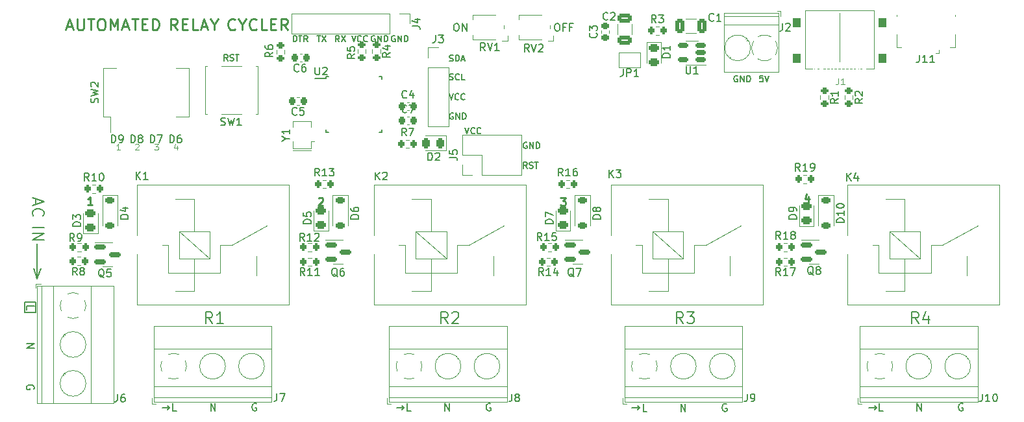
<source format=gto>
G04 #@! TF.GenerationSoftware,KiCad,Pcbnew,(7.0.0)*
G04 #@! TF.CreationDate,2023-02-25T12:05:00-06:00*
G04 #@! TF.ProjectId,Autorelay,4175746f-7265-46c6-9179-2e6b69636164,1*
G04 #@! TF.SameCoordinates,Original*
G04 #@! TF.FileFunction,Legend,Top*
G04 #@! TF.FilePolarity,Positive*
%FSLAX46Y46*%
G04 Gerber Fmt 4.6, Leading zero omitted, Abs format (unit mm)*
G04 Created by KiCad (PCBNEW (7.0.0)) date 2023-02-25 12:05:00*
%MOMM*%
%LPD*%
G01*
G04 APERTURE LIST*
G04 Aperture macros list*
%AMRoundRect*
0 Rectangle with rounded corners*
0 $1 Rounding radius*
0 $2 $3 $4 $5 $6 $7 $8 $9 X,Y pos of 4 corners*
0 Add a 4 corners polygon primitive as box body*
4,1,4,$2,$3,$4,$5,$6,$7,$8,$9,$2,$3,0*
0 Add four circle primitives for the rounded corners*
1,1,$1+$1,$2,$3*
1,1,$1+$1,$4,$5*
1,1,$1+$1,$6,$7*
1,1,$1+$1,$8,$9*
0 Add four rect primitives between the rounded corners*
20,1,$1+$1,$2,$3,$4,$5,0*
20,1,$1+$1,$4,$5,$6,$7,0*
20,1,$1+$1,$6,$7,$8,$9,0*
20,1,$1+$1,$8,$9,$2,$3,0*%
G04 Aperture macros list end*
%ADD10C,0.150000*%
%ADD11C,0.125000*%
%ADD12C,0.250000*%
%ADD13C,0.220000*%
%ADD14C,0.100000*%
%ADD15C,0.120000*%
%ADD16C,0.020000*%
%ADD17R,2.600000X2.600000*%
%ADD18C,2.600000*%
%ADD19R,1.200000X1.200000*%
%ADD20R,1.500000X1.600000*%
%ADD21C,2.200000*%
%ADD22RoundRect,0.225000X-0.375000X0.225000X-0.375000X-0.225000X0.375000X-0.225000X0.375000X0.225000X0*%
%ADD23RoundRect,0.243750X0.456250X-0.243750X0.456250X0.243750X-0.456250X0.243750X-0.456250X-0.243750X0*%
%ADD24RoundRect,0.200000X-0.200000X-0.275000X0.200000X-0.275000X0.200000X0.275000X-0.200000X0.275000X0*%
%ADD25R,1.600000X0.550000*%
%ADD26R,0.550000X1.600000*%
%ADD27RoundRect,0.200000X0.200000X0.275000X-0.200000X0.275000X-0.200000X-0.275000X0.200000X-0.275000X0*%
%ADD28R,1.700000X1.700000*%
%ADD29O,1.700000X1.700000*%
%ADD30RoundRect,0.225000X-0.225000X-0.250000X0.225000X-0.250000X0.225000X0.250000X-0.225000X0.250000X0*%
%ADD31RoundRect,0.200000X-0.275000X0.200000X-0.275000X-0.200000X0.275000X-0.200000X0.275000X0.200000X0*%
%ADD32C,3.000000*%
%ADD33C,2.500000*%
%ADD34C,3.800000*%
%ADD35RoundRect,0.243750X0.243750X0.456250X-0.243750X0.456250X-0.243750X-0.456250X0.243750X-0.456250X0*%
%ADD36RoundRect,0.150000X0.512500X0.150000X-0.512500X0.150000X-0.512500X-0.150000X0.512500X-0.150000X0*%
%ADD37R,1.100000X1.500000*%
%ADD38C,0.670000*%
%ADD39R,0.250000X1.450000*%
%ADD40R,0.300000X1.450000*%
%ADD41RoundRect,0.500000X0.000000X0.600000X0.000000X0.600000X0.000000X-0.600000X0.000000X-0.600000X0*%
%ADD42RoundRect,0.250000X0.650000X-0.325000X0.650000X0.325000X-0.650000X0.325000X-0.650000X-0.325000X0*%
%ADD43RoundRect,0.250000X0.325000X0.650000X-0.325000X0.650000X-0.325000X-0.650000X0.325000X-0.650000X0*%
%ADD44R,0.400000X1.400000*%
%ADD45O,1.050000X1.900000*%
%ADD46R,1.150000X1.450000*%
%ADD47R,1.750000X1.900000*%
%ADD48R,1.900000X0.400000*%
%ADD49RoundRect,0.150000X-0.587500X-0.150000X0.587500X-0.150000X0.587500X0.150000X-0.587500X0.150000X0*%
%ADD50RoundRect,0.225000X0.225000X0.250000X-0.225000X0.250000X-0.225000X-0.250000X0.225000X-0.250000X0*%
%ADD51RoundRect,0.243750X-0.456250X0.243750X-0.456250X-0.243750X0.456250X-0.243750X0.456250X0.243750X0*%
%ADD52R,1.300000X1.550000*%
%ADD53R,1.000000X1.500000*%
%ADD54R,2.400000X2.400000*%
%ADD55C,2.400000*%
%ADD56RoundRect,0.225000X0.250000X-0.225000X0.250000X0.225000X-0.250000X0.225000X-0.250000X-0.225000X0*%
G04 APERTURE END LIST*
D10*
X89699000Y-106996800D02*
X91070600Y-106996800D01*
X91070600Y-106996800D02*
X91070600Y-108317600D01*
X91070600Y-108317600D02*
X89699000Y-108317600D01*
X89699000Y-108317600D02*
X89699000Y-106996800D01*
X90842000Y-102577200D02*
X91299200Y-103948800D01*
X199761051Y-120769400D02*
X200726251Y-120769400D01*
X139131251Y-120769400D02*
X138877251Y-120515400D01*
X200726251Y-120769400D02*
X200472251Y-121023400D01*
X169814451Y-120769400D02*
X169560451Y-120515400D01*
X108549651Y-120769400D02*
X108295651Y-120515400D01*
X200726251Y-120769400D02*
X200472251Y-120515400D01*
X108549651Y-120769400D02*
X108295651Y-121023400D01*
X91299200Y-103948800D02*
X91756400Y-102577200D01*
X91299200Y-103948800D02*
X90842000Y-102577200D01*
X169814451Y-120769400D02*
X169560451Y-121023400D01*
X107584451Y-120769400D02*
X108549651Y-120769400D01*
X138166051Y-120769400D02*
X139131251Y-120769400D01*
X168849251Y-120769400D02*
X169814451Y-120769400D01*
X91299200Y-99376800D02*
X91299200Y-103948800D01*
X139131251Y-120769400D02*
X138877251Y-121023400D01*
X150408755Y-120259800D02*
X150313517Y-120212180D01*
X150313517Y-120212180D02*
X150170660Y-120212180D01*
X150170660Y-120212180D02*
X150027803Y-120259800D01*
X150027803Y-120259800D02*
X149932565Y-120355038D01*
X149932565Y-120355038D02*
X149884946Y-120450276D01*
X149884946Y-120450276D02*
X149837327Y-120640752D01*
X149837327Y-120640752D02*
X149837327Y-120783609D01*
X149837327Y-120783609D02*
X149884946Y-120974085D01*
X149884946Y-120974085D02*
X149932565Y-121069323D01*
X149932565Y-121069323D02*
X150027803Y-121164561D01*
X150027803Y-121164561D02*
X150170660Y-121212180D01*
X150170660Y-121212180D02*
X150265898Y-121212180D01*
X150265898Y-121212180D02*
X150408755Y-121164561D01*
X150408755Y-121164561D02*
X150456374Y-121116942D01*
X150456374Y-121116942D02*
X150456374Y-120783609D01*
X150456374Y-120783609D02*
X150265898Y-120783609D01*
X206018946Y-121212180D02*
X206018946Y-120212180D01*
X206018946Y-120212180D02*
X206590374Y-121212180D01*
X206590374Y-121212180D02*
X206590374Y-120212180D01*
X113918546Y-121212180D02*
X113918546Y-120212180D01*
X113918546Y-120212180D02*
X114489974Y-121212180D01*
X114489974Y-121212180D02*
X114489974Y-120212180D01*
X182609523Y-77464000D02*
X182533333Y-77425904D01*
X182533333Y-77425904D02*
X182419047Y-77425904D01*
X182419047Y-77425904D02*
X182304761Y-77464000D01*
X182304761Y-77464000D02*
X182228571Y-77540190D01*
X182228571Y-77540190D02*
X182190476Y-77616380D01*
X182190476Y-77616380D02*
X182152380Y-77768761D01*
X182152380Y-77768761D02*
X182152380Y-77883047D01*
X182152380Y-77883047D02*
X182190476Y-78035428D01*
X182190476Y-78035428D02*
X182228571Y-78111619D01*
X182228571Y-78111619D02*
X182304761Y-78187809D01*
X182304761Y-78187809D02*
X182419047Y-78225904D01*
X182419047Y-78225904D02*
X182495238Y-78225904D01*
X182495238Y-78225904D02*
X182609523Y-78187809D01*
X182609523Y-78187809D02*
X182647619Y-78149714D01*
X182647619Y-78149714D02*
X182647619Y-77883047D01*
X182647619Y-77883047D02*
X182495238Y-77883047D01*
X182990476Y-78225904D02*
X182990476Y-77425904D01*
X182990476Y-77425904D02*
X183447619Y-78225904D01*
X183447619Y-78225904D02*
X183447619Y-77425904D01*
X183828571Y-78225904D02*
X183828571Y-77425904D01*
X183828571Y-77425904D02*
X184019047Y-77425904D01*
X184019047Y-77425904D02*
X184133333Y-77464000D01*
X184133333Y-77464000D02*
X184209523Y-77540190D01*
X184209523Y-77540190D02*
X184247618Y-77616380D01*
X184247618Y-77616380D02*
X184285714Y-77768761D01*
X184285714Y-77768761D02*
X184285714Y-77883047D01*
X184285714Y-77883047D02*
X184247618Y-78035428D01*
X184247618Y-78035428D02*
X184209523Y-78111619D01*
X184209523Y-78111619D02*
X184133333Y-78187809D01*
X184133333Y-78187809D02*
X184019047Y-78225904D01*
X184019047Y-78225904D02*
X183828571Y-78225904D01*
X132292190Y-72193504D02*
X132558857Y-72993504D01*
X132558857Y-72993504D02*
X132825523Y-72193504D01*
X133549333Y-72917314D02*
X133511237Y-72955409D01*
X133511237Y-72955409D02*
X133396952Y-72993504D01*
X133396952Y-72993504D02*
X133320761Y-72993504D01*
X133320761Y-72993504D02*
X133206475Y-72955409D01*
X133206475Y-72955409D02*
X133130285Y-72879219D01*
X133130285Y-72879219D02*
X133092190Y-72803028D01*
X133092190Y-72803028D02*
X133054094Y-72650647D01*
X133054094Y-72650647D02*
X133054094Y-72536361D01*
X133054094Y-72536361D02*
X133092190Y-72383980D01*
X133092190Y-72383980D02*
X133130285Y-72307790D01*
X133130285Y-72307790D02*
X133206475Y-72231600D01*
X133206475Y-72231600D02*
X133320761Y-72193504D01*
X133320761Y-72193504D02*
X133396952Y-72193504D01*
X133396952Y-72193504D02*
X133511237Y-72231600D01*
X133511237Y-72231600D02*
X133549333Y-72269695D01*
X134349333Y-72917314D02*
X134311237Y-72955409D01*
X134311237Y-72955409D02*
X134196952Y-72993504D01*
X134196952Y-72993504D02*
X134120761Y-72993504D01*
X134120761Y-72993504D02*
X134006475Y-72955409D01*
X134006475Y-72955409D02*
X133930285Y-72879219D01*
X133930285Y-72879219D02*
X133892190Y-72803028D01*
X133892190Y-72803028D02*
X133854094Y-72650647D01*
X133854094Y-72650647D02*
X133854094Y-72536361D01*
X133854094Y-72536361D02*
X133892190Y-72383980D01*
X133892190Y-72383980D02*
X133930285Y-72307790D01*
X133930285Y-72307790D02*
X134006475Y-72231600D01*
X134006475Y-72231600D02*
X134120761Y-72193504D01*
X134120761Y-72193504D02*
X134196952Y-72193504D01*
X134196952Y-72193504D02*
X134311237Y-72231600D01*
X134311237Y-72231600D02*
X134349333Y-72269695D01*
D11*
X102104306Y-87125904D02*
X101647163Y-87125904D01*
X101875735Y-87125904D02*
X101875735Y-86325904D01*
X101875735Y-86325904D02*
X101799544Y-86440190D01*
X101799544Y-86440190D02*
X101723354Y-86516380D01*
X101723354Y-86516380D02*
X101647163Y-86554476D01*
D10*
X90843600Y-118375904D02*
X90891219Y-118280666D01*
X90891219Y-118280666D02*
X90891219Y-118137809D01*
X90891219Y-118137809D02*
X90843600Y-117994952D01*
X90843600Y-117994952D02*
X90748361Y-117899714D01*
X90748361Y-117899714D02*
X90653123Y-117852095D01*
X90653123Y-117852095D02*
X90462647Y-117804476D01*
X90462647Y-117804476D02*
X90319790Y-117804476D01*
X90319790Y-117804476D02*
X90129314Y-117852095D01*
X90129314Y-117852095D02*
X90034076Y-117899714D01*
X90034076Y-117899714D02*
X89938838Y-117994952D01*
X89938838Y-117994952D02*
X89891219Y-118137809D01*
X89891219Y-118137809D02*
X89891219Y-118233047D01*
X89891219Y-118233047D02*
X89938838Y-118375904D01*
X89938838Y-118375904D02*
X89986457Y-118423523D01*
X89986457Y-118423523D02*
X90319790Y-118423523D01*
X90319790Y-118423523D02*
X90319790Y-118233047D01*
D12*
X98461904Y-94282380D02*
X97890476Y-94282380D01*
X98176190Y-94282380D02*
X98176190Y-93282380D01*
X98176190Y-93282380D02*
X98080952Y-93425238D01*
X98080952Y-93425238D02*
X97985714Y-93520476D01*
X97985714Y-93520476D02*
X97890476Y-93568095D01*
D10*
X89891219Y-107965085D02*
X89891219Y-107488895D01*
X89891219Y-107488895D02*
X90891219Y-107488895D01*
X137956323Y-72231600D02*
X137880133Y-72193504D01*
X137880133Y-72193504D02*
X137765847Y-72193504D01*
X137765847Y-72193504D02*
X137651561Y-72231600D01*
X137651561Y-72231600D02*
X137575371Y-72307790D01*
X137575371Y-72307790D02*
X137537276Y-72383980D01*
X137537276Y-72383980D02*
X137499180Y-72536361D01*
X137499180Y-72536361D02*
X137499180Y-72650647D01*
X137499180Y-72650647D02*
X137537276Y-72803028D01*
X137537276Y-72803028D02*
X137575371Y-72879219D01*
X137575371Y-72879219D02*
X137651561Y-72955409D01*
X137651561Y-72955409D02*
X137765847Y-72993504D01*
X137765847Y-72993504D02*
X137842038Y-72993504D01*
X137842038Y-72993504D02*
X137956323Y-72955409D01*
X137956323Y-72955409D02*
X137994419Y-72917314D01*
X137994419Y-72917314D02*
X137994419Y-72650647D01*
X137994419Y-72650647D02*
X137842038Y-72650647D01*
X138337276Y-72993504D02*
X138337276Y-72193504D01*
X138337276Y-72193504D02*
X138794419Y-72993504D01*
X138794419Y-72993504D02*
X138794419Y-72193504D01*
X139175371Y-72993504D02*
X139175371Y-72193504D01*
X139175371Y-72193504D02*
X139365847Y-72193504D01*
X139365847Y-72193504D02*
X139480133Y-72231600D01*
X139480133Y-72231600D02*
X139556323Y-72307790D01*
X139556323Y-72307790D02*
X139594418Y-72383980D01*
X139594418Y-72383980D02*
X139632514Y-72536361D01*
X139632514Y-72536361D02*
X139632514Y-72650647D01*
X139632514Y-72650647D02*
X139594418Y-72803028D01*
X139594418Y-72803028D02*
X139556323Y-72879219D01*
X139556323Y-72879219D02*
X139480133Y-72955409D01*
X139480133Y-72955409D02*
X139365847Y-72993504D01*
X139365847Y-72993504D02*
X139175371Y-72993504D01*
X145525523Y-82340800D02*
X145449333Y-82302704D01*
X145449333Y-82302704D02*
X145335047Y-82302704D01*
X145335047Y-82302704D02*
X145220761Y-82340800D01*
X145220761Y-82340800D02*
X145144571Y-82416990D01*
X145144571Y-82416990D02*
X145106476Y-82493180D01*
X145106476Y-82493180D02*
X145068380Y-82645561D01*
X145068380Y-82645561D02*
X145068380Y-82759847D01*
X145068380Y-82759847D02*
X145106476Y-82912228D01*
X145106476Y-82912228D02*
X145144571Y-82988419D01*
X145144571Y-82988419D02*
X145220761Y-83064609D01*
X145220761Y-83064609D02*
X145335047Y-83102704D01*
X145335047Y-83102704D02*
X145411238Y-83102704D01*
X145411238Y-83102704D02*
X145525523Y-83064609D01*
X145525523Y-83064609D02*
X145563619Y-83026514D01*
X145563619Y-83026514D02*
X145563619Y-82759847D01*
X145563619Y-82759847D02*
X145411238Y-82759847D01*
X145906476Y-83102704D02*
X145906476Y-82302704D01*
X145906476Y-82302704D02*
X146363619Y-83102704D01*
X146363619Y-83102704D02*
X146363619Y-82302704D01*
X146744571Y-83102704D02*
X146744571Y-82302704D01*
X146744571Y-82302704D02*
X146935047Y-82302704D01*
X146935047Y-82302704D02*
X147049333Y-82340800D01*
X147049333Y-82340800D02*
X147125523Y-82416990D01*
X147125523Y-82416990D02*
X147163618Y-82493180D01*
X147163618Y-82493180D02*
X147201714Y-82645561D01*
X147201714Y-82645561D02*
X147201714Y-82759847D01*
X147201714Y-82759847D02*
X147163618Y-82912228D01*
X147163618Y-82912228D02*
X147125523Y-82988419D01*
X147125523Y-82988419D02*
X147049333Y-83064609D01*
X147049333Y-83064609D02*
X146935047Y-83102704D01*
X146935047Y-83102704D02*
X146744571Y-83102704D01*
X89891219Y-112416495D02*
X90891219Y-112416495D01*
X90891219Y-112416495D02*
X89891219Y-112987923D01*
X89891219Y-112987923D02*
X90891219Y-112987923D01*
X159009771Y-70589480D02*
X159200247Y-70589480D01*
X159200247Y-70589480D02*
X159295485Y-70637100D01*
X159295485Y-70637100D02*
X159390723Y-70732338D01*
X159390723Y-70732338D02*
X159438342Y-70922814D01*
X159438342Y-70922814D02*
X159438342Y-71256147D01*
X159438342Y-71256147D02*
X159390723Y-71446623D01*
X159390723Y-71446623D02*
X159295485Y-71541861D01*
X159295485Y-71541861D02*
X159200247Y-71589480D01*
X159200247Y-71589480D02*
X159009771Y-71589480D01*
X159009771Y-71589480D02*
X158914533Y-71541861D01*
X158914533Y-71541861D02*
X158819295Y-71446623D01*
X158819295Y-71446623D02*
X158771676Y-71256147D01*
X158771676Y-71256147D02*
X158771676Y-70922814D01*
X158771676Y-70922814D02*
X158819295Y-70732338D01*
X158819295Y-70732338D02*
X158914533Y-70637100D01*
X158914533Y-70637100D02*
X159009771Y-70589480D01*
X160200247Y-71065671D02*
X159866914Y-71065671D01*
X159866914Y-71589480D02*
X159866914Y-70589480D01*
X159866914Y-70589480D02*
X160343104Y-70589480D01*
X161057390Y-71065671D02*
X160724057Y-71065671D01*
X160724057Y-71589480D02*
X160724057Y-70589480D01*
X160724057Y-70589480D02*
X161200247Y-70589480D01*
D11*
X106574285Y-86325904D02*
X107069523Y-86325904D01*
X107069523Y-86325904D02*
X106802857Y-86630666D01*
X106802857Y-86630666D02*
X106917142Y-86630666D01*
X106917142Y-86630666D02*
X106993333Y-86668761D01*
X106993333Y-86668761D02*
X107031428Y-86706857D01*
X107031428Y-86706857D02*
X107069523Y-86783047D01*
X107069523Y-86783047D02*
X107069523Y-86973523D01*
X107069523Y-86973523D02*
X107031428Y-87049714D01*
X107031428Y-87049714D02*
X106993333Y-87087809D01*
X106993333Y-87087809D02*
X106917142Y-87125904D01*
X106917142Y-87125904D02*
X106688571Y-87125904D01*
X106688571Y-87125904D02*
X106612380Y-87087809D01*
X106612380Y-87087809D02*
X106574285Y-87049714D01*
D10*
X114132736Y-109773571D02*
X113632736Y-109059285D01*
X113275593Y-109773571D02*
X113275593Y-108273571D01*
X113275593Y-108273571D02*
X113847022Y-108273571D01*
X113847022Y-108273571D02*
X113989879Y-108345000D01*
X113989879Y-108345000D02*
X114061308Y-108416428D01*
X114061308Y-108416428D02*
X114132736Y-108559285D01*
X114132736Y-108559285D02*
X114132736Y-108773571D01*
X114132736Y-108773571D02*
X114061308Y-108916428D01*
X114061308Y-108916428D02*
X113989879Y-108987857D01*
X113989879Y-108987857D02*
X113847022Y-109059285D01*
X113847022Y-109059285D02*
X113275593Y-109059285D01*
X115561308Y-109773571D02*
X114704165Y-109773571D01*
X115132736Y-109773571D02*
X115132736Y-108273571D01*
X115132736Y-108273571D02*
X114989879Y-108487857D01*
X114989879Y-108487857D02*
X114847022Y-108630714D01*
X114847022Y-108630714D02*
X114704165Y-108702142D01*
X108593988Y-86167980D02*
X108593988Y-85167980D01*
X108593988Y-85167980D02*
X108832083Y-85167980D01*
X108832083Y-85167980D02*
X108974940Y-85215600D01*
X108974940Y-85215600D02*
X109070178Y-85310838D01*
X109070178Y-85310838D02*
X109117797Y-85406076D01*
X109117797Y-85406076D02*
X109165416Y-85596552D01*
X109165416Y-85596552D02*
X109165416Y-85739409D01*
X109165416Y-85739409D02*
X109117797Y-85929885D01*
X109117797Y-85929885D02*
X109070178Y-86025123D01*
X109070178Y-86025123D02*
X108974940Y-86120361D01*
X108974940Y-86120361D02*
X108832083Y-86167980D01*
X108832083Y-86167980D02*
X108593988Y-86167980D01*
X110022559Y-85167980D02*
X109832083Y-85167980D01*
X109832083Y-85167980D02*
X109736845Y-85215600D01*
X109736845Y-85215600D02*
X109689226Y-85263219D01*
X109689226Y-85263219D02*
X109593988Y-85406076D01*
X109593988Y-85406076D02*
X109546369Y-85596552D01*
X109546369Y-85596552D02*
X109546369Y-85977504D01*
X109546369Y-85977504D02*
X109593988Y-86072742D01*
X109593988Y-86072742D02*
X109641607Y-86120361D01*
X109641607Y-86120361D02*
X109736845Y-86167980D01*
X109736845Y-86167980D02*
X109927321Y-86167980D01*
X109927321Y-86167980D02*
X110022559Y-86120361D01*
X110022559Y-86120361D02*
X110070178Y-86072742D01*
X110070178Y-86072742D02*
X110117797Y-85977504D01*
X110117797Y-85977504D02*
X110117797Y-85739409D01*
X110117797Y-85739409D02*
X110070178Y-85644171D01*
X110070178Y-85644171D02*
X110022559Y-85596552D01*
X110022559Y-85596552D02*
X109927321Y-85548933D01*
X109927321Y-85548933D02*
X109736845Y-85548933D01*
X109736845Y-85548933D02*
X109641607Y-85596552D01*
X109641607Y-85596552D02*
X109593988Y-85644171D01*
X109593988Y-85644171D02*
X109546369Y-85739409D01*
X109467136Y-121212180D02*
X108990946Y-121212180D01*
X108990946Y-121212180D02*
X108990946Y-120212180D01*
X144992190Y-79762704D02*
X145258857Y-80562704D01*
X145258857Y-80562704D02*
X145525523Y-79762704D01*
X146249333Y-80486514D02*
X146211237Y-80524609D01*
X146211237Y-80524609D02*
X146096952Y-80562704D01*
X146096952Y-80562704D02*
X146020761Y-80562704D01*
X146020761Y-80562704D02*
X145906475Y-80524609D01*
X145906475Y-80524609D02*
X145830285Y-80448419D01*
X145830285Y-80448419D02*
X145792190Y-80372228D01*
X145792190Y-80372228D02*
X145754094Y-80219847D01*
X145754094Y-80219847D02*
X145754094Y-80105561D01*
X145754094Y-80105561D02*
X145792190Y-79953180D01*
X145792190Y-79953180D02*
X145830285Y-79876990D01*
X145830285Y-79876990D02*
X145906475Y-79800800D01*
X145906475Y-79800800D02*
X146020761Y-79762704D01*
X146020761Y-79762704D02*
X146096952Y-79762704D01*
X146096952Y-79762704D02*
X146211237Y-79800800D01*
X146211237Y-79800800D02*
X146249333Y-79838895D01*
X147049333Y-80486514D02*
X147011237Y-80524609D01*
X147011237Y-80524609D02*
X146896952Y-80562704D01*
X146896952Y-80562704D02*
X146820761Y-80562704D01*
X146820761Y-80562704D02*
X146706475Y-80524609D01*
X146706475Y-80524609D02*
X146630285Y-80448419D01*
X146630285Y-80448419D02*
X146592190Y-80372228D01*
X146592190Y-80372228D02*
X146554094Y-80219847D01*
X146554094Y-80219847D02*
X146554094Y-80105561D01*
X146554094Y-80105561D02*
X146592190Y-79953180D01*
X146592190Y-79953180D02*
X146630285Y-79876990D01*
X146630285Y-79876990D02*
X146706475Y-79800800D01*
X146706475Y-79800800D02*
X146820761Y-79762704D01*
X146820761Y-79762704D02*
X146896952Y-79762704D01*
X146896952Y-79762704D02*
X147011237Y-79800800D01*
X147011237Y-79800800D02*
X147049333Y-79838895D01*
X170782736Y-121262980D02*
X170306546Y-121262980D01*
X170306546Y-121262980D02*
X170306546Y-120262980D01*
X130679219Y-72993504D02*
X130412552Y-72612552D01*
X130222076Y-72993504D02*
X130222076Y-72193504D01*
X130222076Y-72193504D02*
X130526838Y-72193504D01*
X130526838Y-72193504D02*
X130603028Y-72231600D01*
X130603028Y-72231600D02*
X130641123Y-72269695D01*
X130641123Y-72269695D02*
X130679219Y-72345885D01*
X130679219Y-72345885D02*
X130679219Y-72460171D01*
X130679219Y-72460171D02*
X130641123Y-72536361D01*
X130641123Y-72536361D02*
X130603028Y-72574457D01*
X130603028Y-72574457D02*
X130526838Y-72612552D01*
X130526838Y-72612552D02*
X130222076Y-72612552D01*
X130945885Y-72193504D02*
X131479219Y-72993504D01*
X131479219Y-72193504D02*
X130945885Y-72993504D01*
X201567536Y-121212180D02*
X201091346Y-121212180D01*
X201091346Y-121212180D02*
X201091346Y-120212180D01*
D12*
X127992076Y-93434819D02*
X128039695Y-93387200D01*
X128039695Y-93387200D02*
X128134933Y-93339580D01*
X128134933Y-93339580D02*
X128373028Y-93339580D01*
X128373028Y-93339580D02*
X128468266Y-93387200D01*
X128468266Y-93387200D02*
X128515885Y-93434819D01*
X128515885Y-93434819D02*
X128563504Y-93530057D01*
X128563504Y-93530057D02*
X128563504Y-93625295D01*
X128563504Y-93625295D02*
X128515885Y-93768152D01*
X128515885Y-93768152D02*
X127944457Y-94339580D01*
X127944457Y-94339580D02*
X128563504Y-94339580D01*
D10*
X116150419Y-75482704D02*
X115883752Y-75101752D01*
X115693276Y-75482704D02*
X115693276Y-74682704D01*
X115693276Y-74682704D02*
X115998038Y-74682704D01*
X115998038Y-74682704D02*
X116074228Y-74720800D01*
X116074228Y-74720800D02*
X116112323Y-74758895D01*
X116112323Y-74758895D02*
X116150419Y-74835085D01*
X116150419Y-74835085D02*
X116150419Y-74949371D01*
X116150419Y-74949371D02*
X116112323Y-75025561D01*
X116112323Y-75025561D02*
X116074228Y-75063657D01*
X116074228Y-75063657D02*
X115998038Y-75101752D01*
X115998038Y-75101752D02*
X115693276Y-75101752D01*
X116455180Y-75444609D02*
X116569466Y-75482704D01*
X116569466Y-75482704D02*
X116759942Y-75482704D01*
X116759942Y-75482704D02*
X116836133Y-75444609D01*
X116836133Y-75444609D02*
X116874228Y-75406514D01*
X116874228Y-75406514D02*
X116912323Y-75330323D01*
X116912323Y-75330323D02*
X116912323Y-75254133D01*
X116912323Y-75254133D02*
X116874228Y-75177942D01*
X116874228Y-75177942D02*
X116836133Y-75139847D01*
X116836133Y-75139847D02*
X116759942Y-75101752D01*
X116759942Y-75101752D02*
X116607561Y-75063657D01*
X116607561Y-75063657D02*
X116531371Y-75025561D01*
X116531371Y-75025561D02*
X116493276Y-74987466D01*
X116493276Y-74987466D02*
X116455180Y-74911276D01*
X116455180Y-74911276D02*
X116455180Y-74835085D01*
X116455180Y-74835085D02*
X116493276Y-74758895D01*
X116493276Y-74758895D02*
X116531371Y-74720800D01*
X116531371Y-74720800D02*
X116607561Y-74682704D01*
X116607561Y-74682704D02*
X116798038Y-74682704D01*
X116798038Y-74682704D02*
X116912323Y-74720800D01*
X117140895Y-74682704D02*
X117598038Y-74682704D01*
X117369466Y-75482704D02*
X117369466Y-74682704D01*
X155166019Y-89507104D02*
X154899352Y-89126152D01*
X154708876Y-89507104D02*
X154708876Y-88707104D01*
X154708876Y-88707104D02*
X155013638Y-88707104D01*
X155013638Y-88707104D02*
X155089828Y-88745200D01*
X155089828Y-88745200D02*
X155127923Y-88783295D01*
X155127923Y-88783295D02*
X155166019Y-88859485D01*
X155166019Y-88859485D02*
X155166019Y-88973771D01*
X155166019Y-88973771D02*
X155127923Y-89049961D01*
X155127923Y-89049961D02*
X155089828Y-89088057D01*
X155089828Y-89088057D02*
X155013638Y-89126152D01*
X155013638Y-89126152D02*
X154708876Y-89126152D01*
X155470780Y-89469009D02*
X155585066Y-89507104D01*
X155585066Y-89507104D02*
X155775542Y-89507104D01*
X155775542Y-89507104D02*
X155851733Y-89469009D01*
X155851733Y-89469009D02*
X155889828Y-89430914D01*
X155889828Y-89430914D02*
X155927923Y-89354723D01*
X155927923Y-89354723D02*
X155927923Y-89278533D01*
X155927923Y-89278533D02*
X155889828Y-89202342D01*
X155889828Y-89202342D02*
X155851733Y-89164247D01*
X155851733Y-89164247D02*
X155775542Y-89126152D01*
X155775542Y-89126152D02*
X155623161Y-89088057D01*
X155623161Y-89088057D02*
X155546971Y-89049961D01*
X155546971Y-89049961D02*
X155508876Y-89011866D01*
X155508876Y-89011866D02*
X155470780Y-88935676D01*
X155470780Y-88935676D02*
X155470780Y-88859485D01*
X155470780Y-88859485D02*
X155508876Y-88783295D01*
X155508876Y-88783295D02*
X155546971Y-88745200D01*
X155546971Y-88745200D02*
X155623161Y-88707104D01*
X155623161Y-88707104D02*
X155813638Y-88707104D01*
X155813638Y-88707104D02*
X155927923Y-88745200D01*
X156156495Y-88707104D02*
X156613638Y-88707104D01*
X156385066Y-89507104D02*
X156385066Y-88707104D01*
X145068380Y-77933809D02*
X145182666Y-77971904D01*
X145182666Y-77971904D02*
X145373142Y-77971904D01*
X145373142Y-77971904D02*
X145449333Y-77933809D01*
X145449333Y-77933809D02*
X145487428Y-77895714D01*
X145487428Y-77895714D02*
X145525523Y-77819523D01*
X145525523Y-77819523D02*
X145525523Y-77743333D01*
X145525523Y-77743333D02*
X145487428Y-77667142D01*
X145487428Y-77667142D02*
X145449333Y-77629047D01*
X145449333Y-77629047D02*
X145373142Y-77590952D01*
X145373142Y-77590952D02*
X145220761Y-77552857D01*
X145220761Y-77552857D02*
X145144571Y-77514761D01*
X145144571Y-77514761D02*
X145106476Y-77476666D01*
X145106476Y-77476666D02*
X145068380Y-77400476D01*
X145068380Y-77400476D02*
X145068380Y-77324285D01*
X145068380Y-77324285D02*
X145106476Y-77248095D01*
X145106476Y-77248095D02*
X145144571Y-77210000D01*
X145144571Y-77210000D02*
X145220761Y-77171904D01*
X145220761Y-77171904D02*
X145411238Y-77171904D01*
X145411238Y-77171904D02*
X145525523Y-77210000D01*
X146325524Y-77895714D02*
X146287428Y-77933809D01*
X146287428Y-77933809D02*
X146173143Y-77971904D01*
X146173143Y-77971904D02*
X146096952Y-77971904D01*
X146096952Y-77971904D02*
X145982666Y-77933809D01*
X145982666Y-77933809D02*
X145906476Y-77857619D01*
X145906476Y-77857619D02*
X145868381Y-77781428D01*
X145868381Y-77781428D02*
X145830285Y-77629047D01*
X145830285Y-77629047D02*
X145830285Y-77514761D01*
X145830285Y-77514761D02*
X145868381Y-77362380D01*
X145868381Y-77362380D02*
X145906476Y-77286190D01*
X145906476Y-77286190D02*
X145982666Y-77210000D01*
X145982666Y-77210000D02*
X146096952Y-77171904D01*
X146096952Y-77171904D02*
X146173143Y-77171904D01*
X146173143Y-77171904D02*
X146287428Y-77210000D01*
X146287428Y-77210000D02*
X146325524Y-77248095D01*
X147049333Y-77971904D02*
X146668381Y-77971904D01*
X146668381Y-77971904D02*
X146668381Y-77171904D01*
X139997936Y-121212180D02*
X139521746Y-121212180D01*
X139521746Y-121212180D02*
X139521746Y-120212180D01*
X181193555Y-120310600D02*
X181098317Y-120262980D01*
X181098317Y-120262980D02*
X180955460Y-120262980D01*
X180955460Y-120262980D02*
X180812603Y-120310600D01*
X180812603Y-120310600D02*
X180717365Y-120405838D01*
X180717365Y-120405838D02*
X180669746Y-120501076D01*
X180669746Y-120501076D02*
X180622127Y-120691552D01*
X180622127Y-120691552D02*
X180622127Y-120834409D01*
X180622127Y-120834409D02*
X180669746Y-121024885D01*
X180669746Y-121024885D02*
X180717365Y-121120123D01*
X180717365Y-121120123D02*
X180812603Y-121215361D01*
X180812603Y-121215361D02*
X180955460Y-121262980D01*
X180955460Y-121262980D02*
X181050698Y-121262980D01*
X181050698Y-121262980D02*
X181193555Y-121215361D01*
X181193555Y-121215361D02*
X181241174Y-121167742D01*
X181241174Y-121167742D02*
X181241174Y-120834409D01*
X181241174Y-120834409D02*
X181050698Y-120834409D01*
D12*
X191866666Y-93215714D02*
X191866666Y-93882380D01*
X191628571Y-92834761D02*
X191390476Y-93549047D01*
X191390476Y-93549047D02*
X192009523Y-93549047D01*
D10*
X185924228Y-77425904D02*
X185543276Y-77425904D01*
X185543276Y-77425904D02*
X185505180Y-77806857D01*
X185505180Y-77806857D02*
X185543276Y-77768761D01*
X185543276Y-77768761D02*
X185619466Y-77730666D01*
X185619466Y-77730666D02*
X185809942Y-77730666D01*
X185809942Y-77730666D02*
X185886133Y-77768761D01*
X185886133Y-77768761D02*
X185924228Y-77806857D01*
X185924228Y-77806857D02*
X185962323Y-77883047D01*
X185962323Y-77883047D02*
X185962323Y-78073523D01*
X185962323Y-78073523D02*
X185924228Y-78149714D01*
X185924228Y-78149714D02*
X185886133Y-78187809D01*
X185886133Y-78187809D02*
X185809942Y-78225904D01*
X185809942Y-78225904D02*
X185619466Y-78225904D01*
X185619466Y-78225904D02*
X185543276Y-78187809D01*
X185543276Y-78187809D02*
X185505180Y-78149714D01*
X186190895Y-77425904D02*
X186457562Y-78225904D01*
X186457562Y-78225904D02*
X186724228Y-77425904D01*
X175522617Y-109773571D02*
X175022617Y-109059285D01*
X174665474Y-109773571D02*
X174665474Y-108273571D01*
X174665474Y-108273571D02*
X175236903Y-108273571D01*
X175236903Y-108273571D02*
X175379760Y-108345000D01*
X175379760Y-108345000D02*
X175451189Y-108416428D01*
X175451189Y-108416428D02*
X175522617Y-108559285D01*
X175522617Y-108559285D02*
X175522617Y-108773571D01*
X175522617Y-108773571D02*
X175451189Y-108916428D01*
X175451189Y-108916428D02*
X175379760Y-108987857D01*
X175379760Y-108987857D02*
X175236903Y-109059285D01*
X175236903Y-109059285D02*
X174665474Y-109059285D01*
X176022617Y-108273571D02*
X176951189Y-108273571D01*
X176951189Y-108273571D02*
X176451189Y-108845000D01*
X176451189Y-108845000D02*
X176665474Y-108845000D01*
X176665474Y-108845000D02*
X176808332Y-108916428D01*
X176808332Y-108916428D02*
X176879760Y-108987857D01*
X176879760Y-108987857D02*
X176951189Y-109130714D01*
X176951189Y-109130714D02*
X176951189Y-109487857D01*
X176951189Y-109487857D02*
X176879760Y-109630714D01*
X176879760Y-109630714D02*
X176808332Y-109702142D01*
X176808332Y-109702142D02*
X176665474Y-109773571D01*
X176665474Y-109773571D02*
X176236903Y-109773571D01*
X176236903Y-109773571D02*
X176094046Y-109702142D01*
X176094046Y-109702142D02*
X176022617Y-109630714D01*
X175234146Y-121262980D02*
X175234146Y-120262980D01*
X175234146Y-120262980D02*
X175805574Y-121262980D01*
X175805574Y-121262980D02*
X175805574Y-120262980D01*
D13*
X95163714Y-71041000D02*
X95878000Y-71041000D01*
X95020857Y-71469571D02*
X95520857Y-69969571D01*
X95520857Y-69969571D02*
X96020857Y-71469571D01*
X96520856Y-69969571D02*
X96520856Y-71183857D01*
X96520856Y-71183857D02*
X96592285Y-71326714D01*
X96592285Y-71326714D02*
X96663714Y-71398142D01*
X96663714Y-71398142D02*
X96806571Y-71469571D01*
X96806571Y-71469571D02*
X97092285Y-71469571D01*
X97092285Y-71469571D02*
X97235142Y-71398142D01*
X97235142Y-71398142D02*
X97306571Y-71326714D01*
X97306571Y-71326714D02*
X97377999Y-71183857D01*
X97377999Y-71183857D02*
X97377999Y-69969571D01*
X97878000Y-69969571D02*
X98735143Y-69969571D01*
X98306571Y-71469571D02*
X98306571Y-69969571D01*
X99520857Y-69969571D02*
X99806571Y-69969571D01*
X99806571Y-69969571D02*
X99949428Y-70041000D01*
X99949428Y-70041000D02*
X100092285Y-70183857D01*
X100092285Y-70183857D02*
X100163714Y-70469571D01*
X100163714Y-70469571D02*
X100163714Y-70969571D01*
X100163714Y-70969571D02*
X100092285Y-71255285D01*
X100092285Y-71255285D02*
X99949428Y-71398142D01*
X99949428Y-71398142D02*
X99806571Y-71469571D01*
X99806571Y-71469571D02*
X99520857Y-71469571D01*
X99520857Y-71469571D02*
X99378000Y-71398142D01*
X99378000Y-71398142D02*
X99235142Y-71255285D01*
X99235142Y-71255285D02*
X99163714Y-70969571D01*
X99163714Y-70969571D02*
X99163714Y-70469571D01*
X99163714Y-70469571D02*
X99235142Y-70183857D01*
X99235142Y-70183857D02*
X99378000Y-70041000D01*
X99378000Y-70041000D02*
X99520857Y-69969571D01*
X100806571Y-71469571D02*
X100806571Y-69969571D01*
X100806571Y-69969571D02*
X101306571Y-71041000D01*
X101306571Y-71041000D02*
X101806571Y-69969571D01*
X101806571Y-69969571D02*
X101806571Y-71469571D01*
X102449429Y-71041000D02*
X103163715Y-71041000D01*
X102306572Y-71469571D02*
X102806572Y-69969571D01*
X102806572Y-69969571D02*
X103306572Y-71469571D01*
X103592286Y-69969571D02*
X104449429Y-69969571D01*
X104020857Y-71469571D02*
X104020857Y-69969571D01*
X104949428Y-70683857D02*
X105449428Y-70683857D01*
X105663714Y-71469571D02*
X104949428Y-71469571D01*
X104949428Y-71469571D02*
X104949428Y-69969571D01*
X104949428Y-69969571D02*
X105663714Y-69969571D01*
X106306571Y-71469571D02*
X106306571Y-69969571D01*
X106306571Y-69969571D02*
X106663714Y-69969571D01*
X106663714Y-69969571D02*
X106878000Y-70041000D01*
X106878000Y-70041000D02*
X107020857Y-70183857D01*
X107020857Y-70183857D02*
X107092286Y-70326714D01*
X107092286Y-70326714D02*
X107163714Y-70612428D01*
X107163714Y-70612428D02*
X107163714Y-70826714D01*
X107163714Y-70826714D02*
X107092286Y-71112428D01*
X107092286Y-71112428D02*
X107020857Y-71255285D01*
X107020857Y-71255285D02*
X106878000Y-71398142D01*
X106878000Y-71398142D02*
X106663714Y-71469571D01*
X106663714Y-71469571D02*
X106306571Y-71469571D01*
X109563714Y-71469571D02*
X109063714Y-70755285D01*
X108706571Y-71469571D02*
X108706571Y-69969571D01*
X108706571Y-69969571D02*
X109278000Y-69969571D01*
X109278000Y-69969571D02*
X109420857Y-70041000D01*
X109420857Y-70041000D02*
X109492286Y-70112428D01*
X109492286Y-70112428D02*
X109563714Y-70255285D01*
X109563714Y-70255285D02*
X109563714Y-70469571D01*
X109563714Y-70469571D02*
X109492286Y-70612428D01*
X109492286Y-70612428D02*
X109420857Y-70683857D01*
X109420857Y-70683857D02*
X109278000Y-70755285D01*
X109278000Y-70755285D02*
X108706571Y-70755285D01*
X110206571Y-70683857D02*
X110706571Y-70683857D01*
X110920857Y-71469571D02*
X110206571Y-71469571D01*
X110206571Y-71469571D02*
X110206571Y-69969571D01*
X110206571Y-69969571D02*
X110920857Y-69969571D01*
X112278000Y-71469571D02*
X111563714Y-71469571D01*
X111563714Y-71469571D02*
X111563714Y-69969571D01*
X112706572Y-71041000D02*
X113420858Y-71041000D01*
X112563715Y-71469571D02*
X113063715Y-69969571D01*
X113063715Y-69969571D02*
X113563715Y-71469571D01*
X114349429Y-70755285D02*
X114349429Y-71469571D01*
X113849429Y-69969571D02*
X114349429Y-70755285D01*
X114349429Y-70755285D02*
X114849429Y-69969571D01*
X117106571Y-71326714D02*
X117035143Y-71398142D01*
X117035143Y-71398142D02*
X116820857Y-71469571D01*
X116820857Y-71469571D02*
X116678000Y-71469571D01*
X116678000Y-71469571D02*
X116463714Y-71398142D01*
X116463714Y-71398142D02*
X116320857Y-71255285D01*
X116320857Y-71255285D02*
X116249428Y-71112428D01*
X116249428Y-71112428D02*
X116178000Y-70826714D01*
X116178000Y-70826714D02*
X116178000Y-70612428D01*
X116178000Y-70612428D02*
X116249428Y-70326714D01*
X116249428Y-70326714D02*
X116320857Y-70183857D01*
X116320857Y-70183857D02*
X116463714Y-70041000D01*
X116463714Y-70041000D02*
X116678000Y-69969571D01*
X116678000Y-69969571D02*
X116820857Y-69969571D01*
X116820857Y-69969571D02*
X117035143Y-70041000D01*
X117035143Y-70041000D02*
X117106571Y-70112428D01*
X118035143Y-70755285D02*
X118035143Y-71469571D01*
X117535143Y-69969571D02*
X118035143Y-70755285D01*
X118035143Y-70755285D02*
X118535143Y-69969571D01*
X119892285Y-71326714D02*
X119820857Y-71398142D01*
X119820857Y-71398142D02*
X119606571Y-71469571D01*
X119606571Y-71469571D02*
X119463714Y-71469571D01*
X119463714Y-71469571D02*
X119249428Y-71398142D01*
X119249428Y-71398142D02*
X119106571Y-71255285D01*
X119106571Y-71255285D02*
X119035142Y-71112428D01*
X119035142Y-71112428D02*
X118963714Y-70826714D01*
X118963714Y-70826714D02*
X118963714Y-70612428D01*
X118963714Y-70612428D02*
X119035142Y-70326714D01*
X119035142Y-70326714D02*
X119106571Y-70183857D01*
X119106571Y-70183857D02*
X119249428Y-70041000D01*
X119249428Y-70041000D02*
X119463714Y-69969571D01*
X119463714Y-69969571D02*
X119606571Y-69969571D01*
X119606571Y-69969571D02*
X119820857Y-70041000D01*
X119820857Y-70041000D02*
X119892285Y-70112428D01*
X121249428Y-71469571D02*
X120535142Y-71469571D01*
X120535142Y-71469571D02*
X120535142Y-69969571D01*
X121749428Y-70683857D02*
X122249428Y-70683857D01*
X122463714Y-71469571D02*
X121749428Y-71469571D01*
X121749428Y-71469571D02*
X121749428Y-69969571D01*
X121749428Y-69969571D02*
X122463714Y-69969571D01*
X123963714Y-71469571D02*
X123463714Y-70755285D01*
X123106571Y-71469571D02*
X123106571Y-69969571D01*
X123106571Y-69969571D02*
X123678000Y-69969571D01*
X123678000Y-69969571D02*
X123820857Y-70041000D01*
X123820857Y-70041000D02*
X123892286Y-70112428D01*
X123892286Y-70112428D02*
X123963714Y-70255285D01*
X123963714Y-70255285D02*
X123963714Y-70469571D01*
X123963714Y-70469571D02*
X123892286Y-70612428D01*
X123892286Y-70612428D02*
X123820857Y-70683857D01*
X123820857Y-70683857D02*
X123678000Y-70755285D01*
X123678000Y-70755285D02*
X123106571Y-70755285D01*
D10*
X147076190Y-84185904D02*
X147342857Y-84985904D01*
X147342857Y-84985904D02*
X147609523Y-84185904D01*
X148333333Y-84909714D02*
X148295237Y-84947809D01*
X148295237Y-84947809D02*
X148180952Y-84985904D01*
X148180952Y-84985904D02*
X148104761Y-84985904D01*
X148104761Y-84985904D02*
X147990475Y-84947809D01*
X147990475Y-84947809D02*
X147914285Y-84871619D01*
X147914285Y-84871619D02*
X147876190Y-84795428D01*
X147876190Y-84795428D02*
X147838094Y-84643047D01*
X147838094Y-84643047D02*
X147838094Y-84528761D01*
X147838094Y-84528761D02*
X147876190Y-84376380D01*
X147876190Y-84376380D02*
X147914285Y-84300190D01*
X147914285Y-84300190D02*
X147990475Y-84224000D01*
X147990475Y-84224000D02*
X148104761Y-84185904D01*
X148104761Y-84185904D02*
X148180952Y-84185904D01*
X148180952Y-84185904D02*
X148295237Y-84224000D01*
X148295237Y-84224000D02*
X148333333Y-84262095D01*
X149133333Y-84909714D02*
X149095237Y-84947809D01*
X149095237Y-84947809D02*
X148980952Y-84985904D01*
X148980952Y-84985904D02*
X148904761Y-84985904D01*
X148904761Y-84985904D02*
X148790475Y-84947809D01*
X148790475Y-84947809D02*
X148714285Y-84871619D01*
X148714285Y-84871619D02*
X148676190Y-84795428D01*
X148676190Y-84795428D02*
X148638094Y-84643047D01*
X148638094Y-84643047D02*
X148638094Y-84528761D01*
X148638094Y-84528761D02*
X148676190Y-84376380D01*
X148676190Y-84376380D02*
X148714285Y-84300190D01*
X148714285Y-84300190D02*
X148790475Y-84224000D01*
X148790475Y-84224000D02*
X148904761Y-84185904D01*
X148904761Y-84185904D02*
X148980952Y-84185904D01*
X148980952Y-84185904D02*
X149095237Y-84224000D01*
X149095237Y-84224000D02*
X149133333Y-84262095D01*
X127770990Y-72193504D02*
X128228133Y-72193504D01*
X127999561Y-72993504D02*
X127999561Y-72193504D01*
X128418609Y-72193504D02*
X128951943Y-72993504D01*
X128951943Y-72193504D02*
X128418609Y-72993504D01*
X100973988Y-86167980D02*
X100973988Y-85167980D01*
X100973988Y-85167980D02*
X101212083Y-85167980D01*
X101212083Y-85167980D02*
X101354940Y-85215600D01*
X101354940Y-85215600D02*
X101450178Y-85310838D01*
X101450178Y-85310838D02*
X101497797Y-85406076D01*
X101497797Y-85406076D02*
X101545416Y-85596552D01*
X101545416Y-85596552D02*
X101545416Y-85739409D01*
X101545416Y-85739409D02*
X101497797Y-85929885D01*
X101497797Y-85929885D02*
X101450178Y-86025123D01*
X101450178Y-86025123D02*
X101354940Y-86120361D01*
X101354940Y-86120361D02*
X101212083Y-86167980D01*
X101212083Y-86167980D02*
X100973988Y-86167980D01*
X102021607Y-86167980D02*
X102212083Y-86167980D01*
X102212083Y-86167980D02*
X102307321Y-86120361D01*
X102307321Y-86120361D02*
X102354940Y-86072742D01*
X102354940Y-86072742D02*
X102450178Y-85929885D01*
X102450178Y-85929885D02*
X102497797Y-85739409D01*
X102497797Y-85739409D02*
X102497797Y-85358457D01*
X102497797Y-85358457D02*
X102450178Y-85263219D01*
X102450178Y-85263219D02*
X102402559Y-85215600D01*
X102402559Y-85215600D02*
X102307321Y-85167980D01*
X102307321Y-85167980D02*
X102116845Y-85167980D01*
X102116845Y-85167980D02*
X102021607Y-85215600D01*
X102021607Y-85215600D02*
X101973988Y-85263219D01*
X101973988Y-85263219D02*
X101926369Y-85358457D01*
X101926369Y-85358457D02*
X101926369Y-85596552D01*
X101926369Y-85596552D02*
X101973988Y-85691790D01*
X101973988Y-85691790D02*
X102021607Y-85739409D01*
X102021607Y-85739409D02*
X102116845Y-85787028D01*
X102116845Y-85787028D02*
X102307321Y-85787028D01*
X102307321Y-85787028D02*
X102402559Y-85739409D01*
X102402559Y-85739409D02*
X102450178Y-85691790D01*
X102450178Y-85691790D02*
X102497797Y-85596552D01*
X119877955Y-120259800D02*
X119782717Y-120212180D01*
X119782717Y-120212180D02*
X119639860Y-120212180D01*
X119639860Y-120212180D02*
X119497003Y-120259800D01*
X119497003Y-120259800D02*
X119401765Y-120355038D01*
X119401765Y-120355038D02*
X119354146Y-120450276D01*
X119354146Y-120450276D02*
X119306527Y-120640752D01*
X119306527Y-120640752D02*
X119306527Y-120783609D01*
X119306527Y-120783609D02*
X119354146Y-120974085D01*
X119354146Y-120974085D02*
X119401765Y-121069323D01*
X119401765Y-121069323D02*
X119497003Y-121164561D01*
X119497003Y-121164561D02*
X119639860Y-121212180D01*
X119639860Y-121212180D02*
X119735098Y-121212180D01*
X119735098Y-121212180D02*
X119877955Y-121164561D01*
X119877955Y-121164561D02*
X119925574Y-121116942D01*
X119925574Y-121116942D02*
X119925574Y-120783609D01*
X119925574Y-120783609D02*
X119735098Y-120783609D01*
X91089000Y-93515714D02*
X91089000Y-94230000D01*
X90660428Y-93372857D02*
X92160428Y-93872857D01*
X92160428Y-93872857D02*
X90660428Y-94372857D01*
X90803285Y-95729999D02*
X90731857Y-95658571D01*
X90731857Y-95658571D02*
X90660428Y-95444285D01*
X90660428Y-95444285D02*
X90660428Y-95301428D01*
X90660428Y-95301428D02*
X90731857Y-95087142D01*
X90731857Y-95087142D02*
X90874714Y-94944285D01*
X90874714Y-94944285D02*
X91017571Y-94872856D01*
X91017571Y-94872856D02*
X91303285Y-94801428D01*
X91303285Y-94801428D02*
X91517571Y-94801428D01*
X91517571Y-94801428D02*
X91803285Y-94872856D01*
X91803285Y-94872856D02*
X91946142Y-94944285D01*
X91946142Y-94944285D02*
X92089000Y-95087142D01*
X92089000Y-95087142D02*
X92160428Y-95301428D01*
X92160428Y-95301428D02*
X92160428Y-95444285D01*
X92160428Y-95444285D02*
X92089000Y-95658571D01*
X92089000Y-95658571D02*
X92017571Y-95729999D01*
X90660428Y-97272856D02*
X92160428Y-97272856D01*
X90660428Y-97987142D02*
X92160428Y-97987142D01*
X92160428Y-97987142D02*
X90660428Y-98844285D01*
X90660428Y-98844285D02*
X92160428Y-98844285D01*
D12*
X159542057Y-93390380D02*
X160161104Y-93390380D01*
X160161104Y-93390380D02*
X159827771Y-93771333D01*
X159827771Y-93771333D02*
X159970628Y-93771333D01*
X159970628Y-93771333D02*
X160065866Y-93818952D01*
X160065866Y-93818952D02*
X160113485Y-93866571D01*
X160113485Y-93866571D02*
X160161104Y-93961809D01*
X160161104Y-93961809D02*
X160161104Y-94199904D01*
X160161104Y-94199904D02*
X160113485Y-94295142D01*
X160113485Y-94295142D02*
X160065866Y-94342761D01*
X160065866Y-94342761D02*
X159970628Y-94390380D01*
X159970628Y-94390380D02*
X159684914Y-94390380D01*
X159684914Y-94390380D02*
X159589676Y-94342761D01*
X159589676Y-94342761D02*
X159542057Y-94295142D01*
D10*
X135314723Y-72231600D02*
X135238533Y-72193504D01*
X135238533Y-72193504D02*
X135124247Y-72193504D01*
X135124247Y-72193504D02*
X135009961Y-72231600D01*
X135009961Y-72231600D02*
X134933771Y-72307790D01*
X134933771Y-72307790D02*
X134895676Y-72383980D01*
X134895676Y-72383980D02*
X134857580Y-72536361D01*
X134857580Y-72536361D02*
X134857580Y-72650647D01*
X134857580Y-72650647D02*
X134895676Y-72803028D01*
X134895676Y-72803028D02*
X134933771Y-72879219D01*
X134933771Y-72879219D02*
X135009961Y-72955409D01*
X135009961Y-72955409D02*
X135124247Y-72993504D01*
X135124247Y-72993504D02*
X135200438Y-72993504D01*
X135200438Y-72993504D02*
X135314723Y-72955409D01*
X135314723Y-72955409D02*
X135352819Y-72917314D01*
X135352819Y-72917314D02*
X135352819Y-72650647D01*
X135352819Y-72650647D02*
X135200438Y-72650647D01*
X135695676Y-72993504D02*
X135695676Y-72193504D01*
X135695676Y-72193504D02*
X136152819Y-72993504D01*
X136152819Y-72993504D02*
X136152819Y-72193504D01*
X136533771Y-72993504D02*
X136533771Y-72193504D01*
X136533771Y-72193504D02*
X136724247Y-72193504D01*
X136724247Y-72193504D02*
X136838533Y-72231600D01*
X136838533Y-72231600D02*
X136914723Y-72307790D01*
X136914723Y-72307790D02*
X136952818Y-72383980D01*
X136952818Y-72383980D02*
X136990914Y-72536361D01*
X136990914Y-72536361D02*
X136990914Y-72650647D01*
X136990914Y-72650647D02*
X136952818Y-72803028D01*
X136952818Y-72803028D02*
X136914723Y-72879219D01*
X136914723Y-72879219D02*
X136838533Y-72955409D01*
X136838533Y-72955409D02*
X136724247Y-72993504D01*
X136724247Y-72993504D02*
X136533771Y-72993504D01*
D11*
X109533333Y-86592571D02*
X109533333Y-87125904D01*
X109342857Y-86287809D02*
X109152380Y-86859238D01*
X109152380Y-86859238D02*
X109647619Y-86859238D01*
D10*
X145068380Y-75495409D02*
X145182666Y-75533504D01*
X145182666Y-75533504D02*
X145373142Y-75533504D01*
X145373142Y-75533504D02*
X145449333Y-75495409D01*
X145449333Y-75495409D02*
X145487428Y-75457314D01*
X145487428Y-75457314D02*
X145525523Y-75381123D01*
X145525523Y-75381123D02*
X145525523Y-75304933D01*
X145525523Y-75304933D02*
X145487428Y-75228742D01*
X145487428Y-75228742D02*
X145449333Y-75190647D01*
X145449333Y-75190647D02*
X145373142Y-75152552D01*
X145373142Y-75152552D02*
X145220761Y-75114457D01*
X145220761Y-75114457D02*
X145144571Y-75076361D01*
X145144571Y-75076361D02*
X145106476Y-75038266D01*
X145106476Y-75038266D02*
X145068380Y-74962076D01*
X145068380Y-74962076D02*
X145068380Y-74885885D01*
X145068380Y-74885885D02*
X145106476Y-74809695D01*
X145106476Y-74809695D02*
X145144571Y-74771600D01*
X145144571Y-74771600D02*
X145220761Y-74733504D01*
X145220761Y-74733504D02*
X145411238Y-74733504D01*
X145411238Y-74733504D02*
X145525523Y-74771600D01*
X145868381Y-75533504D02*
X145868381Y-74733504D01*
X145868381Y-74733504D02*
X146058857Y-74733504D01*
X146058857Y-74733504D02*
X146173143Y-74771600D01*
X146173143Y-74771600D02*
X146249333Y-74847790D01*
X146249333Y-74847790D02*
X146287428Y-74923980D01*
X146287428Y-74923980D02*
X146325524Y-75076361D01*
X146325524Y-75076361D02*
X146325524Y-75190647D01*
X146325524Y-75190647D02*
X146287428Y-75343028D01*
X146287428Y-75343028D02*
X146249333Y-75419219D01*
X146249333Y-75419219D02*
X146173143Y-75495409D01*
X146173143Y-75495409D02*
X146058857Y-75533504D01*
X146058857Y-75533504D02*
X145868381Y-75533504D01*
X146630285Y-75304933D02*
X147011238Y-75304933D01*
X146554095Y-75533504D02*
X146820762Y-74733504D01*
X146820762Y-74733504D02*
X147087428Y-75533504D01*
D11*
X104072380Y-86402095D02*
X104110476Y-86364000D01*
X104110476Y-86364000D02*
X104186666Y-86325904D01*
X104186666Y-86325904D02*
X104377142Y-86325904D01*
X104377142Y-86325904D02*
X104453333Y-86364000D01*
X104453333Y-86364000D02*
X104491428Y-86402095D01*
X104491428Y-86402095D02*
X104529523Y-86478285D01*
X104529523Y-86478285D02*
X104529523Y-86554476D01*
X104529523Y-86554476D02*
X104491428Y-86668761D01*
X104491428Y-86668761D02*
X104034285Y-87125904D01*
X104034285Y-87125904D02*
X104529523Y-87125904D01*
D10*
X145852571Y-70589480D02*
X146043047Y-70589480D01*
X146043047Y-70589480D02*
X146138285Y-70637100D01*
X146138285Y-70637100D02*
X146233523Y-70732338D01*
X146233523Y-70732338D02*
X146281142Y-70922814D01*
X146281142Y-70922814D02*
X146281142Y-71256147D01*
X146281142Y-71256147D02*
X146233523Y-71446623D01*
X146233523Y-71446623D02*
X146138285Y-71541861D01*
X146138285Y-71541861D02*
X146043047Y-71589480D01*
X146043047Y-71589480D02*
X145852571Y-71589480D01*
X145852571Y-71589480D02*
X145757333Y-71541861D01*
X145757333Y-71541861D02*
X145662095Y-71446623D01*
X145662095Y-71446623D02*
X145614476Y-71256147D01*
X145614476Y-71256147D02*
X145614476Y-70922814D01*
X145614476Y-70922814D02*
X145662095Y-70732338D01*
X145662095Y-70732338D02*
X145757333Y-70637100D01*
X145757333Y-70637100D02*
X145852571Y-70589480D01*
X146709714Y-71589480D02*
X146709714Y-70589480D01*
X146709714Y-70589480D02*
X147281142Y-71589480D01*
X147281142Y-71589480D02*
X147281142Y-70589480D01*
X155127923Y-86154400D02*
X155051733Y-86116304D01*
X155051733Y-86116304D02*
X154937447Y-86116304D01*
X154937447Y-86116304D02*
X154823161Y-86154400D01*
X154823161Y-86154400D02*
X154746971Y-86230590D01*
X154746971Y-86230590D02*
X154708876Y-86306780D01*
X154708876Y-86306780D02*
X154670780Y-86459161D01*
X154670780Y-86459161D02*
X154670780Y-86573447D01*
X154670780Y-86573447D02*
X154708876Y-86725828D01*
X154708876Y-86725828D02*
X154746971Y-86802019D01*
X154746971Y-86802019D02*
X154823161Y-86878209D01*
X154823161Y-86878209D02*
X154937447Y-86916304D01*
X154937447Y-86916304D02*
X155013638Y-86916304D01*
X155013638Y-86916304D02*
X155127923Y-86878209D01*
X155127923Y-86878209D02*
X155166019Y-86840114D01*
X155166019Y-86840114D02*
X155166019Y-86573447D01*
X155166019Y-86573447D02*
X155013638Y-86573447D01*
X155508876Y-86916304D02*
X155508876Y-86116304D01*
X155508876Y-86116304D02*
X155966019Y-86916304D01*
X155966019Y-86916304D02*
X155966019Y-86116304D01*
X156346971Y-86916304D02*
X156346971Y-86116304D01*
X156346971Y-86116304D02*
X156537447Y-86116304D01*
X156537447Y-86116304D02*
X156651733Y-86154400D01*
X156651733Y-86154400D02*
X156727923Y-86230590D01*
X156727923Y-86230590D02*
X156766018Y-86306780D01*
X156766018Y-86306780D02*
X156804114Y-86459161D01*
X156804114Y-86459161D02*
X156804114Y-86573447D01*
X156804114Y-86573447D02*
X156766018Y-86725828D01*
X156766018Y-86725828D02*
X156727923Y-86802019D01*
X156727923Y-86802019D02*
X156651733Y-86878209D01*
X156651733Y-86878209D02*
X156537447Y-86916304D01*
X156537447Y-86916304D02*
X156346971Y-86916304D01*
X206214285Y-109773571D02*
X205714285Y-109059285D01*
X205357142Y-109773571D02*
X205357142Y-108273571D01*
X205357142Y-108273571D02*
X205928571Y-108273571D01*
X205928571Y-108273571D02*
X206071428Y-108345000D01*
X206071428Y-108345000D02*
X206142857Y-108416428D01*
X206142857Y-108416428D02*
X206214285Y-108559285D01*
X206214285Y-108559285D02*
X206214285Y-108773571D01*
X206214285Y-108773571D02*
X206142857Y-108916428D01*
X206142857Y-108916428D02*
X206071428Y-108987857D01*
X206071428Y-108987857D02*
X205928571Y-109059285D01*
X205928571Y-109059285D02*
X205357142Y-109059285D01*
X207500000Y-108773571D02*
X207500000Y-109773571D01*
X207142857Y-108202142D02*
X206785714Y-109273571D01*
X206785714Y-109273571D02*
X207714285Y-109273571D01*
X144449346Y-121212180D02*
X144449346Y-120212180D01*
X144449346Y-120212180D02*
X145020774Y-121212180D01*
X145020774Y-121212180D02*
X145020774Y-120212180D01*
X106053988Y-86167980D02*
X106053988Y-85167980D01*
X106053988Y-85167980D02*
X106292083Y-85167980D01*
X106292083Y-85167980D02*
X106434940Y-85215600D01*
X106434940Y-85215600D02*
X106530178Y-85310838D01*
X106530178Y-85310838D02*
X106577797Y-85406076D01*
X106577797Y-85406076D02*
X106625416Y-85596552D01*
X106625416Y-85596552D02*
X106625416Y-85739409D01*
X106625416Y-85739409D02*
X106577797Y-85929885D01*
X106577797Y-85929885D02*
X106530178Y-86025123D01*
X106530178Y-86025123D02*
X106434940Y-86120361D01*
X106434940Y-86120361D02*
X106292083Y-86167980D01*
X106292083Y-86167980D02*
X106053988Y-86167980D01*
X106958750Y-85167980D02*
X107625416Y-85167980D01*
X107625416Y-85167980D02*
X107196845Y-86167980D01*
X144830951Y-109773571D02*
X144330951Y-109059285D01*
X143973808Y-109773571D02*
X143973808Y-108273571D01*
X143973808Y-108273571D02*
X144545237Y-108273571D01*
X144545237Y-108273571D02*
X144688094Y-108345000D01*
X144688094Y-108345000D02*
X144759523Y-108416428D01*
X144759523Y-108416428D02*
X144830951Y-108559285D01*
X144830951Y-108559285D02*
X144830951Y-108773571D01*
X144830951Y-108773571D02*
X144759523Y-108916428D01*
X144759523Y-108916428D02*
X144688094Y-108987857D01*
X144688094Y-108987857D02*
X144545237Y-109059285D01*
X144545237Y-109059285D02*
X143973808Y-109059285D01*
X145402380Y-108416428D02*
X145473808Y-108345000D01*
X145473808Y-108345000D02*
X145616666Y-108273571D01*
X145616666Y-108273571D02*
X145973808Y-108273571D01*
X145973808Y-108273571D02*
X146116666Y-108345000D01*
X146116666Y-108345000D02*
X146188094Y-108416428D01*
X146188094Y-108416428D02*
X146259523Y-108559285D01*
X146259523Y-108559285D02*
X146259523Y-108702142D01*
X146259523Y-108702142D02*
X146188094Y-108916428D01*
X146188094Y-108916428D02*
X145330951Y-109773571D01*
X145330951Y-109773571D02*
X146259523Y-109773571D01*
X211978355Y-120259800D02*
X211883117Y-120212180D01*
X211883117Y-120212180D02*
X211740260Y-120212180D01*
X211740260Y-120212180D02*
X211597403Y-120259800D01*
X211597403Y-120259800D02*
X211502165Y-120355038D01*
X211502165Y-120355038D02*
X211454546Y-120450276D01*
X211454546Y-120450276D02*
X211406927Y-120640752D01*
X211406927Y-120640752D02*
X211406927Y-120783609D01*
X211406927Y-120783609D02*
X211454546Y-120974085D01*
X211454546Y-120974085D02*
X211502165Y-121069323D01*
X211502165Y-121069323D02*
X211597403Y-121164561D01*
X211597403Y-121164561D02*
X211740260Y-121212180D01*
X211740260Y-121212180D02*
X211835498Y-121212180D01*
X211835498Y-121212180D02*
X211978355Y-121164561D01*
X211978355Y-121164561D02*
X212025974Y-121116942D01*
X212025974Y-121116942D02*
X212025974Y-120783609D01*
X212025974Y-120783609D02*
X211835498Y-120783609D01*
X103513988Y-86167980D02*
X103513988Y-85167980D01*
X103513988Y-85167980D02*
X103752083Y-85167980D01*
X103752083Y-85167980D02*
X103894940Y-85215600D01*
X103894940Y-85215600D02*
X103990178Y-85310838D01*
X103990178Y-85310838D02*
X104037797Y-85406076D01*
X104037797Y-85406076D02*
X104085416Y-85596552D01*
X104085416Y-85596552D02*
X104085416Y-85739409D01*
X104085416Y-85739409D02*
X104037797Y-85929885D01*
X104037797Y-85929885D02*
X103990178Y-86025123D01*
X103990178Y-86025123D02*
X103894940Y-86120361D01*
X103894940Y-86120361D02*
X103752083Y-86167980D01*
X103752083Y-86167980D02*
X103513988Y-86167980D01*
X104656845Y-85596552D02*
X104561607Y-85548933D01*
X104561607Y-85548933D02*
X104513988Y-85501314D01*
X104513988Y-85501314D02*
X104466369Y-85406076D01*
X104466369Y-85406076D02*
X104466369Y-85358457D01*
X104466369Y-85358457D02*
X104513988Y-85263219D01*
X104513988Y-85263219D02*
X104561607Y-85215600D01*
X104561607Y-85215600D02*
X104656845Y-85167980D01*
X104656845Y-85167980D02*
X104847321Y-85167980D01*
X104847321Y-85167980D02*
X104942559Y-85215600D01*
X104942559Y-85215600D02*
X104990178Y-85263219D01*
X104990178Y-85263219D02*
X105037797Y-85358457D01*
X105037797Y-85358457D02*
X105037797Y-85406076D01*
X105037797Y-85406076D02*
X104990178Y-85501314D01*
X104990178Y-85501314D02*
X104942559Y-85548933D01*
X104942559Y-85548933D02*
X104847321Y-85596552D01*
X104847321Y-85596552D02*
X104656845Y-85596552D01*
X104656845Y-85596552D02*
X104561607Y-85644171D01*
X104561607Y-85644171D02*
X104513988Y-85691790D01*
X104513988Y-85691790D02*
X104466369Y-85787028D01*
X104466369Y-85787028D02*
X104466369Y-85977504D01*
X104466369Y-85977504D02*
X104513988Y-86072742D01*
X104513988Y-86072742D02*
X104561607Y-86120361D01*
X104561607Y-86120361D02*
X104656845Y-86167980D01*
X104656845Y-86167980D02*
X104847321Y-86167980D01*
X104847321Y-86167980D02*
X104942559Y-86120361D01*
X104942559Y-86120361D02*
X104990178Y-86072742D01*
X104990178Y-86072742D02*
X105037797Y-85977504D01*
X105037797Y-85977504D02*
X105037797Y-85787028D01*
X105037797Y-85787028D02*
X104990178Y-85691790D01*
X104990178Y-85691790D02*
X104942559Y-85644171D01*
X104942559Y-85644171D02*
X104847321Y-85596552D01*
X124684876Y-72993504D02*
X124684876Y-72193504D01*
X124684876Y-72193504D02*
X124875352Y-72193504D01*
X124875352Y-72193504D02*
X124989638Y-72231600D01*
X124989638Y-72231600D02*
X125065828Y-72307790D01*
X125065828Y-72307790D02*
X125103923Y-72383980D01*
X125103923Y-72383980D02*
X125142019Y-72536361D01*
X125142019Y-72536361D02*
X125142019Y-72650647D01*
X125142019Y-72650647D02*
X125103923Y-72803028D01*
X125103923Y-72803028D02*
X125065828Y-72879219D01*
X125065828Y-72879219D02*
X124989638Y-72955409D01*
X124989638Y-72955409D02*
X124875352Y-72993504D01*
X124875352Y-72993504D02*
X124684876Y-72993504D01*
X125370590Y-72193504D02*
X125827733Y-72193504D01*
X125599161Y-72993504D02*
X125599161Y-72193504D01*
X126551543Y-72993504D02*
X126284876Y-72612552D01*
X126094400Y-72993504D02*
X126094400Y-72193504D01*
X126094400Y-72193504D02*
X126399162Y-72193504D01*
X126399162Y-72193504D02*
X126475352Y-72231600D01*
X126475352Y-72231600D02*
X126513447Y-72269695D01*
X126513447Y-72269695D02*
X126551543Y-72345885D01*
X126551543Y-72345885D02*
X126551543Y-72460171D01*
X126551543Y-72460171D02*
X126513447Y-72536361D01*
X126513447Y-72536361D02*
X126475352Y-72574457D01*
X126475352Y-72574457D02*
X126399162Y-72612552D01*
X126399162Y-72612552D02*
X126094400Y-72612552D01*
X101760266Y-119023180D02*
X101760266Y-119737466D01*
X101760266Y-119737466D02*
X101712647Y-119880323D01*
X101712647Y-119880323D02*
X101617409Y-119975561D01*
X101617409Y-119975561D02*
X101474552Y-120023180D01*
X101474552Y-120023180D02*
X101379314Y-120023180D01*
X102665028Y-119023180D02*
X102474552Y-119023180D01*
X102474552Y-119023180D02*
X102379314Y-119070800D01*
X102379314Y-119070800D02*
X102331695Y-119118419D01*
X102331695Y-119118419D02*
X102236457Y-119261276D01*
X102236457Y-119261276D02*
X102188838Y-119451752D01*
X102188838Y-119451752D02*
X102188838Y-119832704D01*
X102188838Y-119832704D02*
X102236457Y-119927942D01*
X102236457Y-119927942D02*
X102284076Y-119975561D01*
X102284076Y-119975561D02*
X102379314Y-120023180D01*
X102379314Y-120023180D02*
X102569790Y-120023180D01*
X102569790Y-120023180D02*
X102665028Y-119975561D01*
X102665028Y-119975561D02*
X102712647Y-119927942D01*
X102712647Y-119927942D02*
X102760266Y-119832704D01*
X102760266Y-119832704D02*
X102760266Y-119594609D01*
X102760266Y-119594609D02*
X102712647Y-119499371D01*
X102712647Y-119499371D02*
X102665028Y-119451752D01*
X102665028Y-119451752D02*
X102569790Y-119404133D01*
X102569790Y-119404133D02*
X102379314Y-119404133D01*
X102379314Y-119404133D02*
X102284076Y-119451752D01*
X102284076Y-119451752D02*
X102236457Y-119499371D01*
X102236457Y-119499371D02*
X102188838Y-119594609D01*
X153169866Y-118972380D02*
X153169866Y-119686666D01*
X153169866Y-119686666D02*
X153122247Y-119829523D01*
X153122247Y-119829523D02*
X153027009Y-119924761D01*
X153027009Y-119924761D02*
X152884152Y-119972380D01*
X152884152Y-119972380D02*
X152788914Y-119972380D01*
X153788914Y-119400952D02*
X153693676Y-119353333D01*
X153693676Y-119353333D02*
X153646057Y-119305714D01*
X153646057Y-119305714D02*
X153598438Y-119210476D01*
X153598438Y-119210476D02*
X153598438Y-119162857D01*
X153598438Y-119162857D02*
X153646057Y-119067619D01*
X153646057Y-119067619D02*
X153693676Y-119020000D01*
X153693676Y-119020000D02*
X153788914Y-118972380D01*
X153788914Y-118972380D02*
X153979390Y-118972380D01*
X153979390Y-118972380D02*
X154074628Y-119020000D01*
X154074628Y-119020000D02*
X154122247Y-119067619D01*
X154122247Y-119067619D02*
X154169866Y-119162857D01*
X154169866Y-119162857D02*
X154169866Y-119210476D01*
X154169866Y-119210476D02*
X154122247Y-119305714D01*
X154122247Y-119305714D02*
X154074628Y-119353333D01*
X154074628Y-119353333D02*
X153979390Y-119400952D01*
X153979390Y-119400952D02*
X153788914Y-119400952D01*
X153788914Y-119400952D02*
X153693676Y-119448571D01*
X153693676Y-119448571D02*
X153646057Y-119496190D01*
X153646057Y-119496190D02*
X153598438Y-119591428D01*
X153598438Y-119591428D02*
X153598438Y-119781904D01*
X153598438Y-119781904D02*
X153646057Y-119877142D01*
X153646057Y-119877142D02*
X153693676Y-119924761D01*
X153693676Y-119924761D02*
X153788914Y-119972380D01*
X153788914Y-119972380D02*
X153979390Y-119972380D01*
X153979390Y-119972380D02*
X154074628Y-119924761D01*
X154074628Y-119924761D02*
X154122247Y-119877142D01*
X154122247Y-119877142D02*
X154169866Y-119781904D01*
X154169866Y-119781904D02*
X154169866Y-119591428D01*
X154169866Y-119591428D02*
X154122247Y-119496190D01*
X154122247Y-119496190D02*
X154074628Y-119448571D01*
X154074628Y-119448571D02*
X153979390Y-119400952D01*
X155447961Y-74303180D02*
X155114628Y-73826990D01*
X154876533Y-74303180D02*
X154876533Y-73303180D01*
X154876533Y-73303180D02*
X155257485Y-73303180D01*
X155257485Y-73303180D02*
X155352723Y-73350800D01*
X155352723Y-73350800D02*
X155400342Y-73398419D01*
X155400342Y-73398419D02*
X155447961Y-73493657D01*
X155447961Y-73493657D02*
X155447961Y-73636514D01*
X155447961Y-73636514D02*
X155400342Y-73731752D01*
X155400342Y-73731752D02*
X155352723Y-73779371D01*
X155352723Y-73779371D02*
X155257485Y-73826990D01*
X155257485Y-73826990D02*
X154876533Y-73826990D01*
X155733676Y-73303180D02*
X156067009Y-74303180D01*
X156067009Y-74303180D02*
X156400342Y-73303180D01*
X156686057Y-73398419D02*
X156733676Y-73350800D01*
X156733676Y-73350800D02*
X156828914Y-73303180D01*
X156828914Y-73303180D02*
X157067009Y-73303180D01*
X157067009Y-73303180D02*
X157162247Y-73350800D01*
X157162247Y-73350800D02*
X157209866Y-73398419D01*
X157209866Y-73398419D02*
X157257485Y-73493657D01*
X157257485Y-73493657D02*
X157257485Y-73588895D01*
X157257485Y-73588895D02*
X157209866Y-73731752D01*
X157209866Y-73731752D02*
X156638438Y-74303180D01*
X156638438Y-74303180D02*
X157257485Y-74303180D01*
X196497380Y-96594285D02*
X195497380Y-96594285D01*
X195497380Y-96594285D02*
X195497380Y-96356190D01*
X195497380Y-96356190D02*
X195545000Y-96213333D01*
X195545000Y-96213333D02*
X195640238Y-96118095D01*
X195640238Y-96118095D02*
X195735476Y-96070476D01*
X195735476Y-96070476D02*
X195925952Y-96022857D01*
X195925952Y-96022857D02*
X196068809Y-96022857D01*
X196068809Y-96022857D02*
X196259285Y-96070476D01*
X196259285Y-96070476D02*
X196354523Y-96118095D01*
X196354523Y-96118095D02*
X196449761Y-96213333D01*
X196449761Y-96213333D02*
X196497380Y-96356190D01*
X196497380Y-96356190D02*
X196497380Y-96594285D01*
X196497380Y-95070476D02*
X196497380Y-95641904D01*
X196497380Y-95356190D02*
X195497380Y-95356190D01*
X195497380Y-95356190D02*
X195640238Y-95451428D01*
X195640238Y-95451428D02*
X195735476Y-95546666D01*
X195735476Y-95546666D02*
X195783095Y-95641904D01*
X195497380Y-94451428D02*
X195497380Y-94356190D01*
X195497380Y-94356190D02*
X195545000Y-94260952D01*
X195545000Y-94260952D02*
X195592619Y-94213333D01*
X195592619Y-94213333D02*
X195687857Y-94165714D01*
X195687857Y-94165714D02*
X195878333Y-94118095D01*
X195878333Y-94118095D02*
X196116428Y-94118095D01*
X196116428Y-94118095D02*
X196306904Y-94165714D01*
X196306904Y-94165714D02*
X196402142Y-94213333D01*
X196402142Y-94213333D02*
X196449761Y-94260952D01*
X196449761Y-94260952D02*
X196497380Y-94356190D01*
X196497380Y-94356190D02*
X196497380Y-94451428D01*
X196497380Y-94451428D02*
X196449761Y-94546666D01*
X196449761Y-94546666D02*
X196402142Y-94594285D01*
X196402142Y-94594285D02*
X196306904Y-94641904D01*
X196306904Y-94641904D02*
X196116428Y-94689523D01*
X196116428Y-94689523D02*
X195878333Y-94689523D01*
X195878333Y-94689523D02*
X195687857Y-94641904D01*
X195687857Y-94641904D02*
X195592619Y-94594285D01*
X195592619Y-94594285D02*
X195545000Y-94546666D01*
X195545000Y-94546666D02*
X195497380Y-94451428D01*
X103152380Y-96118094D02*
X102152380Y-96118094D01*
X102152380Y-96118094D02*
X102152380Y-95879999D01*
X102152380Y-95879999D02*
X102200000Y-95737142D01*
X102200000Y-95737142D02*
X102295238Y-95641904D01*
X102295238Y-95641904D02*
X102390476Y-95594285D01*
X102390476Y-95594285D02*
X102580952Y-95546666D01*
X102580952Y-95546666D02*
X102723809Y-95546666D01*
X102723809Y-95546666D02*
X102914285Y-95594285D01*
X102914285Y-95594285D02*
X103009523Y-95641904D01*
X103009523Y-95641904D02*
X103104761Y-95737142D01*
X103104761Y-95737142D02*
X103152380Y-95879999D01*
X103152380Y-95879999D02*
X103152380Y-96118094D01*
X102485714Y-94689523D02*
X103152380Y-94689523D01*
X102104761Y-94927618D02*
X102819047Y-95165713D01*
X102819047Y-95165713D02*
X102819047Y-94546666D01*
X158557380Y-96753094D02*
X157557380Y-96753094D01*
X157557380Y-96753094D02*
X157557380Y-96514999D01*
X157557380Y-96514999D02*
X157605000Y-96372142D01*
X157605000Y-96372142D02*
X157700238Y-96276904D01*
X157700238Y-96276904D02*
X157795476Y-96229285D01*
X157795476Y-96229285D02*
X157985952Y-96181666D01*
X157985952Y-96181666D02*
X158128809Y-96181666D01*
X158128809Y-96181666D02*
X158319285Y-96229285D01*
X158319285Y-96229285D02*
X158414523Y-96276904D01*
X158414523Y-96276904D02*
X158509761Y-96372142D01*
X158509761Y-96372142D02*
X158557380Y-96514999D01*
X158557380Y-96514999D02*
X158557380Y-96753094D01*
X157557380Y-95848332D02*
X157557380Y-95181666D01*
X157557380Y-95181666D02*
X158557380Y-95610237D01*
X190757142Y-89872380D02*
X190423809Y-89396190D01*
X190185714Y-89872380D02*
X190185714Y-88872380D01*
X190185714Y-88872380D02*
X190566666Y-88872380D01*
X190566666Y-88872380D02*
X190661904Y-88920000D01*
X190661904Y-88920000D02*
X190709523Y-88967619D01*
X190709523Y-88967619D02*
X190757142Y-89062857D01*
X190757142Y-89062857D02*
X190757142Y-89205714D01*
X190757142Y-89205714D02*
X190709523Y-89300952D01*
X190709523Y-89300952D02*
X190661904Y-89348571D01*
X190661904Y-89348571D02*
X190566666Y-89396190D01*
X190566666Y-89396190D02*
X190185714Y-89396190D01*
X191709523Y-89872380D02*
X191138095Y-89872380D01*
X191423809Y-89872380D02*
X191423809Y-88872380D01*
X191423809Y-88872380D02*
X191328571Y-89015238D01*
X191328571Y-89015238D02*
X191233333Y-89110476D01*
X191233333Y-89110476D02*
X191138095Y-89158095D01*
X192185714Y-89872380D02*
X192376190Y-89872380D01*
X192376190Y-89872380D02*
X192471428Y-89824761D01*
X192471428Y-89824761D02*
X192519047Y-89777142D01*
X192519047Y-89777142D02*
X192614285Y-89634285D01*
X192614285Y-89634285D02*
X192661904Y-89443809D01*
X192661904Y-89443809D02*
X192661904Y-89062857D01*
X192661904Y-89062857D02*
X192614285Y-88967619D01*
X192614285Y-88967619D02*
X192566666Y-88920000D01*
X192566666Y-88920000D02*
X192471428Y-88872380D01*
X192471428Y-88872380D02*
X192280952Y-88872380D01*
X192280952Y-88872380D02*
X192185714Y-88920000D01*
X192185714Y-88920000D02*
X192138095Y-88967619D01*
X192138095Y-88967619D02*
X192090476Y-89062857D01*
X192090476Y-89062857D02*
X192090476Y-89300952D01*
X192090476Y-89300952D02*
X192138095Y-89396190D01*
X192138095Y-89396190D02*
X192185714Y-89443809D01*
X192185714Y-89443809D02*
X192280952Y-89491428D01*
X192280952Y-89491428D02*
X192471428Y-89491428D01*
X192471428Y-89491428D02*
X192566666Y-89443809D01*
X192566666Y-89443809D02*
X192614285Y-89396190D01*
X192614285Y-89396190D02*
X192661904Y-89300952D01*
X127544495Y-76300380D02*
X127544495Y-77109904D01*
X127544495Y-77109904D02*
X127592114Y-77205142D01*
X127592114Y-77205142D02*
X127639733Y-77252761D01*
X127639733Y-77252761D02*
X127734971Y-77300380D01*
X127734971Y-77300380D02*
X127925447Y-77300380D01*
X127925447Y-77300380D02*
X128020685Y-77252761D01*
X128020685Y-77252761D02*
X128068304Y-77205142D01*
X128068304Y-77205142D02*
X128115923Y-77109904D01*
X128115923Y-77109904D02*
X128115923Y-76300380D01*
X128544495Y-76395619D02*
X128592114Y-76348000D01*
X128592114Y-76348000D02*
X128687352Y-76300380D01*
X128687352Y-76300380D02*
X128925447Y-76300380D01*
X128925447Y-76300380D02*
X129020685Y-76348000D01*
X129020685Y-76348000D02*
X129068304Y-76395619D01*
X129068304Y-76395619D02*
X129115923Y-76490857D01*
X129115923Y-76490857D02*
X129115923Y-76586095D01*
X129115923Y-76586095D02*
X129068304Y-76728952D01*
X129068304Y-76728952D02*
X128496876Y-77300380D01*
X128496876Y-77300380D02*
X129115923Y-77300380D01*
X171993333Y-70487380D02*
X171660000Y-70011190D01*
X171421905Y-70487380D02*
X171421905Y-69487380D01*
X171421905Y-69487380D02*
X171802857Y-69487380D01*
X171802857Y-69487380D02*
X171898095Y-69535000D01*
X171898095Y-69535000D02*
X171945714Y-69582619D01*
X171945714Y-69582619D02*
X171993333Y-69677857D01*
X171993333Y-69677857D02*
X171993333Y-69820714D01*
X171993333Y-69820714D02*
X171945714Y-69915952D01*
X171945714Y-69915952D02*
X171898095Y-69963571D01*
X171898095Y-69963571D02*
X171802857Y-70011190D01*
X171802857Y-70011190D02*
X171421905Y-70011190D01*
X172326667Y-69487380D02*
X172945714Y-69487380D01*
X172945714Y-69487380D02*
X172612381Y-69868333D01*
X172612381Y-69868333D02*
X172755238Y-69868333D01*
X172755238Y-69868333D02*
X172850476Y-69915952D01*
X172850476Y-69915952D02*
X172898095Y-69963571D01*
X172898095Y-69963571D02*
X172945714Y-70058809D01*
X172945714Y-70058809D02*
X172945714Y-70296904D01*
X172945714Y-70296904D02*
X172898095Y-70392142D01*
X172898095Y-70392142D02*
X172850476Y-70439761D01*
X172850476Y-70439761D02*
X172755238Y-70487380D01*
X172755238Y-70487380D02*
X172469524Y-70487380D01*
X172469524Y-70487380D02*
X172374286Y-70439761D01*
X172374286Y-70439761D02*
X172326667Y-70392142D01*
X126187142Y-103527380D02*
X125853809Y-103051190D01*
X125615714Y-103527380D02*
X125615714Y-102527380D01*
X125615714Y-102527380D02*
X125996666Y-102527380D01*
X125996666Y-102527380D02*
X126091904Y-102575000D01*
X126091904Y-102575000D02*
X126139523Y-102622619D01*
X126139523Y-102622619D02*
X126187142Y-102717857D01*
X126187142Y-102717857D02*
X126187142Y-102860714D01*
X126187142Y-102860714D02*
X126139523Y-102955952D01*
X126139523Y-102955952D02*
X126091904Y-103003571D01*
X126091904Y-103003571D02*
X125996666Y-103051190D01*
X125996666Y-103051190D02*
X125615714Y-103051190D01*
X127139523Y-103527380D02*
X126568095Y-103527380D01*
X126853809Y-103527380D02*
X126853809Y-102527380D01*
X126853809Y-102527380D02*
X126758571Y-102670238D01*
X126758571Y-102670238D02*
X126663333Y-102765476D01*
X126663333Y-102765476D02*
X126568095Y-102813095D01*
X128091904Y-103527380D02*
X127520476Y-103527380D01*
X127806190Y-103527380D02*
X127806190Y-102527380D01*
X127806190Y-102527380D02*
X127710952Y-102670238D01*
X127710952Y-102670238D02*
X127615714Y-102765476D01*
X127615714Y-102765476D02*
X127520476Y-102813095D01*
X145067380Y-88093333D02*
X145781666Y-88093333D01*
X145781666Y-88093333D02*
X145924523Y-88140952D01*
X145924523Y-88140952D02*
X146019761Y-88236190D01*
X146019761Y-88236190D02*
X146067380Y-88379047D01*
X146067380Y-88379047D02*
X146067380Y-88474285D01*
X145067380Y-87140952D02*
X145067380Y-87617142D01*
X145067380Y-87617142D02*
X145543571Y-87664761D01*
X145543571Y-87664761D02*
X145495952Y-87617142D01*
X145495952Y-87617142D02*
X145448333Y-87521904D01*
X145448333Y-87521904D02*
X145448333Y-87283809D01*
X145448333Y-87283809D02*
X145495952Y-87188571D01*
X145495952Y-87188571D02*
X145543571Y-87140952D01*
X145543571Y-87140952D02*
X145638809Y-87093333D01*
X145638809Y-87093333D02*
X145876904Y-87093333D01*
X145876904Y-87093333D02*
X145972142Y-87140952D01*
X145972142Y-87140952D02*
X146019761Y-87188571D01*
X146019761Y-87188571D02*
X146067380Y-87283809D01*
X146067380Y-87283809D02*
X146067380Y-87521904D01*
X146067380Y-87521904D02*
X146019761Y-87617142D01*
X146019761Y-87617142D02*
X145972142Y-87664761D01*
X98047142Y-91142380D02*
X97713809Y-90666190D01*
X97475714Y-91142380D02*
X97475714Y-90142380D01*
X97475714Y-90142380D02*
X97856666Y-90142380D01*
X97856666Y-90142380D02*
X97951904Y-90190000D01*
X97951904Y-90190000D02*
X97999523Y-90237619D01*
X97999523Y-90237619D02*
X98047142Y-90332857D01*
X98047142Y-90332857D02*
X98047142Y-90475714D01*
X98047142Y-90475714D02*
X97999523Y-90570952D01*
X97999523Y-90570952D02*
X97951904Y-90618571D01*
X97951904Y-90618571D02*
X97856666Y-90666190D01*
X97856666Y-90666190D02*
X97475714Y-90666190D01*
X98999523Y-91142380D02*
X98428095Y-91142380D01*
X98713809Y-91142380D02*
X98713809Y-90142380D01*
X98713809Y-90142380D02*
X98618571Y-90285238D01*
X98618571Y-90285238D02*
X98523333Y-90380476D01*
X98523333Y-90380476D02*
X98428095Y-90428095D01*
X99618571Y-90142380D02*
X99713809Y-90142380D01*
X99713809Y-90142380D02*
X99809047Y-90190000D01*
X99809047Y-90190000D02*
X99856666Y-90237619D01*
X99856666Y-90237619D02*
X99904285Y-90332857D01*
X99904285Y-90332857D02*
X99951904Y-90523333D01*
X99951904Y-90523333D02*
X99951904Y-90761428D01*
X99951904Y-90761428D02*
X99904285Y-90951904D01*
X99904285Y-90951904D02*
X99856666Y-91047142D01*
X99856666Y-91047142D02*
X99809047Y-91094761D01*
X99809047Y-91094761D02*
X99713809Y-91142380D01*
X99713809Y-91142380D02*
X99618571Y-91142380D01*
X99618571Y-91142380D02*
X99523333Y-91094761D01*
X99523333Y-91094761D02*
X99475714Y-91047142D01*
X99475714Y-91047142D02*
X99428095Y-90951904D01*
X99428095Y-90951904D02*
X99380476Y-90761428D01*
X99380476Y-90761428D02*
X99380476Y-90523333D01*
X99380476Y-90523333D02*
X99428095Y-90332857D01*
X99428095Y-90332857D02*
X99475714Y-90237619D01*
X99475714Y-90237619D02*
X99523333Y-90190000D01*
X99523333Y-90190000D02*
X99618571Y-90142380D01*
X127007380Y-96753094D02*
X126007380Y-96753094D01*
X126007380Y-96753094D02*
X126007380Y-96514999D01*
X126007380Y-96514999D02*
X126055000Y-96372142D01*
X126055000Y-96372142D02*
X126150238Y-96276904D01*
X126150238Y-96276904D02*
X126245476Y-96229285D01*
X126245476Y-96229285D02*
X126435952Y-96181666D01*
X126435952Y-96181666D02*
X126578809Y-96181666D01*
X126578809Y-96181666D02*
X126769285Y-96229285D01*
X126769285Y-96229285D02*
X126864523Y-96276904D01*
X126864523Y-96276904D02*
X126959761Y-96372142D01*
X126959761Y-96372142D02*
X127007380Y-96514999D01*
X127007380Y-96514999D02*
X127007380Y-96753094D01*
X126007380Y-95276904D02*
X126007380Y-95753094D01*
X126007380Y-95753094D02*
X126483571Y-95800713D01*
X126483571Y-95800713D02*
X126435952Y-95753094D01*
X126435952Y-95753094D02*
X126388333Y-95657856D01*
X126388333Y-95657856D02*
X126388333Y-95419761D01*
X126388333Y-95419761D02*
X126435952Y-95324523D01*
X126435952Y-95324523D02*
X126483571Y-95276904D01*
X126483571Y-95276904D02*
X126578809Y-95229285D01*
X126578809Y-95229285D02*
X126816904Y-95229285D01*
X126816904Y-95229285D02*
X126912142Y-95276904D01*
X126912142Y-95276904D02*
X126959761Y-95324523D01*
X126959761Y-95324523D02*
X127007380Y-95419761D01*
X127007380Y-95419761D02*
X127007380Y-95657856D01*
X127007380Y-95657856D02*
X126959761Y-95753094D01*
X126959761Y-95753094D02*
X126912142Y-95800713D01*
X139468333Y-80252142D02*
X139420714Y-80299761D01*
X139420714Y-80299761D02*
X139277857Y-80347380D01*
X139277857Y-80347380D02*
X139182619Y-80347380D01*
X139182619Y-80347380D02*
X139039762Y-80299761D01*
X139039762Y-80299761D02*
X138944524Y-80204523D01*
X138944524Y-80204523D02*
X138896905Y-80109285D01*
X138896905Y-80109285D02*
X138849286Y-79918809D01*
X138849286Y-79918809D02*
X138849286Y-79775952D01*
X138849286Y-79775952D02*
X138896905Y-79585476D01*
X138896905Y-79585476D02*
X138944524Y-79490238D01*
X138944524Y-79490238D02*
X139039762Y-79395000D01*
X139039762Y-79395000D02*
X139182619Y-79347380D01*
X139182619Y-79347380D02*
X139277857Y-79347380D01*
X139277857Y-79347380D02*
X139420714Y-79395000D01*
X139420714Y-79395000D02*
X139468333Y-79442619D01*
X140325476Y-79680714D02*
X140325476Y-80347380D01*
X140087381Y-79299761D02*
X139849286Y-80014047D01*
X139849286Y-80014047D02*
X140468333Y-80014047D01*
X188217142Y-98762380D02*
X187883809Y-98286190D01*
X187645714Y-98762380D02*
X187645714Y-97762380D01*
X187645714Y-97762380D02*
X188026666Y-97762380D01*
X188026666Y-97762380D02*
X188121904Y-97810000D01*
X188121904Y-97810000D02*
X188169523Y-97857619D01*
X188169523Y-97857619D02*
X188217142Y-97952857D01*
X188217142Y-97952857D02*
X188217142Y-98095714D01*
X188217142Y-98095714D02*
X188169523Y-98190952D01*
X188169523Y-98190952D02*
X188121904Y-98238571D01*
X188121904Y-98238571D02*
X188026666Y-98286190D01*
X188026666Y-98286190D02*
X187645714Y-98286190D01*
X189169523Y-98762380D02*
X188598095Y-98762380D01*
X188883809Y-98762380D02*
X188883809Y-97762380D01*
X188883809Y-97762380D02*
X188788571Y-97905238D01*
X188788571Y-97905238D02*
X188693333Y-98000476D01*
X188693333Y-98000476D02*
X188598095Y-98048095D01*
X189740952Y-98190952D02*
X189645714Y-98143333D01*
X189645714Y-98143333D02*
X189598095Y-98095714D01*
X189598095Y-98095714D02*
X189550476Y-98000476D01*
X189550476Y-98000476D02*
X189550476Y-97952857D01*
X189550476Y-97952857D02*
X189598095Y-97857619D01*
X189598095Y-97857619D02*
X189645714Y-97810000D01*
X189645714Y-97810000D02*
X189740952Y-97762380D01*
X189740952Y-97762380D02*
X189931428Y-97762380D01*
X189931428Y-97762380D02*
X190026666Y-97810000D01*
X190026666Y-97810000D02*
X190074285Y-97857619D01*
X190074285Y-97857619D02*
X190121904Y-97952857D01*
X190121904Y-97952857D02*
X190121904Y-98000476D01*
X190121904Y-98000476D02*
X190074285Y-98095714D01*
X190074285Y-98095714D02*
X190026666Y-98143333D01*
X190026666Y-98143333D02*
X189931428Y-98190952D01*
X189931428Y-98190952D02*
X189740952Y-98190952D01*
X189740952Y-98190952D02*
X189645714Y-98238571D01*
X189645714Y-98238571D02*
X189598095Y-98286190D01*
X189598095Y-98286190D02*
X189550476Y-98381428D01*
X189550476Y-98381428D02*
X189550476Y-98571904D01*
X189550476Y-98571904D02*
X189598095Y-98667142D01*
X189598095Y-98667142D02*
X189645714Y-98714761D01*
X189645714Y-98714761D02*
X189740952Y-98762380D01*
X189740952Y-98762380D02*
X189931428Y-98762380D01*
X189931428Y-98762380D02*
X190026666Y-98714761D01*
X190026666Y-98714761D02*
X190074285Y-98667142D01*
X190074285Y-98667142D02*
X190121904Y-98571904D01*
X190121904Y-98571904D02*
X190121904Y-98381428D01*
X190121904Y-98381428D02*
X190074285Y-98286190D01*
X190074285Y-98286190D02*
X190026666Y-98238571D01*
X190026666Y-98238571D02*
X189931428Y-98190952D01*
X140202380Y-70948333D02*
X140916666Y-70948333D01*
X140916666Y-70948333D02*
X141059523Y-70995952D01*
X141059523Y-70995952D02*
X141154761Y-71091190D01*
X141154761Y-71091190D02*
X141202380Y-71234047D01*
X141202380Y-71234047D02*
X141202380Y-71329285D01*
X140535714Y-70043571D02*
X141202380Y-70043571D01*
X140154761Y-70281666D02*
X140869047Y-70519761D01*
X140869047Y-70519761D02*
X140869047Y-69900714D01*
X122018980Y-74356466D02*
X121542790Y-74689799D01*
X122018980Y-74927894D02*
X121018980Y-74927894D01*
X121018980Y-74927894D02*
X121018980Y-74546942D01*
X121018980Y-74546942D02*
X121066600Y-74451704D01*
X121066600Y-74451704D02*
X121114219Y-74404085D01*
X121114219Y-74404085D02*
X121209457Y-74356466D01*
X121209457Y-74356466D02*
X121352314Y-74356466D01*
X121352314Y-74356466D02*
X121447552Y-74404085D01*
X121447552Y-74404085D02*
X121495171Y-74451704D01*
X121495171Y-74451704D02*
X121542790Y-74546942D01*
X121542790Y-74546942D02*
X121542790Y-74927894D01*
X121018980Y-73499323D02*
X121018980Y-73689799D01*
X121018980Y-73689799D02*
X121066600Y-73785037D01*
X121066600Y-73785037D02*
X121114219Y-73832656D01*
X121114219Y-73832656D02*
X121257076Y-73927894D01*
X121257076Y-73927894D02*
X121447552Y-73975513D01*
X121447552Y-73975513D02*
X121828504Y-73975513D01*
X121828504Y-73975513D02*
X121923742Y-73927894D01*
X121923742Y-73927894D02*
X121971361Y-73880275D01*
X121971361Y-73880275D02*
X122018980Y-73785037D01*
X122018980Y-73785037D02*
X122018980Y-73594561D01*
X122018980Y-73594561D02*
X121971361Y-73499323D01*
X121971361Y-73499323D02*
X121923742Y-73451704D01*
X121923742Y-73451704D02*
X121828504Y-73404085D01*
X121828504Y-73404085D02*
X121590409Y-73404085D01*
X121590409Y-73404085D02*
X121495171Y-73451704D01*
X121495171Y-73451704D02*
X121447552Y-73499323D01*
X121447552Y-73499323D02*
X121399933Y-73594561D01*
X121399933Y-73594561D02*
X121399933Y-73785037D01*
X121399933Y-73785037D02*
X121447552Y-73880275D01*
X121447552Y-73880275D02*
X121495171Y-73927894D01*
X121495171Y-73927894D02*
X121590409Y-73975513D01*
X104200305Y-90965580D02*
X104200305Y-89965580D01*
X104771733Y-90965580D02*
X104343162Y-90394152D01*
X104771733Y-89965580D02*
X104200305Y-90537009D01*
X105724114Y-90965580D02*
X105152686Y-90965580D01*
X105438400Y-90965580D02*
X105438400Y-89965580D01*
X105438400Y-89965580D02*
X105343162Y-90108438D01*
X105343162Y-90108438D02*
X105247924Y-90203676D01*
X105247924Y-90203676D02*
X105152686Y-90251295D01*
X190307380Y-96118094D02*
X189307380Y-96118094D01*
X189307380Y-96118094D02*
X189307380Y-95879999D01*
X189307380Y-95879999D02*
X189355000Y-95737142D01*
X189355000Y-95737142D02*
X189450238Y-95641904D01*
X189450238Y-95641904D02*
X189545476Y-95594285D01*
X189545476Y-95594285D02*
X189735952Y-95546666D01*
X189735952Y-95546666D02*
X189878809Y-95546666D01*
X189878809Y-95546666D02*
X190069285Y-95594285D01*
X190069285Y-95594285D02*
X190164523Y-95641904D01*
X190164523Y-95641904D02*
X190259761Y-95737142D01*
X190259761Y-95737142D02*
X190307380Y-95879999D01*
X190307380Y-95879999D02*
X190307380Y-96118094D01*
X190307380Y-95070475D02*
X190307380Y-94879999D01*
X190307380Y-94879999D02*
X190259761Y-94784761D01*
X190259761Y-94784761D02*
X190212142Y-94737142D01*
X190212142Y-94737142D02*
X190069285Y-94641904D01*
X190069285Y-94641904D02*
X189878809Y-94594285D01*
X189878809Y-94594285D02*
X189497857Y-94594285D01*
X189497857Y-94594285D02*
X189402619Y-94641904D01*
X189402619Y-94641904D02*
X189355000Y-94689523D01*
X189355000Y-94689523D02*
X189307380Y-94784761D01*
X189307380Y-94784761D02*
X189307380Y-94975237D01*
X189307380Y-94975237D02*
X189355000Y-95070475D01*
X189355000Y-95070475D02*
X189402619Y-95118094D01*
X189402619Y-95118094D02*
X189497857Y-95165713D01*
X189497857Y-95165713D02*
X189735952Y-95165713D01*
X189735952Y-95165713D02*
X189831190Y-95118094D01*
X189831190Y-95118094D02*
X189878809Y-95070475D01*
X189878809Y-95070475D02*
X189926428Y-94975237D01*
X189926428Y-94975237D02*
X189926428Y-94784761D01*
X189926428Y-94784761D02*
X189878809Y-94689523D01*
X189878809Y-94689523D02*
X189831190Y-94641904D01*
X189831190Y-94641904D02*
X189735952Y-94594285D01*
X164747380Y-96118094D02*
X163747380Y-96118094D01*
X163747380Y-96118094D02*
X163747380Y-95879999D01*
X163747380Y-95879999D02*
X163795000Y-95737142D01*
X163795000Y-95737142D02*
X163890238Y-95641904D01*
X163890238Y-95641904D02*
X163985476Y-95594285D01*
X163985476Y-95594285D02*
X164175952Y-95546666D01*
X164175952Y-95546666D02*
X164318809Y-95546666D01*
X164318809Y-95546666D02*
X164509285Y-95594285D01*
X164509285Y-95594285D02*
X164604523Y-95641904D01*
X164604523Y-95641904D02*
X164699761Y-95737142D01*
X164699761Y-95737142D02*
X164747380Y-95879999D01*
X164747380Y-95879999D02*
X164747380Y-96118094D01*
X164175952Y-94975237D02*
X164128333Y-95070475D01*
X164128333Y-95070475D02*
X164080714Y-95118094D01*
X164080714Y-95118094D02*
X163985476Y-95165713D01*
X163985476Y-95165713D02*
X163937857Y-95165713D01*
X163937857Y-95165713D02*
X163842619Y-95118094D01*
X163842619Y-95118094D02*
X163795000Y-95070475D01*
X163795000Y-95070475D02*
X163747380Y-94975237D01*
X163747380Y-94975237D02*
X163747380Y-94784761D01*
X163747380Y-94784761D02*
X163795000Y-94689523D01*
X163795000Y-94689523D02*
X163842619Y-94641904D01*
X163842619Y-94641904D02*
X163937857Y-94594285D01*
X163937857Y-94594285D02*
X163985476Y-94594285D01*
X163985476Y-94594285D02*
X164080714Y-94641904D01*
X164080714Y-94641904D02*
X164128333Y-94689523D01*
X164128333Y-94689523D02*
X164175952Y-94784761D01*
X164175952Y-94784761D02*
X164175952Y-94975237D01*
X164175952Y-94975237D02*
X164223571Y-95070475D01*
X164223571Y-95070475D02*
X164271190Y-95118094D01*
X164271190Y-95118094D02*
X164366428Y-95165713D01*
X164366428Y-95165713D02*
X164556904Y-95165713D01*
X164556904Y-95165713D02*
X164652142Y-95118094D01*
X164652142Y-95118094D02*
X164699761Y-95070475D01*
X164699761Y-95070475D02*
X164747380Y-94975237D01*
X164747380Y-94975237D02*
X164747380Y-94784761D01*
X164747380Y-94784761D02*
X164699761Y-94689523D01*
X164699761Y-94689523D02*
X164652142Y-94641904D01*
X164652142Y-94641904D02*
X164556904Y-94594285D01*
X164556904Y-94594285D02*
X164366428Y-94594285D01*
X164366428Y-94594285D02*
X164271190Y-94641904D01*
X164271190Y-94641904D02*
X164223571Y-94689523D01*
X164223571Y-94689523D02*
X164175952Y-94784761D01*
X135391505Y-91016380D02*
X135391505Y-90016380D01*
X135962933Y-91016380D02*
X135534362Y-90444952D01*
X135962933Y-90016380D02*
X135391505Y-90587809D01*
X136343886Y-90111619D02*
X136391505Y-90064000D01*
X136391505Y-90064000D02*
X136486743Y-90016380D01*
X136486743Y-90016380D02*
X136724838Y-90016380D01*
X136724838Y-90016380D02*
X136820076Y-90064000D01*
X136820076Y-90064000D02*
X136867695Y-90111619D01*
X136867695Y-90111619D02*
X136915314Y-90206857D01*
X136915314Y-90206857D02*
X136915314Y-90302095D01*
X136915314Y-90302095D02*
X136867695Y-90444952D01*
X136867695Y-90444952D02*
X136296267Y-91016380D01*
X136296267Y-91016380D02*
X136915314Y-91016380D01*
X188217142Y-103527380D02*
X187883809Y-103051190D01*
X187645714Y-103527380D02*
X187645714Y-102527380D01*
X187645714Y-102527380D02*
X188026666Y-102527380D01*
X188026666Y-102527380D02*
X188121904Y-102575000D01*
X188121904Y-102575000D02*
X188169523Y-102622619D01*
X188169523Y-102622619D02*
X188217142Y-102717857D01*
X188217142Y-102717857D02*
X188217142Y-102860714D01*
X188217142Y-102860714D02*
X188169523Y-102955952D01*
X188169523Y-102955952D02*
X188121904Y-103003571D01*
X188121904Y-103003571D02*
X188026666Y-103051190D01*
X188026666Y-103051190D02*
X187645714Y-103051190D01*
X189169523Y-103527380D02*
X188598095Y-103527380D01*
X188883809Y-103527380D02*
X188883809Y-102527380D01*
X188883809Y-102527380D02*
X188788571Y-102670238D01*
X188788571Y-102670238D02*
X188693333Y-102765476D01*
X188693333Y-102765476D02*
X188598095Y-102813095D01*
X189502857Y-102527380D02*
X190169523Y-102527380D01*
X190169523Y-102527380D02*
X189740952Y-103527380D01*
X126139542Y-98991980D02*
X125806209Y-98515790D01*
X125568114Y-98991980D02*
X125568114Y-97991980D01*
X125568114Y-97991980D02*
X125949066Y-97991980D01*
X125949066Y-97991980D02*
X126044304Y-98039600D01*
X126044304Y-98039600D02*
X126091923Y-98087219D01*
X126091923Y-98087219D02*
X126139542Y-98182457D01*
X126139542Y-98182457D02*
X126139542Y-98325314D01*
X126139542Y-98325314D02*
X126091923Y-98420552D01*
X126091923Y-98420552D02*
X126044304Y-98468171D01*
X126044304Y-98468171D02*
X125949066Y-98515790D01*
X125949066Y-98515790D02*
X125568114Y-98515790D01*
X127091923Y-98991980D02*
X126520495Y-98991980D01*
X126806209Y-98991980D02*
X126806209Y-97991980D01*
X126806209Y-97991980D02*
X126710971Y-98134838D01*
X126710971Y-98134838D02*
X126615733Y-98230076D01*
X126615733Y-98230076D02*
X126520495Y-98277695D01*
X127472876Y-98087219D02*
X127520495Y-98039600D01*
X127520495Y-98039600D02*
X127615733Y-97991980D01*
X127615733Y-97991980D02*
X127853828Y-97991980D01*
X127853828Y-97991980D02*
X127949066Y-98039600D01*
X127949066Y-98039600D02*
X127996685Y-98087219D01*
X127996685Y-98087219D02*
X128044304Y-98182457D01*
X128044304Y-98182457D02*
X128044304Y-98277695D01*
X128044304Y-98277695D02*
X127996685Y-98420552D01*
X127996685Y-98420552D02*
X127425257Y-98991980D01*
X127425257Y-98991980D02*
X128044304Y-98991980D01*
X142249505Y-88476380D02*
X142249505Y-87476380D01*
X142249505Y-87476380D02*
X142487600Y-87476380D01*
X142487600Y-87476380D02*
X142630457Y-87524000D01*
X142630457Y-87524000D02*
X142725695Y-87619238D01*
X142725695Y-87619238D02*
X142773314Y-87714476D01*
X142773314Y-87714476D02*
X142820933Y-87904952D01*
X142820933Y-87904952D02*
X142820933Y-88047809D01*
X142820933Y-88047809D02*
X142773314Y-88238285D01*
X142773314Y-88238285D02*
X142725695Y-88333523D01*
X142725695Y-88333523D02*
X142630457Y-88428761D01*
X142630457Y-88428761D02*
X142487600Y-88476380D01*
X142487600Y-88476380D02*
X142249505Y-88476380D01*
X143201886Y-87571619D02*
X143249505Y-87524000D01*
X143249505Y-87524000D02*
X143344743Y-87476380D01*
X143344743Y-87476380D02*
X143582838Y-87476380D01*
X143582838Y-87476380D02*
X143678076Y-87524000D01*
X143678076Y-87524000D02*
X143725695Y-87571619D01*
X143725695Y-87571619D02*
X143773314Y-87666857D01*
X143773314Y-87666857D02*
X143773314Y-87762095D01*
X143773314Y-87762095D02*
X143725695Y-87904952D01*
X143725695Y-87904952D02*
X143154267Y-88476380D01*
X143154267Y-88476380D02*
X143773314Y-88476380D01*
X149707561Y-74150780D02*
X149374228Y-73674590D01*
X149136133Y-74150780D02*
X149136133Y-73150780D01*
X149136133Y-73150780D02*
X149517085Y-73150780D01*
X149517085Y-73150780D02*
X149612323Y-73198400D01*
X149612323Y-73198400D02*
X149659942Y-73246019D01*
X149659942Y-73246019D02*
X149707561Y-73341257D01*
X149707561Y-73341257D02*
X149707561Y-73484114D01*
X149707561Y-73484114D02*
X149659942Y-73579352D01*
X149659942Y-73579352D02*
X149612323Y-73626971D01*
X149612323Y-73626971D02*
X149517085Y-73674590D01*
X149517085Y-73674590D02*
X149136133Y-73674590D01*
X149993276Y-73150780D02*
X150326609Y-74150780D01*
X150326609Y-74150780D02*
X150659942Y-73150780D01*
X151517085Y-74150780D02*
X150945657Y-74150780D01*
X151231371Y-74150780D02*
X151231371Y-73150780D01*
X151231371Y-73150780D02*
X151136133Y-73293638D01*
X151136133Y-73293638D02*
X151040895Y-73388876D01*
X151040895Y-73388876D02*
X150945657Y-73436495D01*
X214517276Y-118972380D02*
X214517276Y-119686666D01*
X214517276Y-119686666D02*
X214469657Y-119829523D01*
X214469657Y-119829523D02*
X214374419Y-119924761D01*
X214374419Y-119924761D02*
X214231562Y-119972380D01*
X214231562Y-119972380D02*
X214136324Y-119972380D01*
X215517276Y-119972380D02*
X214945848Y-119972380D01*
X215231562Y-119972380D02*
X215231562Y-118972380D01*
X215231562Y-118972380D02*
X215136324Y-119115238D01*
X215136324Y-119115238D02*
X215041086Y-119210476D01*
X215041086Y-119210476D02*
X214945848Y-119258095D01*
X216136324Y-118972380D02*
X216231562Y-118972380D01*
X216231562Y-118972380D02*
X216326800Y-119020000D01*
X216326800Y-119020000D02*
X216374419Y-119067619D01*
X216374419Y-119067619D02*
X216422038Y-119162857D01*
X216422038Y-119162857D02*
X216469657Y-119353333D01*
X216469657Y-119353333D02*
X216469657Y-119591428D01*
X216469657Y-119591428D02*
X216422038Y-119781904D01*
X216422038Y-119781904D02*
X216374419Y-119877142D01*
X216374419Y-119877142D02*
X216326800Y-119924761D01*
X216326800Y-119924761D02*
X216231562Y-119972380D01*
X216231562Y-119972380D02*
X216136324Y-119972380D01*
X216136324Y-119972380D02*
X216041086Y-119924761D01*
X216041086Y-119924761D02*
X215993467Y-119877142D01*
X215993467Y-119877142D02*
X215945848Y-119781904D01*
X215945848Y-119781904D02*
X215898229Y-119591428D01*
X215898229Y-119591428D02*
X215898229Y-119353333D01*
X215898229Y-119353333D02*
X215945848Y-119162857D01*
X215945848Y-119162857D02*
X215993467Y-119067619D01*
X215993467Y-119067619D02*
X216041086Y-119020000D01*
X216041086Y-119020000D02*
X216136324Y-118972380D01*
X137317380Y-74401666D02*
X136841190Y-74734999D01*
X137317380Y-74973094D02*
X136317380Y-74973094D01*
X136317380Y-74973094D02*
X136317380Y-74592142D01*
X136317380Y-74592142D02*
X136365000Y-74496904D01*
X136365000Y-74496904D02*
X136412619Y-74449285D01*
X136412619Y-74449285D02*
X136507857Y-74401666D01*
X136507857Y-74401666D02*
X136650714Y-74401666D01*
X136650714Y-74401666D02*
X136745952Y-74449285D01*
X136745952Y-74449285D02*
X136793571Y-74496904D01*
X136793571Y-74496904D02*
X136841190Y-74592142D01*
X136841190Y-74592142D02*
X136841190Y-74973094D01*
X136650714Y-73544523D02*
X137317380Y-73544523D01*
X136269761Y-73782618D02*
X136984047Y-74020713D01*
X136984047Y-74020713D02*
X136984047Y-73401666D01*
X175900595Y-76177380D02*
X175900595Y-76986904D01*
X175900595Y-76986904D02*
X175948214Y-77082142D01*
X175948214Y-77082142D02*
X175995833Y-77129761D01*
X175995833Y-77129761D02*
X176091071Y-77177380D01*
X176091071Y-77177380D02*
X176281547Y-77177380D01*
X176281547Y-77177380D02*
X176376785Y-77129761D01*
X176376785Y-77129761D02*
X176424404Y-77082142D01*
X176424404Y-77082142D02*
X176472023Y-76986904D01*
X176472023Y-76986904D02*
X176472023Y-76177380D01*
X177472023Y-77177380D02*
X176900595Y-77177380D01*
X177186309Y-77177380D02*
X177186309Y-76177380D01*
X177186309Y-76177380D02*
X177091071Y-76320238D01*
X177091071Y-76320238D02*
X176995833Y-76415476D01*
X176995833Y-76415476D02*
X176900595Y-76463095D01*
X139468333Y-82157142D02*
X139420714Y-82204761D01*
X139420714Y-82204761D02*
X139277857Y-82252380D01*
X139277857Y-82252380D02*
X139182619Y-82252380D01*
X139182619Y-82252380D02*
X139039762Y-82204761D01*
X139039762Y-82204761D02*
X138944524Y-82109523D01*
X138944524Y-82109523D02*
X138896905Y-82014285D01*
X138896905Y-82014285D02*
X138849286Y-81823809D01*
X138849286Y-81823809D02*
X138849286Y-81680952D01*
X138849286Y-81680952D02*
X138896905Y-81490476D01*
X138896905Y-81490476D02*
X138944524Y-81395238D01*
X138944524Y-81395238D02*
X139039762Y-81300000D01*
X139039762Y-81300000D02*
X139182619Y-81252380D01*
X139182619Y-81252380D02*
X139277857Y-81252380D01*
X139277857Y-81252380D02*
X139420714Y-81300000D01*
X139420714Y-81300000D02*
X139468333Y-81347619D01*
X139801667Y-81252380D02*
X140468333Y-81252380D01*
X140468333Y-81252380D02*
X140039762Y-82252380D01*
X99206961Y-80938332D02*
X99254580Y-80795475D01*
X99254580Y-80795475D02*
X99254580Y-80557380D01*
X99254580Y-80557380D02*
X99206961Y-80462142D01*
X99206961Y-80462142D02*
X99159342Y-80414523D01*
X99159342Y-80414523D02*
X99064104Y-80366904D01*
X99064104Y-80366904D02*
X98968866Y-80366904D01*
X98968866Y-80366904D02*
X98873628Y-80414523D01*
X98873628Y-80414523D02*
X98826009Y-80462142D01*
X98826009Y-80462142D02*
X98778390Y-80557380D01*
X98778390Y-80557380D02*
X98730771Y-80747856D01*
X98730771Y-80747856D02*
X98683152Y-80843094D01*
X98683152Y-80843094D02*
X98635533Y-80890713D01*
X98635533Y-80890713D02*
X98540295Y-80938332D01*
X98540295Y-80938332D02*
X98445057Y-80938332D01*
X98445057Y-80938332D02*
X98349819Y-80890713D01*
X98349819Y-80890713D02*
X98302200Y-80843094D01*
X98302200Y-80843094D02*
X98254580Y-80747856D01*
X98254580Y-80747856D02*
X98254580Y-80509761D01*
X98254580Y-80509761D02*
X98302200Y-80366904D01*
X98254580Y-80033570D02*
X99254580Y-79795475D01*
X99254580Y-79795475D02*
X98540295Y-79604999D01*
X98540295Y-79604999D02*
X99254580Y-79414523D01*
X99254580Y-79414523D02*
X98254580Y-79176428D01*
X98349819Y-78843094D02*
X98302200Y-78795475D01*
X98302200Y-78795475D02*
X98254580Y-78700237D01*
X98254580Y-78700237D02*
X98254580Y-78462142D01*
X98254580Y-78462142D02*
X98302200Y-78366904D01*
X98302200Y-78366904D02*
X98349819Y-78319285D01*
X98349819Y-78319285D02*
X98445057Y-78271666D01*
X98445057Y-78271666D02*
X98540295Y-78271666D01*
X98540295Y-78271666D02*
X98683152Y-78319285D01*
X98683152Y-78319285D02*
X99254580Y-78890713D01*
X99254580Y-78890713D02*
X99254580Y-78271666D01*
X157076742Y-98941180D02*
X156743409Y-98464990D01*
X156505314Y-98941180D02*
X156505314Y-97941180D01*
X156505314Y-97941180D02*
X156886266Y-97941180D01*
X156886266Y-97941180D02*
X156981504Y-97988800D01*
X156981504Y-97988800D02*
X157029123Y-98036419D01*
X157029123Y-98036419D02*
X157076742Y-98131657D01*
X157076742Y-98131657D02*
X157076742Y-98274514D01*
X157076742Y-98274514D02*
X157029123Y-98369752D01*
X157029123Y-98369752D02*
X156981504Y-98417371D01*
X156981504Y-98417371D02*
X156886266Y-98464990D01*
X156886266Y-98464990D02*
X156505314Y-98464990D01*
X158029123Y-98941180D02*
X157457695Y-98941180D01*
X157743409Y-98941180D02*
X157743409Y-97941180D01*
X157743409Y-97941180D02*
X157648171Y-98084038D01*
X157648171Y-98084038D02*
X157552933Y-98179276D01*
X157552933Y-98179276D02*
X157457695Y-98226895D01*
X158933885Y-97941180D02*
X158457695Y-97941180D01*
X158457695Y-97941180D02*
X158410076Y-98417371D01*
X158410076Y-98417371D02*
X158457695Y-98369752D01*
X158457695Y-98369752D02*
X158552933Y-98322133D01*
X158552933Y-98322133D02*
X158791028Y-98322133D01*
X158791028Y-98322133D02*
X158886266Y-98369752D01*
X158886266Y-98369752D02*
X158933885Y-98417371D01*
X158933885Y-98417371D02*
X158981504Y-98512609D01*
X158981504Y-98512609D02*
X158981504Y-98750704D01*
X158981504Y-98750704D02*
X158933885Y-98845942D01*
X158933885Y-98845942D02*
X158886266Y-98893561D01*
X158886266Y-98893561D02*
X158791028Y-98941180D01*
X158791028Y-98941180D02*
X158552933Y-98941180D01*
X158552933Y-98941180D02*
X158457695Y-98893561D01*
X158457695Y-98893561D02*
X158410076Y-98845942D01*
X159832142Y-90507380D02*
X159498809Y-90031190D01*
X159260714Y-90507380D02*
X159260714Y-89507380D01*
X159260714Y-89507380D02*
X159641666Y-89507380D01*
X159641666Y-89507380D02*
X159736904Y-89555000D01*
X159736904Y-89555000D02*
X159784523Y-89602619D01*
X159784523Y-89602619D02*
X159832142Y-89697857D01*
X159832142Y-89697857D02*
X159832142Y-89840714D01*
X159832142Y-89840714D02*
X159784523Y-89935952D01*
X159784523Y-89935952D02*
X159736904Y-89983571D01*
X159736904Y-89983571D02*
X159641666Y-90031190D01*
X159641666Y-90031190D02*
X159260714Y-90031190D01*
X160784523Y-90507380D02*
X160213095Y-90507380D01*
X160498809Y-90507380D02*
X160498809Y-89507380D01*
X160498809Y-89507380D02*
X160403571Y-89650238D01*
X160403571Y-89650238D02*
X160308333Y-89745476D01*
X160308333Y-89745476D02*
X160213095Y-89793095D01*
X161641666Y-89507380D02*
X161451190Y-89507380D01*
X161451190Y-89507380D02*
X161355952Y-89555000D01*
X161355952Y-89555000D02*
X161308333Y-89602619D01*
X161308333Y-89602619D02*
X161213095Y-89745476D01*
X161213095Y-89745476D02*
X161165476Y-89935952D01*
X161165476Y-89935952D02*
X161165476Y-90316904D01*
X161165476Y-90316904D02*
X161213095Y-90412142D01*
X161213095Y-90412142D02*
X161260714Y-90459761D01*
X161260714Y-90459761D02*
X161355952Y-90507380D01*
X161355952Y-90507380D02*
X161546428Y-90507380D01*
X161546428Y-90507380D02*
X161641666Y-90459761D01*
X161641666Y-90459761D02*
X161689285Y-90412142D01*
X161689285Y-90412142D02*
X161736904Y-90316904D01*
X161736904Y-90316904D02*
X161736904Y-90078809D01*
X161736904Y-90078809D02*
X161689285Y-89983571D01*
X161689285Y-89983571D02*
X161641666Y-89935952D01*
X161641666Y-89935952D02*
X161546428Y-89888333D01*
X161546428Y-89888333D02*
X161355952Y-89888333D01*
X161355952Y-89888333D02*
X161260714Y-89935952D01*
X161260714Y-89935952D02*
X161213095Y-89983571D01*
X161213095Y-89983571D02*
X161165476Y-90078809D01*
X198912380Y-80416666D02*
X198436190Y-80749999D01*
X198912380Y-80988094D02*
X197912380Y-80988094D01*
X197912380Y-80988094D02*
X197912380Y-80607142D01*
X197912380Y-80607142D02*
X197960000Y-80511904D01*
X197960000Y-80511904D02*
X198007619Y-80464285D01*
X198007619Y-80464285D02*
X198102857Y-80416666D01*
X198102857Y-80416666D02*
X198245714Y-80416666D01*
X198245714Y-80416666D02*
X198340952Y-80464285D01*
X198340952Y-80464285D02*
X198388571Y-80511904D01*
X198388571Y-80511904D02*
X198436190Y-80607142D01*
X198436190Y-80607142D02*
X198436190Y-80988094D01*
X198007619Y-80035713D02*
X197960000Y-79988094D01*
X197960000Y-79988094D02*
X197912380Y-79892856D01*
X197912380Y-79892856D02*
X197912380Y-79654761D01*
X197912380Y-79654761D02*
X197960000Y-79559523D01*
X197960000Y-79559523D02*
X198007619Y-79511904D01*
X198007619Y-79511904D02*
X198102857Y-79464285D01*
X198102857Y-79464285D02*
X198198095Y-79464285D01*
X198198095Y-79464285D02*
X198340952Y-79511904D01*
X198340952Y-79511904D02*
X198912380Y-80083332D01*
X198912380Y-80083332D02*
X198912380Y-79464285D01*
D14*
X195756133Y-77747704D02*
X195756133Y-78319133D01*
X195756133Y-78319133D02*
X195718038Y-78433419D01*
X195718038Y-78433419D02*
X195641847Y-78509609D01*
X195641847Y-78509609D02*
X195527562Y-78547704D01*
X195527562Y-78547704D02*
X195451371Y-78547704D01*
X196556133Y-78547704D02*
X196098990Y-78547704D01*
X196327562Y-78547704D02*
X196327562Y-77747704D01*
X196327562Y-77747704D02*
X196251371Y-77861990D01*
X196251371Y-77861990D02*
X196175181Y-77938180D01*
X196175181Y-77938180D02*
X196098990Y-77976276D01*
D10*
X165680933Y-70042342D02*
X165633314Y-70089961D01*
X165633314Y-70089961D02*
X165490457Y-70137580D01*
X165490457Y-70137580D02*
X165395219Y-70137580D01*
X165395219Y-70137580D02*
X165252362Y-70089961D01*
X165252362Y-70089961D02*
X165157124Y-69994723D01*
X165157124Y-69994723D02*
X165109505Y-69899485D01*
X165109505Y-69899485D02*
X165061886Y-69709009D01*
X165061886Y-69709009D02*
X165061886Y-69566152D01*
X165061886Y-69566152D02*
X165109505Y-69375676D01*
X165109505Y-69375676D02*
X165157124Y-69280438D01*
X165157124Y-69280438D02*
X165252362Y-69185200D01*
X165252362Y-69185200D02*
X165395219Y-69137580D01*
X165395219Y-69137580D02*
X165490457Y-69137580D01*
X165490457Y-69137580D02*
X165633314Y-69185200D01*
X165633314Y-69185200D02*
X165680933Y-69232819D01*
X166061886Y-69232819D02*
X166109505Y-69185200D01*
X166109505Y-69185200D02*
X166204743Y-69137580D01*
X166204743Y-69137580D02*
X166442838Y-69137580D01*
X166442838Y-69137580D02*
X166538076Y-69185200D01*
X166538076Y-69185200D02*
X166585695Y-69232819D01*
X166585695Y-69232819D02*
X166633314Y-69328057D01*
X166633314Y-69328057D02*
X166633314Y-69423295D01*
X166633314Y-69423295D02*
X166585695Y-69566152D01*
X166585695Y-69566152D02*
X166014267Y-70137580D01*
X166014267Y-70137580D02*
X166633314Y-70137580D01*
X139417333Y-85268380D02*
X139084000Y-84792190D01*
X138845905Y-85268380D02*
X138845905Y-84268380D01*
X138845905Y-84268380D02*
X139226857Y-84268380D01*
X139226857Y-84268380D02*
X139322095Y-84316000D01*
X139322095Y-84316000D02*
X139369714Y-84363619D01*
X139369714Y-84363619D02*
X139417333Y-84458857D01*
X139417333Y-84458857D02*
X139417333Y-84601714D01*
X139417333Y-84601714D02*
X139369714Y-84696952D01*
X139369714Y-84696952D02*
X139322095Y-84744571D01*
X139322095Y-84744571D02*
X139226857Y-84792190D01*
X139226857Y-84792190D02*
X138845905Y-84792190D01*
X139750667Y-84268380D02*
X140417333Y-84268380D01*
X140417333Y-84268380D02*
X139988762Y-85268380D01*
X128092142Y-90507380D02*
X127758809Y-90031190D01*
X127520714Y-90507380D02*
X127520714Y-89507380D01*
X127520714Y-89507380D02*
X127901666Y-89507380D01*
X127901666Y-89507380D02*
X127996904Y-89555000D01*
X127996904Y-89555000D02*
X128044523Y-89602619D01*
X128044523Y-89602619D02*
X128092142Y-89697857D01*
X128092142Y-89697857D02*
X128092142Y-89840714D01*
X128092142Y-89840714D02*
X128044523Y-89935952D01*
X128044523Y-89935952D02*
X127996904Y-89983571D01*
X127996904Y-89983571D02*
X127901666Y-90031190D01*
X127901666Y-90031190D02*
X127520714Y-90031190D01*
X129044523Y-90507380D02*
X128473095Y-90507380D01*
X128758809Y-90507380D02*
X128758809Y-89507380D01*
X128758809Y-89507380D02*
X128663571Y-89650238D01*
X128663571Y-89650238D02*
X128568333Y-89745476D01*
X128568333Y-89745476D02*
X128473095Y-89793095D01*
X129377857Y-89507380D02*
X129996904Y-89507380D01*
X129996904Y-89507380D02*
X129663571Y-89888333D01*
X129663571Y-89888333D02*
X129806428Y-89888333D01*
X129806428Y-89888333D02*
X129901666Y-89935952D01*
X129901666Y-89935952D02*
X129949285Y-89983571D01*
X129949285Y-89983571D02*
X129996904Y-90078809D01*
X129996904Y-90078809D02*
X129996904Y-90316904D01*
X129996904Y-90316904D02*
X129949285Y-90412142D01*
X129949285Y-90412142D02*
X129901666Y-90459761D01*
X129901666Y-90459761D02*
X129806428Y-90507380D01*
X129806428Y-90507380D02*
X129520714Y-90507380D01*
X129520714Y-90507380D02*
X129425476Y-90459761D01*
X129425476Y-90459761D02*
X129377857Y-90412142D01*
X179498533Y-70194742D02*
X179450914Y-70242361D01*
X179450914Y-70242361D02*
X179308057Y-70289980D01*
X179308057Y-70289980D02*
X179212819Y-70289980D01*
X179212819Y-70289980D02*
X179069962Y-70242361D01*
X179069962Y-70242361D02*
X178974724Y-70147123D01*
X178974724Y-70147123D02*
X178927105Y-70051885D01*
X178927105Y-70051885D02*
X178879486Y-69861409D01*
X178879486Y-69861409D02*
X178879486Y-69718552D01*
X178879486Y-69718552D02*
X178927105Y-69528076D01*
X178927105Y-69528076D02*
X178974724Y-69432838D01*
X178974724Y-69432838D02*
X179069962Y-69337600D01*
X179069962Y-69337600D02*
X179212819Y-69289980D01*
X179212819Y-69289980D02*
X179308057Y-69289980D01*
X179308057Y-69289980D02*
X179450914Y-69337600D01*
X179450914Y-69337600D02*
X179498533Y-69385219D01*
X180450914Y-70289980D02*
X179879486Y-70289980D01*
X180165200Y-70289980D02*
X180165200Y-69289980D01*
X180165200Y-69289980D02*
X180069962Y-69432838D01*
X180069962Y-69432838D02*
X179974724Y-69528076D01*
X179974724Y-69528076D02*
X179879486Y-69575695D01*
X206331076Y-74704380D02*
X206331076Y-75418666D01*
X206331076Y-75418666D02*
X206283457Y-75561523D01*
X206283457Y-75561523D02*
X206188219Y-75656761D01*
X206188219Y-75656761D02*
X206045362Y-75704380D01*
X206045362Y-75704380D02*
X205950124Y-75704380D01*
X207331076Y-75704380D02*
X206759648Y-75704380D01*
X207045362Y-75704380D02*
X207045362Y-74704380D01*
X207045362Y-74704380D02*
X206950124Y-74847238D01*
X206950124Y-74847238D02*
X206854886Y-74942476D01*
X206854886Y-74942476D02*
X206759648Y-74990095D01*
X208283457Y-75704380D02*
X207712029Y-75704380D01*
X207997743Y-75704380D02*
X207997743Y-74704380D01*
X207997743Y-74704380D02*
X207902505Y-74847238D01*
X207902505Y-74847238D02*
X207807267Y-74942476D01*
X207807267Y-74942476D02*
X207712029Y-74990095D01*
X123696190Y-85626190D02*
X124172380Y-85626190D01*
X123172380Y-85959523D02*
X123696190Y-85626190D01*
X123696190Y-85626190D02*
X123172380Y-85292857D01*
X124172380Y-84435714D02*
X124172380Y-85007142D01*
X124172380Y-84721428D02*
X123172380Y-84721428D01*
X123172380Y-84721428D02*
X123315238Y-84816666D01*
X123315238Y-84816666D02*
X123410476Y-84911904D01*
X123410476Y-84911904D02*
X123458095Y-85007142D01*
X100024761Y-103777619D02*
X99929523Y-103730000D01*
X99929523Y-103730000D02*
X99834285Y-103634761D01*
X99834285Y-103634761D02*
X99691428Y-103491904D01*
X99691428Y-103491904D02*
X99596190Y-103444285D01*
X99596190Y-103444285D02*
X99500952Y-103444285D01*
X99548571Y-103682380D02*
X99453333Y-103634761D01*
X99453333Y-103634761D02*
X99358095Y-103539523D01*
X99358095Y-103539523D02*
X99310476Y-103349047D01*
X99310476Y-103349047D02*
X99310476Y-103015714D01*
X99310476Y-103015714D02*
X99358095Y-102825238D01*
X99358095Y-102825238D02*
X99453333Y-102730000D01*
X99453333Y-102730000D02*
X99548571Y-102682380D01*
X99548571Y-102682380D02*
X99739047Y-102682380D01*
X99739047Y-102682380D02*
X99834285Y-102730000D01*
X99834285Y-102730000D02*
X99929523Y-102825238D01*
X99929523Y-102825238D02*
X99977142Y-103015714D01*
X99977142Y-103015714D02*
X99977142Y-103349047D01*
X99977142Y-103349047D02*
X99929523Y-103539523D01*
X99929523Y-103539523D02*
X99834285Y-103634761D01*
X99834285Y-103634761D02*
X99739047Y-103682380D01*
X99739047Y-103682380D02*
X99548571Y-103682380D01*
X100881904Y-102682380D02*
X100405714Y-102682380D01*
X100405714Y-102682380D02*
X100358095Y-103158571D01*
X100358095Y-103158571D02*
X100405714Y-103110952D01*
X100405714Y-103110952D02*
X100500952Y-103063333D01*
X100500952Y-103063333D02*
X100739047Y-103063333D01*
X100739047Y-103063333D02*
X100834285Y-103110952D01*
X100834285Y-103110952D02*
X100881904Y-103158571D01*
X100881904Y-103158571D02*
X100929523Y-103253809D01*
X100929523Y-103253809D02*
X100929523Y-103491904D01*
X100929523Y-103491904D02*
X100881904Y-103587142D01*
X100881904Y-103587142D02*
X100834285Y-103634761D01*
X100834285Y-103634761D02*
X100739047Y-103682380D01*
X100739047Y-103682380D02*
X100500952Y-103682380D01*
X100500952Y-103682380D02*
X100405714Y-103634761D01*
X100405714Y-103634761D02*
X100358095Y-103587142D01*
X125143333Y-82477142D02*
X125095714Y-82524761D01*
X125095714Y-82524761D02*
X124952857Y-82572380D01*
X124952857Y-82572380D02*
X124857619Y-82572380D01*
X124857619Y-82572380D02*
X124714762Y-82524761D01*
X124714762Y-82524761D02*
X124619524Y-82429523D01*
X124619524Y-82429523D02*
X124571905Y-82334285D01*
X124571905Y-82334285D02*
X124524286Y-82143809D01*
X124524286Y-82143809D02*
X124524286Y-82000952D01*
X124524286Y-82000952D02*
X124571905Y-81810476D01*
X124571905Y-81810476D02*
X124619524Y-81715238D01*
X124619524Y-81715238D02*
X124714762Y-81620000D01*
X124714762Y-81620000D02*
X124857619Y-81572380D01*
X124857619Y-81572380D02*
X124952857Y-81572380D01*
X124952857Y-81572380D02*
X125095714Y-81620000D01*
X125095714Y-81620000D02*
X125143333Y-81667619D01*
X126048095Y-81572380D02*
X125571905Y-81572380D01*
X125571905Y-81572380D02*
X125524286Y-82048571D01*
X125524286Y-82048571D02*
X125571905Y-82000952D01*
X125571905Y-82000952D02*
X125667143Y-81953333D01*
X125667143Y-81953333D02*
X125905238Y-81953333D01*
X125905238Y-81953333D02*
X126000476Y-82000952D01*
X126000476Y-82000952D02*
X126048095Y-82048571D01*
X126048095Y-82048571D02*
X126095714Y-82143809D01*
X126095714Y-82143809D02*
X126095714Y-82381904D01*
X126095714Y-82381904D02*
X126048095Y-82477142D01*
X126048095Y-82477142D02*
X126000476Y-82524761D01*
X126000476Y-82524761D02*
X125905238Y-82572380D01*
X125905238Y-82572380D02*
X125667143Y-82572380D01*
X125667143Y-82572380D02*
X125571905Y-82524761D01*
X125571905Y-82524761D02*
X125524286Y-82477142D01*
X125396533Y-76798742D02*
X125348914Y-76846361D01*
X125348914Y-76846361D02*
X125206057Y-76893980D01*
X125206057Y-76893980D02*
X125110819Y-76893980D01*
X125110819Y-76893980D02*
X124967962Y-76846361D01*
X124967962Y-76846361D02*
X124872724Y-76751123D01*
X124872724Y-76751123D02*
X124825105Y-76655885D01*
X124825105Y-76655885D02*
X124777486Y-76465409D01*
X124777486Y-76465409D02*
X124777486Y-76322552D01*
X124777486Y-76322552D02*
X124825105Y-76132076D01*
X124825105Y-76132076D02*
X124872724Y-76036838D01*
X124872724Y-76036838D02*
X124967962Y-75941600D01*
X124967962Y-75941600D02*
X125110819Y-75893980D01*
X125110819Y-75893980D02*
X125206057Y-75893980D01*
X125206057Y-75893980D02*
X125348914Y-75941600D01*
X125348914Y-75941600D02*
X125396533Y-75989219D01*
X126253676Y-75893980D02*
X126063200Y-75893980D01*
X126063200Y-75893980D02*
X125967962Y-75941600D01*
X125967962Y-75941600D02*
X125920343Y-75989219D01*
X125920343Y-75989219D02*
X125825105Y-76132076D01*
X125825105Y-76132076D02*
X125777486Y-76322552D01*
X125777486Y-76322552D02*
X125777486Y-76703504D01*
X125777486Y-76703504D02*
X125825105Y-76798742D01*
X125825105Y-76798742D02*
X125872724Y-76846361D01*
X125872724Y-76846361D02*
X125967962Y-76893980D01*
X125967962Y-76893980D02*
X126158438Y-76893980D01*
X126158438Y-76893980D02*
X126253676Y-76846361D01*
X126253676Y-76846361D02*
X126301295Y-76798742D01*
X126301295Y-76798742D02*
X126348914Y-76703504D01*
X126348914Y-76703504D02*
X126348914Y-76465409D01*
X126348914Y-76465409D02*
X126301295Y-76370171D01*
X126301295Y-76370171D02*
X126253676Y-76322552D01*
X126253676Y-76322552D02*
X126158438Y-76274933D01*
X126158438Y-76274933D02*
X125967962Y-76274933D01*
X125967962Y-76274933D02*
X125872724Y-76322552D01*
X125872724Y-76322552D02*
X125825105Y-76370171D01*
X125825105Y-76370171D02*
X125777486Y-76465409D01*
X195737380Y-80416666D02*
X195261190Y-80749999D01*
X195737380Y-80988094D02*
X194737380Y-80988094D01*
X194737380Y-80988094D02*
X194737380Y-80607142D01*
X194737380Y-80607142D02*
X194785000Y-80511904D01*
X194785000Y-80511904D02*
X194832619Y-80464285D01*
X194832619Y-80464285D02*
X194927857Y-80416666D01*
X194927857Y-80416666D02*
X195070714Y-80416666D01*
X195070714Y-80416666D02*
X195165952Y-80464285D01*
X195165952Y-80464285D02*
X195213571Y-80511904D01*
X195213571Y-80511904D02*
X195261190Y-80607142D01*
X195261190Y-80607142D02*
X195261190Y-80988094D01*
X195737380Y-79464285D02*
X195737380Y-80035713D01*
X195737380Y-79749999D02*
X194737380Y-79749999D01*
X194737380Y-79749999D02*
X194880238Y-79845237D01*
X194880238Y-79845237D02*
X194975476Y-79940475D01*
X194975476Y-79940475D02*
X195023095Y-80035713D01*
X132712380Y-74591666D02*
X132236190Y-74924999D01*
X132712380Y-75163094D02*
X131712380Y-75163094D01*
X131712380Y-75163094D02*
X131712380Y-74782142D01*
X131712380Y-74782142D02*
X131760000Y-74686904D01*
X131760000Y-74686904D02*
X131807619Y-74639285D01*
X131807619Y-74639285D02*
X131902857Y-74591666D01*
X131902857Y-74591666D02*
X132045714Y-74591666D01*
X132045714Y-74591666D02*
X132140952Y-74639285D01*
X132140952Y-74639285D02*
X132188571Y-74686904D01*
X132188571Y-74686904D02*
X132236190Y-74782142D01*
X132236190Y-74782142D02*
X132236190Y-75163094D01*
X131712380Y-73686904D02*
X131712380Y-74163094D01*
X131712380Y-74163094D02*
X132188571Y-74210713D01*
X132188571Y-74210713D02*
X132140952Y-74163094D01*
X132140952Y-74163094D02*
X132093333Y-74067856D01*
X132093333Y-74067856D02*
X132093333Y-73829761D01*
X132093333Y-73829761D02*
X132140952Y-73734523D01*
X132140952Y-73734523D02*
X132188571Y-73686904D01*
X132188571Y-73686904D02*
X132283809Y-73639285D01*
X132283809Y-73639285D02*
X132521904Y-73639285D01*
X132521904Y-73639285D02*
X132617142Y-73686904D01*
X132617142Y-73686904D02*
X132664761Y-73734523D01*
X132664761Y-73734523D02*
X132712380Y-73829761D01*
X132712380Y-73829761D02*
X132712380Y-74067856D01*
X132712380Y-74067856D02*
X132664761Y-74163094D01*
X132664761Y-74163094D02*
X132617142Y-74210713D01*
X173834980Y-75029494D02*
X172834980Y-75029494D01*
X172834980Y-75029494D02*
X172834980Y-74791399D01*
X172834980Y-74791399D02*
X172882600Y-74648542D01*
X172882600Y-74648542D02*
X172977838Y-74553304D01*
X172977838Y-74553304D02*
X173073076Y-74505685D01*
X173073076Y-74505685D02*
X173263552Y-74458066D01*
X173263552Y-74458066D02*
X173406409Y-74458066D01*
X173406409Y-74458066D02*
X173596885Y-74505685D01*
X173596885Y-74505685D02*
X173692123Y-74553304D01*
X173692123Y-74553304D02*
X173787361Y-74648542D01*
X173787361Y-74648542D02*
X173834980Y-74791399D01*
X173834980Y-74791399D02*
X173834980Y-75029494D01*
X173834980Y-73505685D02*
X173834980Y-74077113D01*
X173834980Y-73791399D02*
X172834980Y-73791399D01*
X172834980Y-73791399D02*
X172977838Y-73886637D01*
X172977838Y-73886637D02*
X173073076Y-73981875D01*
X173073076Y-73981875D02*
X173120695Y-74077113D01*
X165871505Y-90711580D02*
X165871505Y-89711580D01*
X166442933Y-90711580D02*
X166014362Y-90140152D01*
X166442933Y-89711580D02*
X165871505Y-90283009D01*
X166776267Y-89711580D02*
X167395314Y-89711580D01*
X167395314Y-89711580D02*
X167061981Y-90092533D01*
X167061981Y-90092533D02*
X167204838Y-90092533D01*
X167204838Y-90092533D02*
X167300076Y-90140152D01*
X167300076Y-90140152D02*
X167347695Y-90187771D01*
X167347695Y-90187771D02*
X167395314Y-90283009D01*
X167395314Y-90283009D02*
X167395314Y-90521104D01*
X167395314Y-90521104D02*
X167347695Y-90616342D01*
X167347695Y-90616342D02*
X167300076Y-90663961D01*
X167300076Y-90663961D02*
X167204838Y-90711580D01*
X167204838Y-90711580D02*
X166919124Y-90711580D01*
X166919124Y-90711580D02*
X166823886Y-90663961D01*
X166823886Y-90663961D02*
X166776267Y-90616342D01*
X183853066Y-118972380D02*
X183853066Y-119686666D01*
X183853066Y-119686666D02*
X183805447Y-119829523D01*
X183805447Y-119829523D02*
X183710209Y-119924761D01*
X183710209Y-119924761D02*
X183567352Y-119972380D01*
X183567352Y-119972380D02*
X183472114Y-119972380D01*
X184376876Y-119972380D02*
X184567352Y-119972380D01*
X184567352Y-119972380D02*
X184662590Y-119924761D01*
X184662590Y-119924761D02*
X184710209Y-119877142D01*
X184710209Y-119877142D02*
X184805447Y-119734285D01*
X184805447Y-119734285D02*
X184853066Y-119543809D01*
X184853066Y-119543809D02*
X184853066Y-119162857D01*
X184853066Y-119162857D02*
X184805447Y-119067619D01*
X184805447Y-119067619D02*
X184757828Y-119020000D01*
X184757828Y-119020000D02*
X184662590Y-118972380D01*
X184662590Y-118972380D02*
X184472114Y-118972380D01*
X184472114Y-118972380D02*
X184376876Y-119020000D01*
X184376876Y-119020000D02*
X184329257Y-119067619D01*
X184329257Y-119067619D02*
X184281638Y-119162857D01*
X184281638Y-119162857D02*
X184281638Y-119400952D01*
X184281638Y-119400952D02*
X184329257Y-119496190D01*
X184329257Y-119496190D02*
X184376876Y-119543809D01*
X184376876Y-119543809D02*
X184472114Y-119591428D01*
X184472114Y-119591428D02*
X184662590Y-119591428D01*
X184662590Y-119591428D02*
X184757828Y-119543809D01*
X184757828Y-119543809D02*
X184805447Y-119496190D01*
X184805447Y-119496190D02*
X184853066Y-119400952D01*
X161281961Y-103659219D02*
X161186723Y-103611600D01*
X161186723Y-103611600D02*
X161091485Y-103516361D01*
X161091485Y-103516361D02*
X160948628Y-103373504D01*
X160948628Y-103373504D02*
X160853390Y-103325885D01*
X160853390Y-103325885D02*
X160758152Y-103325885D01*
X160805771Y-103563980D02*
X160710533Y-103516361D01*
X160710533Y-103516361D02*
X160615295Y-103421123D01*
X160615295Y-103421123D02*
X160567676Y-103230647D01*
X160567676Y-103230647D02*
X160567676Y-102897314D01*
X160567676Y-102897314D02*
X160615295Y-102706838D01*
X160615295Y-102706838D02*
X160710533Y-102611600D01*
X160710533Y-102611600D02*
X160805771Y-102563980D01*
X160805771Y-102563980D02*
X160996247Y-102563980D01*
X160996247Y-102563980D02*
X161091485Y-102611600D01*
X161091485Y-102611600D02*
X161186723Y-102706838D01*
X161186723Y-102706838D02*
X161234342Y-102897314D01*
X161234342Y-102897314D02*
X161234342Y-103230647D01*
X161234342Y-103230647D02*
X161186723Y-103421123D01*
X161186723Y-103421123D02*
X161091485Y-103516361D01*
X161091485Y-103516361D02*
X160996247Y-103563980D01*
X160996247Y-103563980D02*
X160805771Y-103563980D01*
X161567676Y-102563980D02*
X162234342Y-102563980D01*
X162234342Y-102563980D02*
X161805771Y-103563980D01*
X96962380Y-97085594D02*
X95962380Y-97085594D01*
X95962380Y-97085594D02*
X95962380Y-96847499D01*
X95962380Y-96847499D02*
X96010000Y-96704642D01*
X96010000Y-96704642D02*
X96105238Y-96609404D01*
X96105238Y-96609404D02*
X96200476Y-96561785D01*
X96200476Y-96561785D02*
X96390952Y-96514166D01*
X96390952Y-96514166D02*
X96533809Y-96514166D01*
X96533809Y-96514166D02*
X96724285Y-96561785D01*
X96724285Y-96561785D02*
X96819523Y-96609404D01*
X96819523Y-96609404D02*
X96914761Y-96704642D01*
X96914761Y-96704642D02*
X96962380Y-96847499D01*
X96962380Y-96847499D02*
X96962380Y-97085594D01*
X95962380Y-96180832D02*
X95962380Y-95561785D01*
X95962380Y-95561785D02*
X96343333Y-95895118D01*
X96343333Y-95895118D02*
X96343333Y-95752261D01*
X96343333Y-95752261D02*
X96390952Y-95657023D01*
X96390952Y-95657023D02*
X96438571Y-95609404D01*
X96438571Y-95609404D02*
X96533809Y-95561785D01*
X96533809Y-95561785D02*
X96771904Y-95561785D01*
X96771904Y-95561785D02*
X96867142Y-95609404D01*
X96867142Y-95609404D02*
X96914761Y-95657023D01*
X96914761Y-95657023D02*
X96962380Y-95752261D01*
X96962380Y-95752261D02*
X96962380Y-96037975D01*
X96962380Y-96037975D02*
X96914761Y-96133213D01*
X96914761Y-96133213D02*
X96867142Y-96180832D01*
X130446361Y-103659219D02*
X130351123Y-103611600D01*
X130351123Y-103611600D02*
X130255885Y-103516361D01*
X130255885Y-103516361D02*
X130113028Y-103373504D01*
X130113028Y-103373504D02*
X130017790Y-103325885D01*
X130017790Y-103325885D02*
X129922552Y-103325885D01*
X129970171Y-103563980D02*
X129874933Y-103516361D01*
X129874933Y-103516361D02*
X129779695Y-103421123D01*
X129779695Y-103421123D02*
X129732076Y-103230647D01*
X129732076Y-103230647D02*
X129732076Y-102897314D01*
X129732076Y-102897314D02*
X129779695Y-102706838D01*
X129779695Y-102706838D02*
X129874933Y-102611600D01*
X129874933Y-102611600D02*
X129970171Y-102563980D01*
X129970171Y-102563980D02*
X130160647Y-102563980D01*
X130160647Y-102563980D02*
X130255885Y-102611600D01*
X130255885Y-102611600D02*
X130351123Y-102706838D01*
X130351123Y-102706838D02*
X130398742Y-102897314D01*
X130398742Y-102897314D02*
X130398742Y-103230647D01*
X130398742Y-103230647D02*
X130351123Y-103421123D01*
X130351123Y-103421123D02*
X130255885Y-103516361D01*
X130255885Y-103516361D02*
X130160647Y-103563980D01*
X130160647Y-103563980D02*
X129970171Y-103563980D01*
X131255885Y-102563980D02*
X131065409Y-102563980D01*
X131065409Y-102563980D02*
X130970171Y-102611600D01*
X130970171Y-102611600D02*
X130922552Y-102659219D01*
X130922552Y-102659219D02*
X130827314Y-102802076D01*
X130827314Y-102802076D02*
X130779695Y-102992552D01*
X130779695Y-102992552D02*
X130779695Y-103373504D01*
X130779695Y-103373504D02*
X130827314Y-103468742D01*
X130827314Y-103468742D02*
X130874933Y-103516361D01*
X130874933Y-103516361D02*
X130970171Y-103563980D01*
X130970171Y-103563980D02*
X131160647Y-103563980D01*
X131160647Y-103563980D02*
X131255885Y-103516361D01*
X131255885Y-103516361D02*
X131303504Y-103468742D01*
X131303504Y-103468742D02*
X131351123Y-103373504D01*
X131351123Y-103373504D02*
X131351123Y-103135409D01*
X131351123Y-103135409D02*
X131303504Y-103040171D01*
X131303504Y-103040171D02*
X131255885Y-102992552D01*
X131255885Y-102992552D02*
X131160647Y-102944933D01*
X131160647Y-102944933D02*
X130970171Y-102944933D01*
X130970171Y-102944933D02*
X130874933Y-102992552D01*
X130874933Y-102992552D02*
X130827314Y-103040171D01*
X130827314Y-103040171D02*
X130779695Y-103135409D01*
X115238267Y-83856761D02*
X115381124Y-83904380D01*
X115381124Y-83904380D02*
X115619219Y-83904380D01*
X115619219Y-83904380D02*
X115714457Y-83856761D01*
X115714457Y-83856761D02*
X115762076Y-83809142D01*
X115762076Y-83809142D02*
X115809695Y-83713904D01*
X115809695Y-83713904D02*
X115809695Y-83618666D01*
X115809695Y-83618666D02*
X115762076Y-83523428D01*
X115762076Y-83523428D02*
X115714457Y-83475809D01*
X115714457Y-83475809D02*
X115619219Y-83428190D01*
X115619219Y-83428190D02*
X115428743Y-83380571D01*
X115428743Y-83380571D02*
X115333505Y-83332952D01*
X115333505Y-83332952D02*
X115285886Y-83285333D01*
X115285886Y-83285333D02*
X115238267Y-83190095D01*
X115238267Y-83190095D02*
X115238267Y-83094857D01*
X115238267Y-83094857D02*
X115285886Y-82999619D01*
X115285886Y-82999619D02*
X115333505Y-82952000D01*
X115333505Y-82952000D02*
X115428743Y-82904380D01*
X115428743Y-82904380D02*
X115666838Y-82904380D01*
X115666838Y-82904380D02*
X115809695Y-82952000D01*
X116143029Y-82904380D02*
X116381124Y-83904380D01*
X116381124Y-83904380D02*
X116571600Y-83190095D01*
X116571600Y-83190095D02*
X116762076Y-83904380D01*
X116762076Y-83904380D02*
X117000172Y-82904380D01*
X117904933Y-83904380D02*
X117333505Y-83904380D01*
X117619219Y-83904380D02*
X117619219Y-82904380D01*
X117619219Y-82904380D02*
X117523981Y-83047238D01*
X117523981Y-83047238D02*
X117428743Y-83142476D01*
X117428743Y-83142476D02*
X117333505Y-83190095D01*
X122537466Y-118921580D02*
X122537466Y-119635866D01*
X122537466Y-119635866D02*
X122489847Y-119778723D01*
X122489847Y-119778723D02*
X122394609Y-119873961D01*
X122394609Y-119873961D02*
X122251752Y-119921580D01*
X122251752Y-119921580D02*
X122156514Y-119921580D01*
X122918419Y-118921580D02*
X123585085Y-118921580D01*
X123585085Y-118921580D02*
X123156514Y-119921580D01*
X133197380Y-96118094D02*
X132197380Y-96118094D01*
X132197380Y-96118094D02*
X132197380Y-95879999D01*
X132197380Y-95879999D02*
X132245000Y-95737142D01*
X132245000Y-95737142D02*
X132340238Y-95641904D01*
X132340238Y-95641904D02*
X132435476Y-95594285D01*
X132435476Y-95594285D02*
X132625952Y-95546666D01*
X132625952Y-95546666D02*
X132768809Y-95546666D01*
X132768809Y-95546666D02*
X132959285Y-95594285D01*
X132959285Y-95594285D02*
X133054523Y-95641904D01*
X133054523Y-95641904D02*
X133149761Y-95737142D01*
X133149761Y-95737142D02*
X133197380Y-95879999D01*
X133197380Y-95879999D02*
X133197380Y-96118094D01*
X132197380Y-94689523D02*
X132197380Y-94879999D01*
X132197380Y-94879999D02*
X132245000Y-94975237D01*
X132245000Y-94975237D02*
X132292619Y-95022856D01*
X132292619Y-95022856D02*
X132435476Y-95118094D01*
X132435476Y-95118094D02*
X132625952Y-95165713D01*
X132625952Y-95165713D02*
X133006904Y-95165713D01*
X133006904Y-95165713D02*
X133102142Y-95118094D01*
X133102142Y-95118094D02*
X133149761Y-95070475D01*
X133149761Y-95070475D02*
X133197380Y-94975237D01*
X133197380Y-94975237D02*
X133197380Y-94784761D01*
X133197380Y-94784761D02*
X133149761Y-94689523D01*
X133149761Y-94689523D02*
X133102142Y-94641904D01*
X133102142Y-94641904D02*
X133006904Y-94594285D01*
X133006904Y-94594285D02*
X132768809Y-94594285D01*
X132768809Y-94594285D02*
X132673571Y-94641904D01*
X132673571Y-94641904D02*
X132625952Y-94689523D01*
X132625952Y-94689523D02*
X132578333Y-94784761D01*
X132578333Y-94784761D02*
X132578333Y-94975237D01*
X132578333Y-94975237D02*
X132625952Y-95070475D01*
X132625952Y-95070475D02*
X132673571Y-95118094D01*
X132673571Y-95118094D02*
X132768809Y-95165713D01*
X196859505Y-91117980D02*
X196859505Y-90117980D01*
X197430933Y-91117980D02*
X197002362Y-90546552D01*
X197430933Y-90117980D02*
X196859505Y-90689409D01*
X198288076Y-90451314D02*
X198288076Y-91117980D01*
X198049981Y-90070361D02*
X197811886Y-90784647D01*
X197811886Y-90784647D02*
X198430933Y-90784647D01*
X167691666Y-76527380D02*
X167691666Y-77241666D01*
X167691666Y-77241666D02*
X167644047Y-77384523D01*
X167644047Y-77384523D02*
X167548809Y-77479761D01*
X167548809Y-77479761D02*
X167405952Y-77527380D01*
X167405952Y-77527380D02*
X167310714Y-77527380D01*
X168167857Y-77527380D02*
X168167857Y-76527380D01*
X168167857Y-76527380D02*
X168548809Y-76527380D01*
X168548809Y-76527380D02*
X168644047Y-76575000D01*
X168644047Y-76575000D02*
X168691666Y-76622619D01*
X168691666Y-76622619D02*
X168739285Y-76717857D01*
X168739285Y-76717857D02*
X168739285Y-76860714D01*
X168739285Y-76860714D02*
X168691666Y-76955952D01*
X168691666Y-76955952D02*
X168644047Y-77003571D01*
X168644047Y-77003571D02*
X168548809Y-77051190D01*
X168548809Y-77051190D02*
X168167857Y-77051190D01*
X169691666Y-77527380D02*
X169120238Y-77527380D01*
X169405952Y-77527380D02*
X169405952Y-76527380D01*
X169405952Y-76527380D02*
X169310714Y-76670238D01*
X169310714Y-76670238D02*
X169215476Y-76765476D01*
X169215476Y-76765476D02*
X169120238Y-76813095D01*
X188475866Y-70559980D02*
X188475866Y-71274266D01*
X188475866Y-71274266D02*
X188428247Y-71417123D01*
X188428247Y-71417123D02*
X188333009Y-71512361D01*
X188333009Y-71512361D02*
X188190152Y-71559980D01*
X188190152Y-71559980D02*
X188094914Y-71559980D01*
X188904438Y-70655219D02*
X188952057Y-70607600D01*
X188952057Y-70607600D02*
X189047295Y-70559980D01*
X189047295Y-70559980D02*
X189285390Y-70559980D01*
X189285390Y-70559980D02*
X189380628Y-70607600D01*
X189380628Y-70607600D02*
X189428247Y-70655219D01*
X189428247Y-70655219D02*
X189475866Y-70750457D01*
X189475866Y-70750457D02*
X189475866Y-70845695D01*
X189475866Y-70845695D02*
X189428247Y-70988552D01*
X189428247Y-70988552D02*
X188856819Y-71559980D01*
X188856819Y-71559980D02*
X189475866Y-71559980D01*
X157292142Y-103527380D02*
X156958809Y-103051190D01*
X156720714Y-103527380D02*
X156720714Y-102527380D01*
X156720714Y-102527380D02*
X157101666Y-102527380D01*
X157101666Y-102527380D02*
X157196904Y-102575000D01*
X157196904Y-102575000D02*
X157244523Y-102622619D01*
X157244523Y-102622619D02*
X157292142Y-102717857D01*
X157292142Y-102717857D02*
X157292142Y-102860714D01*
X157292142Y-102860714D02*
X157244523Y-102955952D01*
X157244523Y-102955952D02*
X157196904Y-103003571D01*
X157196904Y-103003571D02*
X157101666Y-103051190D01*
X157101666Y-103051190D02*
X156720714Y-103051190D01*
X158244523Y-103527380D02*
X157673095Y-103527380D01*
X157958809Y-103527380D02*
X157958809Y-102527380D01*
X157958809Y-102527380D02*
X157863571Y-102670238D01*
X157863571Y-102670238D02*
X157768333Y-102765476D01*
X157768333Y-102765476D02*
X157673095Y-102813095D01*
X159101666Y-102860714D02*
X159101666Y-103527380D01*
X158863571Y-102479761D02*
X158625476Y-103194047D01*
X158625476Y-103194047D02*
X159244523Y-103194047D01*
X192523961Y-103456019D02*
X192428723Y-103408400D01*
X192428723Y-103408400D02*
X192333485Y-103313161D01*
X192333485Y-103313161D02*
X192190628Y-103170304D01*
X192190628Y-103170304D02*
X192095390Y-103122685D01*
X192095390Y-103122685D02*
X192000152Y-103122685D01*
X192047771Y-103360780D02*
X191952533Y-103313161D01*
X191952533Y-103313161D02*
X191857295Y-103217923D01*
X191857295Y-103217923D02*
X191809676Y-103027447D01*
X191809676Y-103027447D02*
X191809676Y-102694114D01*
X191809676Y-102694114D02*
X191857295Y-102503638D01*
X191857295Y-102503638D02*
X191952533Y-102408400D01*
X191952533Y-102408400D02*
X192047771Y-102360780D01*
X192047771Y-102360780D02*
X192238247Y-102360780D01*
X192238247Y-102360780D02*
X192333485Y-102408400D01*
X192333485Y-102408400D02*
X192428723Y-102503638D01*
X192428723Y-102503638D02*
X192476342Y-102694114D01*
X192476342Y-102694114D02*
X192476342Y-103027447D01*
X192476342Y-103027447D02*
X192428723Y-103217923D01*
X192428723Y-103217923D02*
X192333485Y-103313161D01*
X192333485Y-103313161D02*
X192238247Y-103360780D01*
X192238247Y-103360780D02*
X192047771Y-103360780D01*
X193047771Y-102789352D02*
X192952533Y-102741733D01*
X192952533Y-102741733D02*
X192904914Y-102694114D01*
X192904914Y-102694114D02*
X192857295Y-102598876D01*
X192857295Y-102598876D02*
X192857295Y-102551257D01*
X192857295Y-102551257D02*
X192904914Y-102456019D01*
X192904914Y-102456019D02*
X192952533Y-102408400D01*
X192952533Y-102408400D02*
X193047771Y-102360780D01*
X193047771Y-102360780D02*
X193238247Y-102360780D01*
X193238247Y-102360780D02*
X193333485Y-102408400D01*
X193333485Y-102408400D02*
X193381104Y-102456019D01*
X193381104Y-102456019D02*
X193428723Y-102551257D01*
X193428723Y-102551257D02*
X193428723Y-102598876D01*
X193428723Y-102598876D02*
X193381104Y-102694114D01*
X193381104Y-102694114D02*
X193333485Y-102741733D01*
X193333485Y-102741733D02*
X193238247Y-102789352D01*
X193238247Y-102789352D02*
X193047771Y-102789352D01*
X193047771Y-102789352D02*
X192952533Y-102836971D01*
X192952533Y-102836971D02*
X192904914Y-102884590D01*
X192904914Y-102884590D02*
X192857295Y-102979828D01*
X192857295Y-102979828D02*
X192857295Y-103170304D01*
X192857295Y-103170304D02*
X192904914Y-103265542D01*
X192904914Y-103265542D02*
X192952533Y-103313161D01*
X192952533Y-103313161D02*
X193047771Y-103360780D01*
X193047771Y-103360780D02*
X193238247Y-103360780D01*
X193238247Y-103360780D02*
X193333485Y-103313161D01*
X193333485Y-103313161D02*
X193381104Y-103265542D01*
X193381104Y-103265542D02*
X193428723Y-103170304D01*
X193428723Y-103170304D02*
X193428723Y-102979828D01*
X193428723Y-102979828D02*
X193381104Y-102884590D01*
X193381104Y-102884590D02*
X193333485Y-102836971D01*
X193333485Y-102836971D02*
X193238247Y-102789352D01*
X96135733Y-99042780D02*
X95802400Y-98566590D01*
X95564305Y-99042780D02*
X95564305Y-98042780D01*
X95564305Y-98042780D02*
X95945257Y-98042780D01*
X95945257Y-98042780D02*
X96040495Y-98090400D01*
X96040495Y-98090400D02*
X96088114Y-98138019D01*
X96088114Y-98138019D02*
X96135733Y-98233257D01*
X96135733Y-98233257D02*
X96135733Y-98376114D01*
X96135733Y-98376114D02*
X96088114Y-98471352D01*
X96088114Y-98471352D02*
X96040495Y-98518971D01*
X96040495Y-98518971D02*
X95945257Y-98566590D01*
X95945257Y-98566590D02*
X95564305Y-98566590D01*
X96611924Y-99042780D02*
X96802400Y-99042780D01*
X96802400Y-99042780D02*
X96897638Y-98995161D01*
X96897638Y-98995161D02*
X96945257Y-98947542D01*
X96945257Y-98947542D02*
X97040495Y-98804685D01*
X97040495Y-98804685D02*
X97088114Y-98614209D01*
X97088114Y-98614209D02*
X97088114Y-98233257D01*
X97088114Y-98233257D02*
X97040495Y-98138019D01*
X97040495Y-98138019D02*
X96992876Y-98090400D01*
X96992876Y-98090400D02*
X96897638Y-98042780D01*
X96897638Y-98042780D02*
X96707162Y-98042780D01*
X96707162Y-98042780D02*
X96611924Y-98090400D01*
X96611924Y-98090400D02*
X96564305Y-98138019D01*
X96564305Y-98138019D02*
X96516686Y-98233257D01*
X96516686Y-98233257D02*
X96516686Y-98471352D01*
X96516686Y-98471352D02*
X96564305Y-98566590D01*
X96564305Y-98566590D02*
X96611924Y-98614209D01*
X96611924Y-98614209D02*
X96707162Y-98661828D01*
X96707162Y-98661828D02*
X96897638Y-98661828D01*
X96897638Y-98661828D02*
X96992876Y-98614209D01*
X96992876Y-98614209D02*
X97040495Y-98566590D01*
X97040495Y-98566590D02*
X97088114Y-98471352D01*
X164207142Y-71856666D02*
X164254761Y-71904285D01*
X164254761Y-71904285D02*
X164302380Y-72047142D01*
X164302380Y-72047142D02*
X164302380Y-72142380D01*
X164302380Y-72142380D02*
X164254761Y-72285237D01*
X164254761Y-72285237D02*
X164159523Y-72380475D01*
X164159523Y-72380475D02*
X164064285Y-72428094D01*
X164064285Y-72428094D02*
X163873809Y-72475713D01*
X163873809Y-72475713D02*
X163730952Y-72475713D01*
X163730952Y-72475713D02*
X163540476Y-72428094D01*
X163540476Y-72428094D02*
X163445238Y-72380475D01*
X163445238Y-72380475D02*
X163350000Y-72285237D01*
X163350000Y-72285237D02*
X163302380Y-72142380D01*
X163302380Y-72142380D02*
X163302380Y-72047142D01*
X163302380Y-72047142D02*
X163350000Y-71904285D01*
X163350000Y-71904285D02*
X163397619Y-71856666D01*
X163302380Y-71523332D02*
X163302380Y-70904285D01*
X163302380Y-70904285D02*
X163683333Y-71237618D01*
X163683333Y-71237618D02*
X163683333Y-71094761D01*
X163683333Y-71094761D02*
X163730952Y-70999523D01*
X163730952Y-70999523D02*
X163778571Y-70951904D01*
X163778571Y-70951904D02*
X163873809Y-70904285D01*
X163873809Y-70904285D02*
X164111904Y-70904285D01*
X164111904Y-70904285D02*
X164207142Y-70951904D01*
X164207142Y-70951904D02*
X164254761Y-70999523D01*
X164254761Y-70999523D02*
X164302380Y-71094761D01*
X164302380Y-71094761D02*
X164302380Y-71380475D01*
X164302380Y-71380475D02*
X164254761Y-71475713D01*
X164254761Y-71475713D02*
X164207142Y-71523332D01*
X96491333Y-103462380D02*
X96158000Y-102986190D01*
X95919905Y-103462380D02*
X95919905Y-102462380D01*
X95919905Y-102462380D02*
X96300857Y-102462380D01*
X96300857Y-102462380D02*
X96396095Y-102510000D01*
X96396095Y-102510000D02*
X96443714Y-102557619D01*
X96443714Y-102557619D02*
X96491333Y-102652857D01*
X96491333Y-102652857D02*
X96491333Y-102795714D01*
X96491333Y-102795714D02*
X96443714Y-102890952D01*
X96443714Y-102890952D02*
X96396095Y-102938571D01*
X96396095Y-102938571D02*
X96300857Y-102986190D01*
X96300857Y-102986190D02*
X95919905Y-102986190D01*
X97062762Y-102890952D02*
X96967524Y-102843333D01*
X96967524Y-102843333D02*
X96919905Y-102795714D01*
X96919905Y-102795714D02*
X96872286Y-102700476D01*
X96872286Y-102700476D02*
X96872286Y-102652857D01*
X96872286Y-102652857D02*
X96919905Y-102557619D01*
X96919905Y-102557619D02*
X96967524Y-102510000D01*
X96967524Y-102510000D02*
X97062762Y-102462380D01*
X97062762Y-102462380D02*
X97253238Y-102462380D01*
X97253238Y-102462380D02*
X97348476Y-102510000D01*
X97348476Y-102510000D02*
X97396095Y-102557619D01*
X97396095Y-102557619D02*
X97443714Y-102652857D01*
X97443714Y-102652857D02*
X97443714Y-102700476D01*
X97443714Y-102700476D02*
X97396095Y-102795714D01*
X97396095Y-102795714D02*
X97348476Y-102843333D01*
X97348476Y-102843333D02*
X97253238Y-102890952D01*
X97253238Y-102890952D02*
X97062762Y-102890952D01*
X97062762Y-102890952D02*
X96967524Y-102938571D01*
X96967524Y-102938571D02*
X96919905Y-102986190D01*
X96919905Y-102986190D02*
X96872286Y-103081428D01*
X96872286Y-103081428D02*
X96872286Y-103271904D01*
X96872286Y-103271904D02*
X96919905Y-103367142D01*
X96919905Y-103367142D02*
X96967524Y-103414761D01*
X96967524Y-103414761D02*
X97062762Y-103462380D01*
X97062762Y-103462380D02*
X97253238Y-103462380D01*
X97253238Y-103462380D02*
X97348476Y-103414761D01*
X97348476Y-103414761D02*
X97396095Y-103367142D01*
X97396095Y-103367142D02*
X97443714Y-103271904D01*
X97443714Y-103271904D02*
X97443714Y-103081428D01*
X97443714Y-103081428D02*
X97396095Y-102986190D01*
X97396095Y-102986190D02*
X97348476Y-102938571D01*
X97348476Y-102938571D02*
X97253238Y-102890952D01*
X143251666Y-72097380D02*
X143251666Y-72811666D01*
X143251666Y-72811666D02*
X143204047Y-72954523D01*
X143204047Y-72954523D02*
X143108809Y-73049761D01*
X143108809Y-73049761D02*
X142965952Y-73097380D01*
X142965952Y-73097380D02*
X142870714Y-73097380D01*
X143632619Y-72097380D02*
X144251666Y-72097380D01*
X144251666Y-72097380D02*
X143918333Y-72478333D01*
X143918333Y-72478333D02*
X144061190Y-72478333D01*
X144061190Y-72478333D02*
X144156428Y-72525952D01*
X144156428Y-72525952D02*
X144204047Y-72573571D01*
X144204047Y-72573571D02*
X144251666Y-72668809D01*
X144251666Y-72668809D02*
X144251666Y-72906904D01*
X144251666Y-72906904D02*
X144204047Y-73002142D01*
X144204047Y-73002142D02*
X144156428Y-73049761D01*
X144156428Y-73049761D02*
X144061190Y-73097380D01*
X144061190Y-73097380D02*
X143775476Y-73097380D01*
X143775476Y-73097380D02*
X143680238Y-73049761D01*
X143680238Y-73049761D02*
X143632619Y-73002142D01*
D15*
X91800000Y-104605000D02*
X91060000Y-104605000D01*
X91060000Y-104605000D02*
X91060000Y-105105000D01*
X101221000Y-104845000D02*
X91300000Y-104845000D01*
X101221000Y-104845000D02*
X101221000Y-120205000D01*
X98261000Y-104845000D02*
X98261000Y-120205000D01*
X93360000Y-104845000D02*
X93360000Y-120205000D01*
X91860000Y-104845000D02*
X91860000Y-120205000D01*
X91300000Y-104845000D02*
X91300000Y-120205000D01*
X94937000Y-111298000D02*
X94891000Y-111251000D01*
X94721000Y-111491000D02*
X94686000Y-111456000D01*
X97235000Y-113595000D02*
X97199000Y-113560000D01*
X97029000Y-113800000D02*
X96983000Y-113753000D01*
X94937000Y-116378000D02*
X94891000Y-116331000D01*
X94721000Y-116571000D02*
X94686000Y-116536000D01*
X97235000Y-118675000D02*
X97199000Y-118640000D01*
X97029000Y-118880000D02*
X96983000Y-118833000D01*
X101221000Y-120205000D02*
X91300000Y-120205000D01*
X96643999Y-105910001D02*
G75*
G03*
X95276958Y-105909574I-684000J-1534992D01*
G01*
X97494999Y-108128999D02*
G75*
G03*
X97495426Y-106761958I-1534992J684000D01*
G01*
X94425001Y-106761000D02*
G75*
G03*
X94279748Y-107473805I1535000J-683999D01*
G01*
X94280001Y-107445000D02*
G75*
G03*
X94425245Y-108128318I1679999J0D01*
G01*
X95276000Y-108980000D02*
G75*
G03*
X96643042Y-108980426I684000J1535000D01*
G01*
X97640000Y-112525000D02*
G75*
G03*
X97640000Y-112525000I-1680000J0D01*
G01*
X97640000Y-117605000D02*
G75*
G03*
X97640000Y-117605000I-1680000J0D01*
G01*
X136935000Y-119525000D02*
X136935000Y-120265000D01*
X136935000Y-120265000D02*
X137435000Y-120265000D01*
X137175000Y-110104000D02*
X137175000Y-120025000D01*
X137175000Y-110104000D02*
X152535000Y-110104000D01*
X137175000Y-113064000D02*
X152535000Y-113064000D01*
X137175000Y-117965000D02*
X152535000Y-117965000D01*
X137175000Y-119465000D02*
X152535000Y-119465000D01*
X137175000Y-120025000D02*
X152535000Y-120025000D01*
X143628000Y-116388000D02*
X143581000Y-116434000D01*
X143821000Y-116604000D02*
X143786000Y-116639000D01*
X145925000Y-114090000D02*
X145890000Y-114126000D01*
X146130000Y-114296000D02*
X146083000Y-114342000D01*
X148708000Y-116388000D02*
X148661000Y-116434000D01*
X148901000Y-116604000D02*
X148866000Y-116639000D01*
X151005000Y-114090000D02*
X150970000Y-114126000D01*
X151210000Y-114296000D02*
X151163000Y-114342000D01*
X152535000Y-110104000D02*
X152535000Y-120025000D01*
X138240001Y-114681001D02*
G75*
G03*
X138239574Y-116048042I1534992J-684000D01*
G01*
X140458999Y-113830001D02*
G75*
G03*
X139091958Y-113829574I-684000J-1534992D01*
G01*
X139091000Y-116899999D02*
G75*
G03*
X139803805Y-117045252I683999J1535000D01*
G01*
X139775000Y-117044999D02*
G75*
G03*
X140458318Y-116899755I0J1679999D01*
G01*
X141310000Y-116049000D02*
G75*
G03*
X141310426Y-114681958I-1535000J684000D01*
G01*
X146535000Y-115365000D02*
G75*
G03*
X146535000Y-115365000I-1680000J0D01*
G01*
X151615000Y-115365000D02*
G75*
G03*
X151615000Y-115365000I-1680000J0D01*
G01*
X158620000Y-72875000D02*
X158620000Y-72175000D01*
X158120000Y-71275000D02*
X158120000Y-70875000D01*
X157920000Y-72875000D02*
X158620000Y-72875000D01*
X157020000Y-72675000D02*
X154120000Y-72675000D01*
X157020000Y-69475000D02*
X154120000Y-69475000D01*
X154120000Y-72675000D02*
X154120000Y-72075000D01*
X154120000Y-69475000D02*
X154120000Y-70075000D01*
X195130000Y-93020000D02*
X193130000Y-93020000D01*
X195130000Y-93020000D02*
X195130000Y-97030000D01*
X193130000Y-93020000D02*
X193130000Y-97030000D01*
X101785000Y-93020000D02*
X99785000Y-93020000D01*
X101785000Y-93020000D02*
X101785000Y-97030000D01*
X99785000Y-93020000D02*
X99785000Y-97030000D01*
X158880000Y-97700000D02*
X160800000Y-97700000D01*
X160800000Y-97700000D02*
X160800000Y-95015000D01*
X158880000Y-95015000D02*
X158880000Y-97700000D01*
X191162742Y-90412500D02*
X191637258Y-90412500D01*
X191162742Y-91457500D02*
X191637258Y-91457500D01*
D10*
X128970000Y-77525000D02*
X128970000Y-77750000D01*
X128970000Y-77525000D02*
X129295000Y-77525000D01*
X128970000Y-77750000D02*
X127545000Y-77750000D01*
X128970000Y-84775000D02*
X128970000Y-84450000D01*
X128970000Y-84775000D02*
X129295000Y-84775000D01*
X136220000Y-77525000D02*
X135895000Y-77525000D01*
X136220000Y-77525000D02*
X136220000Y-77850000D01*
X136220000Y-84775000D02*
X135895000Y-84775000D01*
X136220000Y-84775000D02*
X136220000Y-84450000D01*
D15*
X171922742Y-71027500D02*
X172397258Y-71027500D01*
X171922742Y-72072500D02*
X172397258Y-72072500D01*
X127067258Y-102252500D02*
X126592742Y-102252500D01*
X127067258Y-101207500D02*
X126592742Y-101207500D01*
X146700000Y-90360000D02*
X146700000Y-89030000D01*
X148030000Y-90360000D02*
X146700000Y-90360000D01*
X149300000Y-90360000D02*
X154440000Y-90360000D01*
X149300000Y-90360000D02*
X149300000Y-87760000D01*
X154440000Y-90360000D02*
X154440000Y-85160000D01*
X146700000Y-87760000D02*
X146700000Y-85160000D01*
X149300000Y-87760000D02*
X146700000Y-87760000D01*
X146700000Y-85160000D02*
X154440000Y-85160000D01*
X98452742Y-91682500D02*
X98927258Y-91682500D01*
X98452742Y-92727500D02*
X98927258Y-92727500D01*
X127330000Y-97700000D02*
X129250000Y-97700000D01*
X129250000Y-97700000D02*
X129250000Y-95015000D01*
X127330000Y-95015000D02*
X127330000Y-97700000D01*
X139494420Y-80900000D02*
X139775580Y-80900000D01*
X139494420Y-81920000D02*
X139775580Y-81920000D01*
X188622742Y-99302500D02*
X189097258Y-99302500D01*
X188622742Y-100347500D02*
X189097258Y-100347500D01*
X139835000Y-69285000D02*
X139835000Y-70615000D01*
X138505000Y-69285000D02*
X139835000Y-69285000D01*
X137235000Y-69285000D02*
X124475000Y-69285000D01*
X137235000Y-69285000D02*
X137235000Y-71945000D01*
X124475000Y-69285000D02*
X124475000Y-71945000D01*
X137235000Y-71945000D02*
X124475000Y-71945000D01*
X123545700Y-74066342D02*
X123545700Y-74540858D01*
X122500700Y-74066342D02*
X122500700Y-74540858D01*
X104328334Y-91690000D02*
X104328334Y-98290000D01*
X104328334Y-91690000D02*
X124128334Y-91690000D01*
X104328334Y-100690000D02*
X104328334Y-107290000D01*
X108378334Y-99540000D02*
X107578334Y-99540000D01*
X108378334Y-99540000D02*
X108378334Y-103140000D01*
X109278334Y-105540000D02*
X111778334Y-105540000D01*
X109778334Y-97740000D02*
X113778334Y-97740000D01*
X109778334Y-101340000D02*
X109778334Y-97740000D01*
X111778334Y-93540000D02*
X109278334Y-93540000D01*
X111778334Y-93540000D02*
X111778334Y-97740000D01*
X111778334Y-101340000D02*
X111778334Y-105540000D01*
X113778334Y-97740000D02*
X113778334Y-101340000D01*
X113778334Y-101340000D02*
X109778334Y-97740000D01*
X113778334Y-101340000D02*
X109778334Y-101340000D01*
X115178334Y-99540000D02*
X115178334Y-103140000D01*
X115178334Y-99540000D02*
X116678334Y-99540000D01*
X115178334Y-103140000D02*
X108378334Y-103140000D01*
X116678334Y-99540000D02*
X121278334Y-97040000D01*
X119878334Y-100990000D02*
X119878334Y-103490000D01*
X124128334Y-91690000D02*
X124128334Y-107290000D01*
X124128334Y-107290000D02*
X104328334Y-107290000D01*
X190630000Y-97065000D02*
X192550000Y-97065000D01*
X192550000Y-97065000D02*
X192550000Y-94380000D01*
X190630000Y-94380000D02*
X190630000Y-97065000D01*
X163380000Y-93020000D02*
X161380000Y-93020000D01*
X163380000Y-93020000D02*
X163380000Y-97030000D01*
X161380000Y-93020000D02*
X161380000Y-97030000D01*
X135210000Y-91690000D02*
X135210000Y-98290000D01*
X135210000Y-91690000D02*
X155010000Y-91690000D01*
X135210000Y-100690000D02*
X135210000Y-107290000D01*
X139260000Y-99540000D02*
X138460000Y-99540000D01*
X139260000Y-99540000D02*
X139260000Y-103140000D01*
X140160000Y-105540000D02*
X142660000Y-105540000D01*
X140660000Y-97740000D02*
X144660000Y-97740000D01*
X140660000Y-101340000D02*
X140660000Y-97740000D01*
X142660000Y-93540000D02*
X140160000Y-93540000D01*
X142660000Y-93540000D02*
X142660000Y-97740000D01*
X142660000Y-101340000D02*
X142660000Y-105540000D01*
X144660000Y-97740000D02*
X144660000Y-101340000D01*
X144660000Y-101340000D02*
X140660000Y-97740000D01*
X144660000Y-101340000D02*
X140660000Y-101340000D01*
X146060000Y-99540000D02*
X146060000Y-103140000D01*
X146060000Y-99540000D02*
X147560000Y-99540000D01*
X146060000Y-103140000D02*
X139260000Y-103140000D01*
X147560000Y-99540000D02*
X152160000Y-97040000D01*
X150760000Y-100990000D02*
X150760000Y-103490000D01*
X155010000Y-91690000D02*
X155010000Y-107290000D01*
X155010000Y-107290000D02*
X135210000Y-107290000D01*
X189097258Y-102252500D02*
X188622742Y-102252500D01*
X189097258Y-101207500D02*
X188622742Y-101207500D01*
X126592742Y-99302500D02*
X127067258Y-99302500D01*
X126592742Y-100347500D02*
X127067258Y-100347500D01*
X144594100Y-87189400D02*
X144594100Y-85269400D01*
X144594100Y-85269400D02*
X141909100Y-85269400D01*
X141909100Y-87189400D02*
X144594100Y-87189400D01*
X152620000Y-72875000D02*
X152620000Y-72175000D01*
X152120000Y-71275000D02*
X152120000Y-70875000D01*
X151920000Y-72875000D02*
X152620000Y-72875000D01*
X151020000Y-72675000D02*
X148120000Y-72675000D01*
X151020000Y-69475000D02*
X148120000Y-69475000D01*
X148120000Y-72675000D02*
X148120000Y-72075000D01*
X148120000Y-69475000D02*
X148120000Y-70075000D01*
X198318334Y-119525000D02*
X198318334Y-120265000D01*
X198318334Y-120265000D02*
X198818334Y-120265000D01*
X198558334Y-110104000D02*
X198558334Y-120025000D01*
X198558334Y-110104000D02*
X213918334Y-110104000D01*
X198558334Y-113064000D02*
X213918334Y-113064000D01*
X198558334Y-117965000D02*
X213918334Y-117965000D01*
X198558334Y-119465000D02*
X213918334Y-119465000D01*
X198558334Y-120025000D02*
X213918334Y-120025000D01*
X205011334Y-116388000D02*
X204964334Y-116434000D01*
X205204334Y-116604000D02*
X205169334Y-116639000D01*
X207308334Y-114090000D02*
X207273334Y-114126000D01*
X207513334Y-114296000D02*
X207466334Y-114342000D01*
X210091334Y-116388000D02*
X210044334Y-116434000D01*
X210284334Y-116604000D02*
X210249334Y-116639000D01*
X212388334Y-114090000D02*
X212353334Y-114126000D01*
X212593334Y-114296000D02*
X212546334Y-114342000D01*
X213918334Y-110104000D02*
X213918334Y-120025000D01*
X199623335Y-114681001D02*
G75*
G03*
X199622908Y-116048042I1534992J-684000D01*
G01*
X201842333Y-113830001D02*
G75*
G03*
X200475292Y-113829574I-684000J-1534992D01*
G01*
X200474334Y-116899999D02*
G75*
G03*
X201187139Y-117045252I683999J1535000D01*
G01*
X201158334Y-117044999D02*
G75*
G03*
X201841652Y-116899755I0J1679999D01*
G01*
X202693334Y-116049000D02*
G75*
G03*
X202693760Y-114681958I-1535000J684000D01*
G01*
X207918334Y-115365000D02*
G75*
G03*
X207918334Y-115365000I-1680000J0D01*
G01*
X212998334Y-115365000D02*
G75*
G03*
X212998334Y-115365000I-1680000J0D01*
G01*
X136042500Y-73997742D02*
X136042500Y-74472258D01*
X134997500Y-73997742D02*
X134997500Y-74472258D01*
X176662500Y-75970000D02*
X178462500Y-75970000D01*
X176662500Y-75970000D02*
X175862500Y-75970000D01*
X176662500Y-72850000D02*
X177462500Y-72850000D01*
X176662500Y-72850000D02*
X175862500Y-72850000D01*
X139494420Y-82805000D02*
X139775580Y-82805000D01*
X139494420Y-83825000D02*
X139775580Y-83825000D01*
X100836200Y-84805000D02*
X100836200Y-82765000D01*
X99887200Y-82765000D02*
X100836200Y-82765000D01*
X99887200Y-82765000D02*
X99887200Y-76445000D01*
X109367200Y-82765000D02*
X111107200Y-82765000D01*
X111107200Y-82765000D02*
X111107200Y-76445000D01*
X99887200Y-76445000D02*
X101626200Y-76445000D01*
X109367200Y-76445000D02*
X111107200Y-76445000D01*
X157887742Y-99302500D02*
X158362258Y-99302500D01*
X157887742Y-100347500D02*
X158362258Y-100347500D01*
X160237742Y-91047500D02*
X160712258Y-91047500D01*
X160237742Y-92092500D02*
X160712258Y-92092500D01*
X197637500Y-80012742D02*
X197637500Y-80487258D01*
X196592500Y-80012742D02*
X196592500Y-80487258D01*
D14*
X200411200Y-76548200D02*
X200411200Y-68848200D01*
D16*
X195941200Y-75568200D02*
X195941200Y-69248200D01*
D14*
X191471200Y-76548200D02*
X200411200Y-76548200D01*
X191471200Y-76548200D02*
X191471200Y-68848200D01*
X191471200Y-68848200D02*
X200411200Y-68848200D01*
D15*
X166995000Y-72056252D02*
X166995000Y-70633748D01*
X168815000Y-72056252D02*
X168815000Y-70633748D01*
X139346742Y-85808500D02*
X139821258Y-85808500D01*
X139346742Y-86853500D02*
X139821258Y-86853500D01*
X128497742Y-91047500D02*
X128972258Y-91047500D01*
X128497742Y-92092500D02*
X128972258Y-92092500D01*
X177241252Y-71825000D02*
X175818748Y-71825000D01*
X177241252Y-70005000D02*
X175818748Y-70005000D01*
X210950600Y-73747000D02*
X210290600Y-73747000D01*
X210950600Y-72017000D02*
X210950600Y-73747000D01*
X210950600Y-69447000D02*
X210950600Y-69657000D01*
X208900600Y-74447000D02*
X208900600Y-74057000D01*
X208900600Y-74447000D02*
X208450600Y-74447000D01*
X203330600Y-73747000D02*
X203980600Y-73747000D01*
X203330600Y-72017000D02*
X203330600Y-73747000D01*
X203330600Y-69447000D02*
X203330600Y-69657000D01*
X124605000Y-87150000D02*
X126605000Y-87150000D01*
X126605000Y-87150000D02*
X127005000Y-87150000D01*
X124605000Y-86950000D02*
X124605000Y-85950000D01*
X126605000Y-86950000D02*
X124605000Y-86950000D01*
X126605000Y-86950000D02*
X127005000Y-86950000D01*
X127005000Y-85950000D02*
X127005000Y-86950000D01*
X127005000Y-85950000D02*
X127405000Y-85950000D01*
X124605000Y-84150000D02*
X124605000Y-83350000D01*
X124605000Y-83350000D02*
X126605000Y-83350000D01*
X126605000Y-83350000D02*
X127005000Y-83350000D01*
X127005000Y-83350000D02*
X127005000Y-84150000D01*
X100452500Y-99215000D02*
X98777500Y-99215000D01*
X100452500Y-99215000D02*
X101102500Y-99215000D01*
X100452500Y-102335000D02*
X99802500Y-102335000D01*
X100452500Y-102335000D02*
X101102500Y-102335000D01*
X125450580Y-81285000D02*
X125169420Y-81285000D01*
X125450580Y-80265000D02*
X125169420Y-80265000D01*
X125524420Y-74550000D02*
X125805580Y-74550000D01*
X125524420Y-75570000D02*
X125805580Y-75570000D01*
X194462500Y-80012742D02*
X194462500Y-80487258D01*
X193417500Y-80012742D02*
X193417500Y-80487258D01*
X134137500Y-73997742D02*
X134137500Y-74472258D01*
X133092500Y-73997742D02*
X133092500Y-74472258D01*
X172675000Y-73040000D02*
X170755000Y-73040000D01*
X170755000Y-73040000D02*
X170755000Y-75725000D01*
X172675000Y-75725000D02*
X172675000Y-73040000D01*
X166091666Y-91690000D02*
X166091666Y-98290000D01*
X166091666Y-91690000D02*
X185891666Y-91690000D01*
X166091666Y-100690000D02*
X166091666Y-107290000D01*
X170141666Y-99540000D02*
X169341666Y-99540000D01*
X170141666Y-99540000D02*
X170141666Y-103140000D01*
X171041666Y-105540000D02*
X173541666Y-105540000D01*
X171541666Y-97740000D02*
X175541666Y-97740000D01*
X171541666Y-101340000D02*
X171541666Y-97740000D01*
X173541666Y-93540000D02*
X171041666Y-93540000D01*
X173541666Y-93540000D02*
X173541666Y-97740000D01*
X173541666Y-101340000D02*
X173541666Y-105540000D01*
X175541666Y-97740000D02*
X175541666Y-101340000D01*
X175541666Y-101340000D02*
X171541666Y-97740000D01*
X175541666Y-101340000D02*
X171541666Y-101340000D01*
X176941666Y-99540000D02*
X176941666Y-103140000D01*
X176941666Y-99540000D02*
X178441666Y-99540000D01*
X176941666Y-103140000D02*
X170141666Y-103140000D01*
X178441666Y-99540000D02*
X183041666Y-97040000D01*
X181641666Y-100990000D02*
X181641666Y-103490000D01*
X185891666Y-91690000D02*
X185891666Y-107290000D01*
X185891666Y-107290000D02*
X166091666Y-107290000D01*
X167626666Y-119525000D02*
X167626666Y-120265000D01*
X167626666Y-120265000D02*
X168126666Y-120265000D01*
X167866666Y-110104000D02*
X167866666Y-120025000D01*
X167866666Y-110104000D02*
X183226666Y-110104000D01*
X167866666Y-113064000D02*
X183226666Y-113064000D01*
X167866666Y-117965000D02*
X183226666Y-117965000D01*
X167866666Y-119465000D02*
X183226666Y-119465000D01*
X167866666Y-120025000D02*
X183226666Y-120025000D01*
X174319666Y-116388000D02*
X174272666Y-116434000D01*
X174512666Y-116604000D02*
X174477666Y-116639000D01*
X176616666Y-114090000D02*
X176581666Y-114126000D01*
X176821666Y-114296000D02*
X176774666Y-114342000D01*
X179399666Y-116388000D02*
X179352666Y-116434000D01*
X179592666Y-116604000D02*
X179557666Y-116639000D01*
X181696666Y-114090000D02*
X181661666Y-114126000D01*
X181901666Y-114296000D02*
X181854666Y-114342000D01*
X183226666Y-110104000D02*
X183226666Y-120025000D01*
X168931667Y-114681001D02*
G75*
G03*
X168931240Y-116048042I1534992J-684000D01*
G01*
X171150665Y-113830001D02*
G75*
G03*
X169783624Y-113829574I-684000J-1534992D01*
G01*
X169782666Y-116899999D02*
G75*
G03*
X170495471Y-117045252I683999J1535000D01*
G01*
X170466666Y-117044999D02*
G75*
G03*
X171149984Y-116899755I0J1679999D01*
G01*
X172001666Y-116049000D02*
G75*
G03*
X172002092Y-114681958I-1535000J684000D01*
G01*
X177226666Y-115365000D02*
G75*
G03*
X177226666Y-115365000I-1680000J0D01*
G01*
X182306666Y-115365000D02*
G75*
G03*
X182306666Y-115365000I-1680000J0D01*
G01*
X161745000Y-98900000D02*
X160070000Y-98900000D01*
X161745000Y-98900000D02*
X162395000Y-98900000D01*
X161745000Y-102020000D02*
X161095000Y-102020000D01*
X161745000Y-102020000D02*
X162395000Y-102020000D01*
X97285000Y-98032500D02*
X99205000Y-98032500D01*
X99205000Y-98032500D02*
X99205000Y-95347500D01*
X97285000Y-95347500D02*
X97285000Y-98032500D01*
X130527500Y-98900000D02*
X128852500Y-98900000D01*
X130527500Y-98900000D02*
X131177500Y-98900000D01*
X130527500Y-102020000D02*
X129877500Y-102020000D01*
X130527500Y-102020000D02*
X131177500Y-102020000D01*
X113175000Y-82475000D02*
X113175000Y-76175000D01*
X113425000Y-82475000D02*
X113175000Y-82475000D01*
X117925000Y-82475000D02*
X115325000Y-82475000D01*
X120075000Y-82475000D02*
X119825000Y-82475000D01*
X113175000Y-76175000D02*
X113425000Y-76175000D01*
X115325000Y-76175000D02*
X117925000Y-76175000D01*
X119825000Y-76175000D02*
X120075000Y-76175000D01*
X120075000Y-76175000D02*
X120075000Y-82475000D01*
X106236785Y-119525000D02*
X106236785Y-120265000D01*
X106236785Y-120265000D02*
X106736785Y-120265000D01*
X106476785Y-110104000D02*
X106476785Y-120025000D01*
X106476785Y-110104000D02*
X121836785Y-110104000D01*
X106476785Y-113064000D02*
X121836785Y-113064000D01*
X106476785Y-117965000D02*
X121836785Y-117965000D01*
X106476785Y-119465000D02*
X121836785Y-119465000D01*
X106476785Y-120025000D02*
X121836785Y-120025000D01*
X112929785Y-116388000D02*
X112882785Y-116434000D01*
X113122785Y-116604000D02*
X113087785Y-116639000D01*
X115226785Y-114090000D02*
X115191785Y-114126000D01*
X115431785Y-114296000D02*
X115384785Y-114342000D01*
X118009785Y-116388000D02*
X117962785Y-116434000D01*
X118202785Y-116604000D02*
X118167785Y-116639000D01*
X120306785Y-114090000D02*
X120271785Y-114126000D01*
X120511785Y-114296000D02*
X120464785Y-114342000D01*
X121836785Y-110104000D02*
X121836785Y-120025000D01*
X107541786Y-114681001D02*
G75*
G03*
X107541359Y-116048042I1534992J-684000D01*
G01*
X109760784Y-113830001D02*
G75*
G03*
X108393743Y-113829574I-684000J-1534992D01*
G01*
X108392785Y-116899999D02*
G75*
G03*
X109105590Y-117045252I683999J1535000D01*
G01*
X109076785Y-117044999D02*
G75*
G03*
X109760103Y-116899755I0J1679999D01*
G01*
X110611785Y-116049000D02*
G75*
G03*
X110612211Y-114681958I-1535000J684000D01*
G01*
X115836785Y-115365000D02*
G75*
G03*
X115836785Y-115365000I-1680000J0D01*
G01*
X120916785Y-115365000D02*
G75*
G03*
X120916785Y-115365000I-1680000J0D01*
G01*
X131830000Y-93020000D02*
X129830000Y-93020000D01*
X131830000Y-93020000D02*
X131830000Y-97030000D01*
X129830000Y-93020000D02*
X129830000Y-97030000D01*
X196973334Y-91690000D02*
X196973334Y-98290000D01*
X196973334Y-91690000D02*
X216773334Y-91690000D01*
X196973334Y-100690000D02*
X196973334Y-107290000D01*
X201023334Y-99540000D02*
X200223334Y-99540000D01*
X201023334Y-99540000D02*
X201023334Y-103140000D01*
X201923334Y-105540000D02*
X204423334Y-105540000D01*
X202423334Y-97740000D02*
X206423334Y-97740000D01*
X202423334Y-101340000D02*
X202423334Y-97740000D01*
X204423334Y-93540000D02*
X201923334Y-93540000D01*
X204423334Y-93540000D02*
X204423334Y-97740000D01*
X204423334Y-101340000D02*
X204423334Y-105540000D01*
X206423334Y-97740000D02*
X206423334Y-101340000D01*
X206423334Y-101340000D02*
X202423334Y-97740000D01*
X206423334Y-101340000D02*
X202423334Y-101340000D01*
X207823334Y-99540000D02*
X207823334Y-103140000D01*
X207823334Y-99540000D02*
X209323334Y-99540000D01*
X207823334Y-103140000D02*
X201023334Y-103140000D01*
X209323334Y-99540000D02*
X213923334Y-97040000D01*
X212523334Y-100990000D02*
X212523334Y-103490000D01*
X216773334Y-91690000D02*
X216773334Y-107290000D01*
X216773334Y-107290000D02*
X196973334Y-107290000D01*
X169925000Y-76360000D02*
X167125000Y-76360000D01*
X169925000Y-74360000D02*
X169925000Y-76360000D01*
X167125000Y-76360000D02*
X167125000Y-74360000D01*
X167125000Y-74360000D02*
X169925000Y-74360000D01*
X188180000Y-69630000D02*
X188180000Y-68990000D01*
X188180000Y-68990000D02*
X187780000Y-68990000D01*
X187940000Y-76950000D02*
X187940000Y-69230000D01*
X187940000Y-76950000D02*
X180820000Y-76950000D01*
X187940000Y-70790000D02*
X180820000Y-70790000D01*
X187940000Y-69690000D02*
X180820000Y-69690000D01*
X187940000Y-69230000D02*
X180820000Y-69230000D01*
X183775000Y-72849000D02*
X183904000Y-72721000D01*
X183605000Y-72609000D02*
X183699000Y-72516000D01*
X181560000Y-75065000D02*
X181654000Y-74971000D01*
X181355000Y-74859000D02*
X181484000Y-74731000D01*
X180820000Y-76950000D02*
X180820000Y-69230000D01*
X187570000Y-74656000D02*
G75*
G03*
X187555358Y-72900106I-1439998J866000D01*
G01*
X185264000Y-75230000D02*
G75*
G03*
X187019894Y-75215358I866000J1439998D01*
G01*
X186996000Y-72350000D02*
G75*
G03*
X186101326Y-72109902I-866003J-1440014D01*
G01*
X186130000Y-72110001D02*
G75*
G03*
X185239736Y-72365280I-3J-1679989D01*
G01*
X184705001Y-72899001D02*
G75*
G03*
X184704497Y-74680192I1425002J-890999D01*
G01*
X184310000Y-73790000D02*
G75*
G03*
X184310000Y-73790000I-1680000J0D01*
G01*
X158172258Y-102252500D02*
X157697742Y-102252500D01*
X158172258Y-101207500D02*
X157697742Y-101207500D01*
X192557500Y-98900000D02*
X190882500Y-98900000D01*
X192557500Y-98900000D02*
X193207500Y-98900000D01*
X192557500Y-102020000D02*
X191907500Y-102020000D01*
X192557500Y-102020000D02*
X193207500Y-102020000D01*
X96517742Y-99302500D02*
X96992258Y-99302500D01*
X96517742Y-100347500D02*
X96992258Y-100347500D01*
X164855000Y-71830580D02*
X164855000Y-71549420D01*
X165875000Y-71830580D02*
X165875000Y-71549420D01*
X96958258Y-102144300D02*
X96483742Y-102144300D01*
X96958258Y-101099300D02*
X96483742Y-101099300D01*
X142255000Y-73730000D02*
X143585000Y-73730000D01*
X142255000Y-75060000D02*
X142255000Y-73730000D01*
X142255000Y-76330000D02*
X142255000Y-84010000D01*
X142255000Y-76330000D02*
X144915000Y-76330000D01*
X142255000Y-84010000D02*
X144915000Y-84010000D01*
X144915000Y-76330000D02*
X144915000Y-84010000D01*
%LPC*%
D17*
X95959999Y-107444999D03*
D18*
X95960000Y-112525000D03*
X95960000Y-117605000D03*
D17*
X139774999Y-115364999D03*
D18*
X144855000Y-115365000D03*
X149935000Y-115365000D03*
D19*
X157819999Y-72074999D03*
D20*
X154569999Y-71074999D03*
D19*
X157819999Y-70074999D03*
D21*
X190638000Y-113364800D03*
D22*
X194130000Y-93730000D03*
X194130000Y-97030000D03*
X100785000Y-93730000D03*
X100785000Y-97030000D03*
D23*
X159840000Y-96952500D03*
X159840000Y-95077500D03*
D24*
X190575000Y-90935000D03*
X192225000Y-90935000D03*
D25*
X128344999Y-78349999D03*
X128344999Y-79149999D03*
X128344999Y-79949999D03*
X128344999Y-80749999D03*
X128344999Y-81549999D03*
X128344999Y-82349999D03*
X128344999Y-83149999D03*
X128344999Y-83949999D03*
D26*
X129794999Y-85399999D03*
X130594999Y-85399999D03*
X131394999Y-85399999D03*
X132194999Y-85399999D03*
X132994999Y-85399999D03*
X133794999Y-85399999D03*
X134594999Y-85399999D03*
X135394999Y-85399999D03*
D25*
X136844999Y-83949999D03*
X136844999Y-83149999D03*
X136844999Y-82349999D03*
X136844999Y-81549999D03*
X136844999Y-80749999D03*
X136844999Y-79949999D03*
X136844999Y-79149999D03*
X136844999Y-78349999D03*
D26*
X135394999Y-76899999D03*
X134594999Y-76899999D03*
X133794999Y-76899999D03*
X132994999Y-76899999D03*
X132194999Y-76899999D03*
X131394999Y-76899999D03*
X130594999Y-76899999D03*
X129794999Y-76899999D03*
D24*
X171335000Y-71550000D03*
X172985000Y-71550000D03*
D27*
X127655000Y-101730000D03*
X126005000Y-101730000D03*
D28*
X148029999Y-89029999D03*
D29*
X148029999Y-86489999D03*
X150569999Y-89029999D03*
X150569999Y-86489999D03*
X153109999Y-89029999D03*
X153109999Y-86489999D03*
D24*
X97865000Y-92205000D03*
X99515000Y-92205000D03*
D23*
X128290000Y-96952500D03*
X128290000Y-95077500D03*
D30*
X138860000Y-81410000D03*
X140410000Y-81410000D03*
D24*
X188035000Y-99825000D03*
X189685000Y-99825000D03*
D28*
X138504999Y-70614999D03*
D29*
X135964999Y-70614999D03*
X133424999Y-70614999D03*
X130884999Y-70614999D03*
X128344999Y-70614999D03*
X125804999Y-70614999D03*
D31*
X123023200Y-73478600D03*
X123023200Y-75128600D03*
D32*
X105728334Y-99490000D03*
D33*
X107678334Y-105540000D03*
D32*
X119878334Y-105540000D03*
D33*
X107678334Y-93540000D03*
D23*
X191590000Y-96317500D03*
X191590000Y-94442500D03*
D22*
X162380000Y-93730000D03*
X162380000Y-97030000D03*
D32*
X136610000Y-99490000D03*
D33*
X138560000Y-105540000D03*
D32*
X150760000Y-105540000D03*
D33*
X138560000Y-93540000D03*
D34*
X92594000Y-71070000D03*
D27*
X189685000Y-101730000D03*
X188035000Y-101730000D03*
D24*
X126005000Y-99825000D03*
X127655000Y-99825000D03*
D35*
X143846600Y-86229400D03*
X141971600Y-86229400D03*
D19*
X151819999Y-72074999D03*
D20*
X148569999Y-71074999D03*
D19*
X151819999Y-70074999D03*
D17*
X201158333Y-115364999D03*
D18*
X206238334Y-115365000D03*
X211318334Y-115365000D03*
D31*
X135520000Y-73410000D03*
X135520000Y-75060000D03*
D36*
X177800000Y-75360000D03*
X177800000Y-74410000D03*
X177800000Y-73460000D03*
X175525000Y-73460000D03*
X175525000Y-75360000D03*
D30*
X138860000Y-83315000D03*
X140410000Y-83315000D03*
D37*
X101687199Y-84054999D03*
X104227199Y-84054999D03*
X106767199Y-84054999D03*
X109307199Y-84054999D03*
X109307199Y-75154999D03*
X106767199Y-75154999D03*
X104227199Y-75154999D03*
X101687199Y-75154999D03*
D24*
X157300000Y-99825000D03*
X158950000Y-99825000D03*
X159650000Y-91570000D03*
X161300000Y-91570000D03*
D31*
X197115000Y-79425000D03*
X197115000Y-81075000D03*
D38*
X199691200Y-75273200D03*
X192191200Y-75273200D03*
D39*
X199316199Y-76648199D03*
X198516199Y-76648199D03*
X197191199Y-76648199D03*
X196191199Y-76648199D03*
X195691199Y-76648199D03*
X194691199Y-76648199D03*
X193366199Y-76648199D03*
X192566199Y-76648199D03*
D40*
X192841199Y-76648199D03*
X193641199Y-76648199D03*
D39*
X194191199Y-76648199D03*
X195191199Y-76648199D03*
X196691199Y-76648199D03*
X197691199Y-76648199D03*
D40*
X198241199Y-76648199D03*
X199041199Y-76648199D03*
D41*
X201521200Y-75188200D03*
X201521200Y-70518200D03*
X190361200Y-75188200D03*
X190361200Y-70508200D03*
D42*
X167905000Y-72820000D03*
X167905000Y-69870000D03*
D24*
X138759000Y-86331000D03*
X140409000Y-86331000D03*
X127910000Y-91570000D03*
X129560000Y-91570000D03*
D43*
X178005000Y-70915000D03*
X175055000Y-70915000D03*
D44*
X208440599Y-73486999D03*
X207790599Y-73486999D03*
X207140599Y-73486999D03*
X206490599Y-73486999D03*
X205840599Y-73486999D03*
D45*
X210715599Y-70836999D03*
D46*
X209460599Y-73066999D03*
D47*
X208265599Y-70836999D03*
X206015599Y-70836999D03*
D46*
X204820599Y-73066999D03*
D45*
X203565599Y-70836999D03*
D48*
X125804999Y-86349999D03*
X125804999Y-85149999D03*
X125804999Y-83949999D03*
D49*
X99515000Y-99825000D03*
X99515000Y-101725000D03*
X101390000Y-100775000D03*
D50*
X126085000Y-80775000D03*
X124535000Y-80775000D03*
D30*
X124890000Y-75060000D03*
X126440000Y-75060000D03*
D31*
X193940000Y-79425000D03*
X193940000Y-81075000D03*
X133615000Y-73410000D03*
X133615000Y-75060000D03*
D51*
X171715000Y-73787500D03*
X171715000Y-75662500D03*
D32*
X167491666Y-99490000D03*
D33*
X169441666Y-105540000D03*
D32*
X181641666Y-105540000D03*
D33*
X169441666Y-93540000D03*
D17*
X170466665Y-115364999D03*
D18*
X175546666Y-115365000D03*
X180626666Y-115365000D03*
D34*
X214768000Y-71345000D03*
D49*
X160807500Y-99510000D03*
X160807500Y-101410000D03*
X162682500Y-100460000D03*
D23*
X98245000Y-97285000D03*
X98245000Y-95410000D03*
D49*
X129590000Y-99510000D03*
X129590000Y-101410000D03*
X131465000Y-100460000D03*
D52*
X114374999Y-83299999D03*
X114374999Y-75349999D03*
X118874999Y-83299999D03*
X118874999Y-75349999D03*
D17*
X109076784Y-115364999D03*
D18*
X114156785Y-115365000D03*
X119236785Y-115365000D03*
D22*
X130830000Y-93730000D03*
X130830000Y-97030000D03*
D32*
X198373334Y-99490000D03*
D33*
X200323334Y-105540000D03*
D32*
X212523334Y-105540000D03*
D33*
X200323334Y-93540000D03*
D53*
X169174999Y-75359999D03*
X167874999Y-75359999D03*
D54*
X186129999Y-73789999D03*
D55*
X182630000Y-73790000D03*
D27*
X158760000Y-101730000D03*
X157110000Y-101730000D03*
D49*
X191620000Y-99510000D03*
X191620000Y-101410000D03*
X193495000Y-100460000D03*
D21*
X129170000Y-113364800D03*
D24*
X95930000Y-99825000D03*
X97580000Y-99825000D03*
D56*
X165365000Y-72465000D03*
X165365000Y-70915000D03*
D27*
X97546000Y-101621800D03*
X95896000Y-101621800D03*
D28*
X143584999Y-75059999D03*
D29*
X143584999Y-77599999D03*
X143584999Y-80139999D03*
X143584999Y-82679999D03*
M02*

</source>
